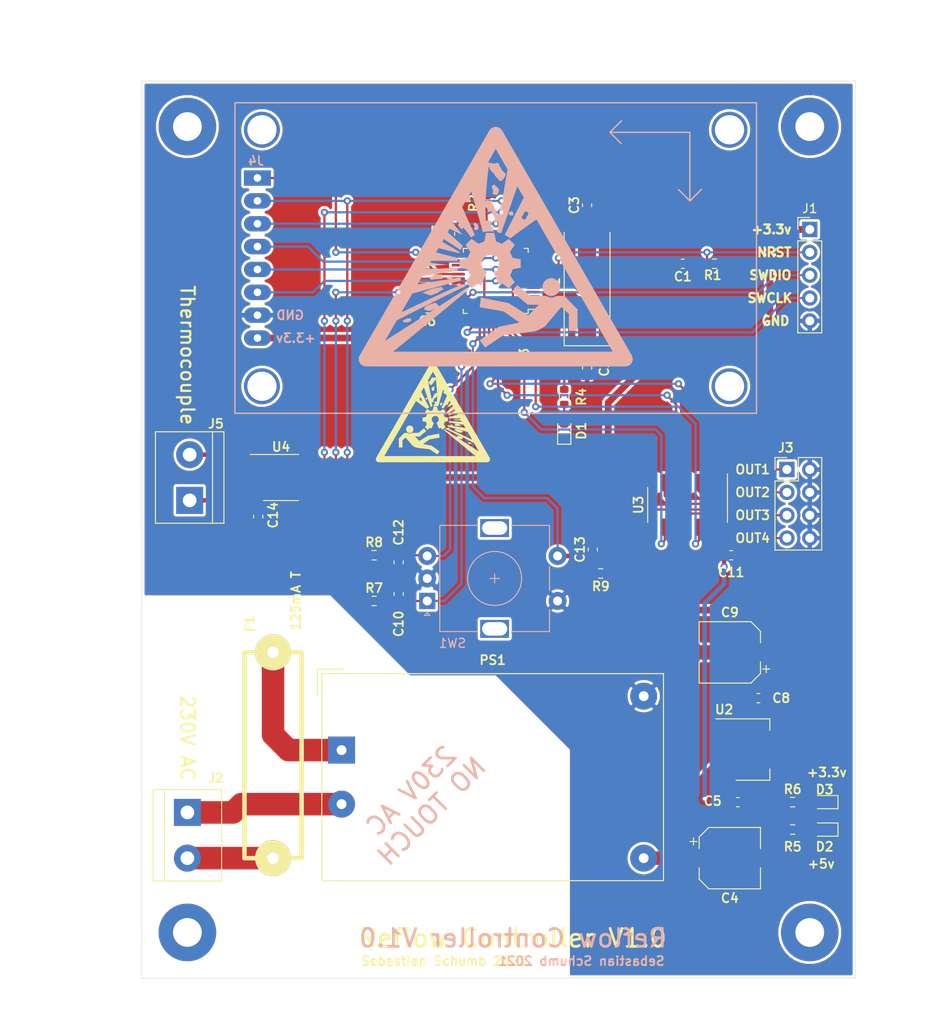
<source format=kicad_pcb>
(kicad_pcb (version 20171130) (host pcbnew 5.1.8)

  (general
    (thickness 1.6)
    (drawings 40)
    (tracks 356)
    (zones 0)
    (modules 45)
    (nets 39)
  )

  (page A4)
  (layers
    (0 F.Cu signal)
    (31 B.Cu signal hide)
    (32 B.Adhes user)
    (33 F.Adhes user)
    (34 B.Paste user)
    (35 F.Paste user)
    (36 B.SilkS user)
    (37 F.SilkS user)
    (38 B.Mask user)
    (39 F.Mask user)
    (40 Dwgs.User user)
    (41 Cmts.User user hide)
    (42 Eco1.User user)
    (43 Eco2.User user)
    (44 Edge.Cuts user)
    (45 Margin user)
    (46 B.CrtYd user)
    (47 F.CrtYd user)
    (48 B.Fab user)
    (49 F.Fab user)
  )

  (setup
    (last_trace_width 0.25)
    (user_trace_width 0.25)
    (user_trace_width 0.5)
    (user_trace_width 0.75)
    (user_trace_width 1)
    (user_trace_width 1.5)
    (user_trace_width 2)
    (user_trace_width 2.5)
    (trace_clearance 0.2)
    (zone_clearance 0.3)
    (zone_45_only yes)
    (trace_min 0.25)
    (via_size 0.8)
    (via_drill 0.4)
    (via_min_size 0.4)
    (via_min_drill 0.3)
    (uvia_size 0.3)
    (uvia_drill 0.1)
    (uvias_allowed no)
    (uvia_min_size 0.2)
    (uvia_min_drill 0.1)
    (edge_width 0.05)
    (segment_width 0.2)
    (pcb_text_width 0.3)
    (pcb_text_size 1.5 1.5)
    (mod_edge_width 0.12)
    (mod_text_size 1 1)
    (mod_text_width 0.2)
    (pad_size 1.8 1.8)
    (pad_drill 1)
    (pad_to_mask_clearance 0)
    (aux_axis_origin 0 0)
    (visible_elements FFFFFF7F)
    (pcbplotparams
      (layerselection 0x010f0_ffffffff)
      (usegerberextensions true)
      (usegerberattributes true)
      (usegerberadvancedattributes true)
      (creategerberjobfile true)
      (excludeedgelayer true)
      (linewidth 0.100000)
      (plotframeref false)
      (viasonmask false)
      (mode 1)
      (useauxorigin false)
      (hpglpennumber 1)
      (hpglpenspeed 20)
      (hpglpendiameter 15.000000)
      (psnegative false)
      (psa4output false)
      (plotreference true)
      (plotvalue true)
      (plotinvisibletext false)
      (padsonsilk false)
      (subtractmaskfromsilk false)
      (outputformat 1)
      (mirror false)
      (drillshape 0)
      (scaleselection 1)
      (outputdirectory "gerbers/"))
  )

  (net 0 "")
  (net 1 GND)
  (net 2 NRST)
  (net 3 "Net-(C2-Pad1)")
  (net 4 "Net-(C3-Pad1)")
  (net 5 +5V)
  (net 6 +3V3)
  (net 7 ENC_A)
  (net 8 ENC_B)
  (net 9 ENC_BUTTON)
  (net 10 "Net-(D1-Pad2)")
  (net 11 "Net-(D2-Pad2)")
  (net 12 "Net-(D3-Pad2)")
  (net 13 "Net-(F1-Pad1)")
  (net 14 "Net-(F1-Pad2)")
  (net 15 SWCLK)
  (net 16 SWDIO)
  (net 17 "Net-(J3-Pad7)")
  (net 18 "Net-(J3-Pad5)")
  (net 19 "Net-(J3-Pad3)")
  (net 20 "Net-(J3-Pad1)")
  (net 21 DISP_CS)
  (net 22 DISP_RST)
  (net 23 DISP_DC)
  (net 24 MOSI)
  (net 25 SCK)
  (net 26 DISP_LED)
  (net 27 "Net-(J5-Pad2)")
  (net 28 "Net-(J5-Pad1)")
  (net 29 /BOOT1)
  (net 30 STATUS_LED)
  (net 31 OUT3)
  (net 32 OUT2)
  (net 33 OUT1)
  (net 34 MAX6675_CS)
  (net 35 OUT4)
  (net 36 MISO)
  (net 37 "Net-(J2-Pad1)")
  (net 38 /BOOT0)

  (net_class Default "This is the default net class."
    (clearance 0.2)
    (trace_width 0.25)
    (via_dia 0.8)
    (via_drill 0.4)
    (uvia_dia 0.3)
    (uvia_drill 0.1)
    (diff_pair_width 0.25)
    (diff_pair_gap 0.25)
    (add_net +3V3)
    (add_net +5V)
    (add_net /BOOT0)
    (add_net /BOOT1)
    (add_net DISP_CS)
    (add_net DISP_DC)
    (add_net DISP_LED)
    (add_net DISP_RST)
    (add_net ENC_A)
    (add_net ENC_B)
    (add_net ENC_BUTTON)
    (add_net GND)
    (add_net MAX6675_CS)
    (add_net MISO)
    (add_net MOSI)
    (add_net NRST)
    (add_net "Net-(C2-Pad1)")
    (add_net "Net-(C3-Pad1)")
    (add_net "Net-(D1-Pad2)")
    (add_net "Net-(D2-Pad2)")
    (add_net "Net-(D3-Pad2)")
    (add_net "Net-(F1-Pad1)")
    (add_net "Net-(F1-Pad2)")
    (add_net "Net-(J2-Pad1)")
    (add_net "Net-(J3-Pad1)")
    (add_net "Net-(J3-Pad3)")
    (add_net "Net-(J3-Pad5)")
    (add_net "Net-(J3-Pad7)")
    (add_net "Net-(J5-Pad1)")
    (add_net "Net-(J5-Pad2)")
    (add_net OUT1)
    (add_net OUT2)
    (add_net OUT3)
    (add_net OUT4)
    (add_net SCK)
    (add_net STATUS_LED)
    (add_net SWCLK)
    (add_net SWDIO)
  )

  (module misc:logo_small (layer F.Cu) (tedit 0) (tstamp 5FF3C6FC)
    (at 114.935 121.285)
    (fp_text reference G*** (at 0 0) (layer F.SilkS) hide
      (effects (font (size 1.524 1.524) (thickness 0.3)))
    )
    (fp_text value LOGO (at 0.75 0) (layer F.SilkS) hide
      (effects (font (size 1.524 1.524) (thickness 0.3)))
    )
    (fp_poly (pts (xy 0.740697 -4.598197) (xy 0.747374 -4.586624) (xy 0.747387 -4.586601) (xy 0.747888 -4.585733)
      (xy 0.749591 -4.582781) (xy 0.753365 -4.57624) (xy 0.755886 -4.57187) (xy 0.756641 -4.570561)
      (xy 0.75855 -4.567251) (xy 0.762114 -4.561074) (xy 0.762866 -4.559771) (xy 0.763117 -4.559336)
      (xy 0.763137 -4.559301) (xy 0.766089 -4.554184) (xy 0.766233 -4.553935) (xy 0.768573 -4.549879)
      (xy 0.768644 -4.549757) (xy 0.769857 -4.547654) (xy 0.770596 -4.546373) (xy 0.779124 -4.531591)
      (xy 0.787636 -4.516836) (xy 0.794867 -4.504302) (xy 0.802346 -4.491339) (xy 0.810874 -4.476557)
      (xy 0.819386 -4.461803) (xy 0.826617 -4.449269) (xy 0.834096 -4.436306) (xy 0.842624 -4.421524)
      (xy 0.851136 -4.40677) (xy 0.858367 -4.394236) (xy 0.865768 -4.381407) (xy 0.874247 -4.366708)
      (xy 0.882769 -4.351936) (xy 0.890296 -4.338886) (xy 0.890429 -4.338656) (xy 0.897735 -4.326014)
      (xy 0.905882 -4.31196) (xy 0.913909 -4.298149) (xy 0.920853 -4.286239) (xy 0.921262 -4.285539)
      (xy 0.927351 -4.275055) (xy 0.933309 -4.264679) (xy 0.938477 -4.255561) (xy 0.942199 -4.248855)
      (xy 0.942393 -4.248497) (xy 0.946004 -4.241935) (xy 0.948952 -4.236784) (xy 0.950444 -4.234392)
      (xy 0.951898 -4.232032) (xy 0.955181 -4.22648) (xy 0.960017 -4.218216) (xy 0.966127 -4.20772)
      (xy 0.973235 -4.195471) (xy 0.981064 -4.18195) (xy 0.989336 -4.167637) (xy 0.997775 -4.153012)
      (xy 1.006104 -4.138555) (xy 1.014046 -4.124746) (xy 1.021322 -4.112065) (xy 1.027658 -4.100991)
      (xy 1.032774 -4.092006) (xy 1.036395 -4.085589) (xy 1.037799 -4.08305) (xy 1.041378 -4.076581)
      (xy 1.04429 -4.071527) (xy 1.045694 -4.069292) (xy 1.047009 -4.067127) (xy 1.050159 -4.061775)
      (xy 1.054868 -4.053715) (xy 1.060855 -4.04343) (xy 1.067844 -4.031398) (xy 1.075556 -4.0181)
      (xy 1.083713 -4.004017) (xy 1.092037 -3.98963) (xy 1.100251 -3.975419) (xy 1.108075 -3.961863)
      (xy 1.115232 -3.949445) (xy 1.121444 -3.938643) (xy 1.126432 -3.92994) (xy 1.129919 -3.923814)
      (xy 1.130837 -3.922184) (xy 1.133398 -3.917677) (xy 1.137576 -3.910406) (xy 1.142855 -3.901263)
      (xy 1.148722 -3.891143) (xy 1.150661 -3.887806) (xy 1.158043 -3.875092) (xy 1.166486 -3.860525)
      (xy 1.174938 -3.84592) (xy 1.182217 -3.833319) (xy 1.189696 -3.820356) (xy 1.198224 -3.805574)
      (xy 1.206736 -3.79082) (xy 1.213967 -3.778286) (xy 1.221446 -3.765323) (xy 1.229974 -3.750541)
      (xy 1.238486 -3.735786) (xy 1.245717 -3.723252) (xy 1.253118 -3.710424) (xy 1.261597 -3.695725)
      (xy 1.270119 -3.680952) (xy 1.277646 -3.667903) (xy 1.277779 -3.667672) (xy 1.285013 -3.655137)
      (xy 1.293014 -3.641286) (xy 1.300848 -3.627735) (xy 1.30758 -3.616102) (xy 1.308063 -3.615267)
      (xy 1.314373 -3.604358) (xy 1.32196 -3.59122) (xy 1.329993 -3.577293) (xy 1.337639 -3.564018)
      (xy 1.339817 -3.560234) (xy 1.34805 -3.545927) (xy 1.356065 -3.532007) (xy 1.364142 -3.517991)
      (xy 1.37256 -3.503393) (xy 1.381601 -3.487727) (xy 1.391543 -3.470509) (xy 1.402668 -3.451253)
      (xy 1.415254 -3.429475) (xy 1.429582 -3.404689) (xy 1.435106 -3.395134) (xy 1.441407 -3.384227)
      (xy 1.448988 -3.371091) (xy 1.457017 -3.357166) (xy 1.464665 -3.343893) (xy 1.46685 -3.3401)
      (xy 1.474208 -3.327327) (xy 1.482209 -3.313452) (xy 1.490021 -3.299914) (xy 1.496814 -3.288154)
      (xy 1.4986 -3.285067) (xy 1.504903 -3.27416) (xy 1.512486 -3.261024) (xy 1.520517 -3.247099)
      (xy 1.528166 -3.233826) (xy 1.53035 -3.230034) (xy 1.537718 -3.217258) (xy 1.545744 -3.203379)
      (xy 1.553592 -3.189838) (xy 1.560428 -3.178078) (xy 1.562222 -3.175) (xy 1.568004 -3.165064)
      (xy 1.573455 -3.155648) (xy 1.577987 -3.147773) (xy 1.581012 -3.142457) (xy 1.581161 -3.142192)
      (xy 1.583744 -3.137633) (xy 1.588005 -3.130177) (xy 1.593505 -3.120592) (xy 1.599802 -3.109645)
      (xy 1.605749 -3.09933) (xy 1.613892 -3.085217) (xy 1.623237 -3.06902) (xy 1.632868 -3.052322)
      (xy 1.641874 -3.036707) (xy 1.646041 -3.02948) (xy 1.652767 -3.01785) (xy 1.659106 -3.006957)
      (xy 1.664625 -2.997538) (xy 1.668893 -2.990331) (xy 1.671441 -2.98613) (xy 1.674449 -2.981154)
      (xy 1.67621 -2.977881) (xy 1.676399 -2.977331) (xy 1.677415 -2.975261) (xy 1.680173 -2.970319)
      (xy 1.684242 -2.963264) (xy 1.688753 -2.955593) (xy 1.694351 -2.946103) (xy 1.699733 -2.936892)
      (xy 1.704183 -2.929191) (xy 1.706429 -2.925234) (xy 1.70893 -2.920821) (xy 1.713203 -2.913352)
      (xy 1.718899 -2.903436) (xy 1.725666 -2.89168) (xy 1.733157 -2.878693) (xy 1.739897 -2.867025)
      (xy 1.747649 -2.853611) (xy 1.754905 -2.841038) (xy 1.761334 -2.829886) (xy 1.766602 -2.820732)
      (xy 1.770378 -2.814152) (xy 1.77221 -2.810934) (xy 1.774864 -2.806284) (xy 1.779095 -2.798952)
      (xy 1.784342 -2.789908) (xy 1.790043 -2.780123) (xy 1.790591 -2.779184) (xy 1.79534 -2.771023)
      (xy 1.801785 -2.759908) (xy 1.80951 -2.746555) (xy 1.818103 -2.731681) (xy 1.827149 -2.716)
      (xy 1.836235 -2.70023) (xy 1.838305 -2.696634) (xy 1.847336 -2.680947) (xy 1.856418 -2.665183)
      (xy 1.865137 -2.650059) (xy 1.873081 -2.63629) (xy 1.879837 -2.624592) (xy 1.884991 -2.615681)
      (xy 1.885916 -2.614084) (xy 1.892232 -2.603177) (xy 1.899827 -2.590041) (xy 1.907868 -2.576116)
      (xy 1.915523 -2.562843) (xy 1.917709 -2.55905) (xy 1.925072 -2.546278) (xy 1.93308 -2.532403)
      (xy 1.940901 -2.518865) (xy 1.947704 -2.507106) (xy 1.949493 -2.504017) (xy 1.955805 -2.493106)
      (xy 1.963392 -2.479965) (xy 1.971422 -2.466035) (xy 1.979063 -2.452759) (xy 1.981233 -2.448984)
      (xy 1.988581 -2.436207) (xy 1.996573 -2.422327) (xy 2.004378 -2.408786) (xy 2.011166 -2.397026)
      (xy 2.012943 -2.39395) (xy 2.027952 -2.367988) (xy 2.041121 -2.345203) (xy 2.052729 -2.325113)
      (xy 2.063057 -2.307231) (xy 2.072384 -2.291073) (xy 2.08099 -2.276153) (xy 2.089155 -2.261987)
      (xy 2.09716 -2.248089) (xy 2.105284 -2.233974) (xy 2.108232 -2.228851) (xy 2.115588 -2.216075)
      (xy 2.123589 -2.202197) (xy 2.131405 -2.188658) (xy 2.138203 -2.176898) (xy 2.139986 -2.173817)
      (xy 2.146584 -2.162417) (xy 2.154361 -2.148965) (xy 2.162383 -2.135077) (xy 2.169718 -2.12237)
      (xy 2.17027 -2.121412) (xy 2.177767 -2.108415) (xy 2.186279 -2.093659) (xy 2.194769 -2.078941)
      (xy 2.202201 -2.066058) (xy 2.202332 -2.065832) (xy 2.20981 -2.052869) (xy 2.218338 -2.038087)
      (xy 2.22685 -2.023333) (xy 2.234082 -2.010799) (xy 2.241487 -1.997961) (xy 2.249969 -1.983256)
      (xy 2.258488 -1.968484) (xy 2.266007 -1.955444) (xy 2.266117 -1.955254) (xy 2.284626 -1.923182)
      (xy 2.30106 -1.894774) (xy 2.31543 -1.87001) (xy 2.327746 -1.848871) (xy 2.328343 -1.847851)
      (xy 2.334201 -1.837785) (xy 2.339789 -1.82811) (xy 2.344494 -1.819893) (xy 2.347702 -1.814201)
      (xy 2.347822 -1.813984) (xy 2.350434 -1.809345) (xy 2.354779 -1.801733) (xy 2.360462 -1.791835)
      (xy 2.367089 -1.780339) (xy 2.374264 -1.767931) (xy 2.377015 -1.763184) (xy 2.386491 -1.746838)
      (xy 2.395401 -1.731456) (xy 2.404119 -1.716389) (xy 2.413019 -1.700989) (xy 2.422475 -1.68461)
      (xy 2.432861 -1.666603) (xy 2.444551 -1.646321) (xy 2.457919 -1.623115) (xy 2.460145 -1.619251)
      (xy 2.468627 -1.604528) (xy 2.47739 -1.589324) (xy 2.485908 -1.574551) (xy 2.493653 -1.561125)
      (xy 2.500098 -1.549958) (xy 2.502866 -1.545167) (xy 2.509932 -1.532939) (xy 2.51814 -1.518736)
      (xy 2.526511 -1.50425) (xy 2.534069 -1.49117) (xy 2.534668 -1.490134) (xy 2.542102 -1.477262)
      (xy 2.550429 -1.462834) (xy 2.558674 -1.448539) (xy 2.565861 -1.436067) (xy 2.566418 -1.435101)
      (xy 2.573532 -1.422756) (xy 2.581767 -1.40848) (xy 2.59012 -1.394009) (xy 2.597593 -1.381075)
      (xy 2.597869 -1.380596) (xy 2.605331 -1.367685) (xy 2.613763 -1.353088) (xy 2.622145 -1.338573)
      (xy 2.629458 -1.325902) (xy 2.629654 -1.325563) (xy 2.650078 -1.290162) (xy 2.671391 -1.25322)
      (xy 2.692366 -1.216862) (xy 2.693154 -1.215496) (xy 2.700691 -1.202423) (xy 2.70928 -1.187513)
      (xy 2.717867 -1.172595) (xy 2.725399 -1.159499) (xy 2.725453 -1.159405) (xy 2.732259 -1.147582)
      (xy 2.739443 -1.135132) (xy 2.746224 -1.123406) (xy 2.751823 -1.113754) (xy 2.752663 -1.112309)
      (xy 2.758377 -1.102477) (xy 2.765184 -1.090734) (xy 2.773275 -1.07675) (xy 2.782841 -1.060194)
      (xy 2.794074 -1.040733) (xy 2.807165 -1.018038) (xy 2.811696 -1.01018) (xy 2.819235 -0.997104)
      (xy 2.827834 -0.98219) (xy 2.836436 -0.96727) (xy 2.843987 -0.954174) (xy 2.844037 -0.954088)
      (xy 2.865343 -0.91715) (xy 2.884566 -0.883856) (xy 2.901722 -0.854177) (xy 2.906986 -0.84508)
      (xy 2.914272 -0.832482) (xy 2.922649 -0.817986) (xy 2.931095 -0.80336) (xy 2.938587 -0.790373)
      (xy 2.938766 -0.790064) (xy 2.946259 -0.777068) (xy 2.95477 -0.76231) (xy 2.963261 -0.747589)
      (xy 2.970693 -0.734706) (xy 2.970801 -0.734519) (xy 2.978279 -0.721556) (xy 2.986807 -0.706774)
      (xy 2.995319 -0.69202) (xy 3.002551 -0.679486) (xy 3.010029 -0.666523) (xy 3.018557 -0.651741)
      (xy 3.027069 -0.636986) (xy 3.034301 -0.624452) (xy 3.041779 -0.611489) (xy 3.050307 -0.596707)
      (xy 3.058819 -0.581953) (xy 3.066051 -0.569419) (xy 3.073529 -0.556456) (xy 3.082057 -0.541674)
      (xy 3.090569 -0.52692) (xy 3.097801 -0.514386) (xy 3.105201 -0.501557) (xy 3.113681 -0.486858)
      (xy 3.122202 -0.472086) (xy 3.129729 -0.459036) (xy 3.129862 -0.458806) (xy 3.137097 -0.44627)
      (xy 3.145098 -0.432419) (xy 3.152931 -0.418869) (xy 3.159663 -0.407235) (xy 3.160146 -0.4064)
      (xy 3.166456 -0.39549) (xy 3.174042 -0.382351) (xy 3.182072 -0.368422) (xy 3.189716 -0.355147)
      (xy 3.19189 -0.351367) (xy 3.199253 -0.338587) (xy 3.207279 -0.324705) (xy 3.215132 -0.311161)
      (xy 3.221975 -0.2994) (xy 3.223766 -0.296334) (xy 3.2297 -0.286134) (xy 3.235433 -0.276194)
      (xy 3.240323 -0.267629) (xy 3.24373 -0.261558) (xy 3.243812 -0.261409) (xy 3.247659 -0.254561)
      (xy 3.252752 -0.245701) (xy 3.258158 -0.236446) (xy 3.259668 -0.233892) (xy 3.263469 -0.227418)
      (xy 3.268966 -0.217969) (xy 3.275754 -0.206245) (xy 3.283428 -0.192946) (xy 3.291583 -0.178774)
      (xy 3.298823 -0.166159) (xy 3.306496 -0.152791) (xy 3.313525 -0.140588) (xy 3.319623 -0.130043)
      (xy 3.324502 -0.12165) (xy 3.327877 -0.115905) (xy 3.329461 -0.1133) (xy 3.329502 -0.113242)
      (xy 3.331337 -0.110311) (xy 3.334401 -0.105008) (xy 3.336844 -0.100633) (xy 3.339494 -0.095915)
      (xy 3.343908 -0.088168) (xy 3.349723 -0.078022) (xy 3.356576 -0.066109) (xy 3.364106 -0.05306)
      (xy 3.370259 -0.042425) (xy 3.383399 -0.019727) (xy 3.395407 0.001037) (xy 3.406125 0.019594)
      (xy 3.415395 0.03567) (xy 3.423059 0.048992) (xy 3.42896 0.059286) (xy 3.43294 0.066278)
      (xy 3.433759 0.067733) (xy 3.436324 0.07224) (xy 3.440505 0.079511) (xy 3.445788 0.088654)
      (xy 3.451655 0.098774) (xy 3.453594 0.102111) (xy 3.4609 0.114694) (xy 3.469295 0.12918)
      (xy 3.477757 0.143803) (xy 3.485262 0.156798) (xy 3.485462 0.157144) (xy 3.492697 0.16968)
      (xy 3.500698 0.183531) (xy 3.508531 0.197081) (xy 3.515263 0.208715) (xy 3.515746 0.20955)
      (xy 3.522056 0.220458) (xy 3.529643 0.233597) (xy 3.537676 0.247524) (xy 3.545323 0.260798)
      (xy 3.5475 0.264583) (xy 3.564989 0.294963) (xy 3.581603 0.323785) (xy 3.59694 0.35035)
      (xy 3.610596 0.373959) (xy 3.610996 0.37465) (xy 3.617306 0.385556) (xy 3.624896 0.398692)
      (xy 3.632934 0.412616) (xy 3.640587 0.425888) (xy 3.642774 0.429683) (xy 3.650135 0.442455)
      (xy 3.658138 0.456329) (xy 3.665952 0.469867) (xy 3.672746 0.481626) (xy 3.674533 0.484716)
      (xy 3.680836 0.495623) (xy 3.688419 0.508759) (xy 3.69645 0.522684) (xy 3.704099 0.535957)
      (xy 3.706283 0.53975) (xy 3.713641 0.552523) (xy 3.721642 0.566398) (xy 3.729455 0.579936)
      (xy 3.736248 0.591696) (xy 3.738033 0.594783) (xy 3.744336 0.60569) (xy 3.751919 0.618826)
      (xy 3.75995 0.632751) (xy 3.767599 0.646024) (xy 3.769783 0.649816) (xy 3.777141 0.662589)
      (xy 3.785142 0.676465) (xy 3.792955 0.690003) (xy 3.799748 0.701762) (xy 3.801533 0.70485)
      (xy 3.807836 0.715757) (xy 3.815419 0.728893) (xy 3.82345 0.742818) (xy 3.831099 0.756091)
      (xy 3.833283 0.759883) (xy 3.840651 0.772659) (xy 3.848677 0.786538) (xy 3.856525 0.800079)
      (xy 3.863361 0.811839) (xy 3.865155 0.814916) (xy 3.870866 0.824723) (xy 3.876179 0.833881)
      (xy 3.880532 0.841419) (xy 3.883364 0.846366) (xy 3.883534 0.846666) (xy 3.886072 0.851126)
      (xy 3.89023 0.858384) (xy 3.895508 0.867571) (xy 3.901408 0.877818) (xy 3.903888 0.88212)
      (xy 3.911426 0.895194) (xy 3.920017 0.910105) (xy 3.928608 0.925023) (xy 3.936145 0.938119)
      (xy 3.936198 0.938212) (xy 3.943014 0.950035) (xy 3.950215 0.962485) (xy 3.95702 0.974212)
      (xy 3.962645 0.983864) (xy 3.96349 0.985308) (xy 3.968681 0.994199) (xy 3.973527 1.002554)
      (xy 3.977332 1.00917) (xy 3.978805 1.011766) (xy 3.982164 1.017689) (xy 3.987489 1.026993)
      (xy 3.99462 1.039399) (xy 4.003397 1.054629) (xy 4.013657 1.072403) (xy 4.025242 1.092442)
      (xy 4.037989 1.114468) (xy 4.042307 1.121924) (xy 4.050114 1.135422) (xy 4.057529 1.148281)
      (xy 4.06419 1.159868) (xy 4.069735 1.169552) (xy 4.073801 1.176703) (xy 4.075722 1.180132)
      (xy 4.079178 1.186288) (xy 4.081953 1.191013) (xy 4.083064 1.192741) (xy 4.084491 1.195071)
      (xy 4.087732 1.200582) (xy 4.092501 1.208779) (xy 4.098511 1.219169) (xy 4.105475 1.231257)
      (xy 4.113107 1.244549) (xy 4.113743 1.245658) (xy 4.121987 1.260021) (xy 4.130106 1.274125)
      (xy 4.137694 1.287269) (xy 4.144346 1.298754) (xy 4.149658 1.307878) (xy 4.152898 1.313391)
      (xy 4.158218 1.322454) (xy 4.163496 1.331598) (xy 4.167802 1.339203) (xy 4.168745 1.340908)
      (xy 4.172085 1.346877) (xy 4.17693 1.355377) (xy 4.182636 1.365293) (xy 4.188565 1.375504)
      (xy 4.188757 1.375833) (xy 4.195108 1.386742) (xy 4.202732 1.39988) (xy 4.210795 1.413808)
      (xy 4.218461 1.427082) (xy 4.220642 1.430866) (xy 4.228005 1.443639) (xy 4.236011 1.457514)
      (xy 4.243831 1.471051) (xy 4.250631 1.482811) (xy 4.252419 1.485899) (xy 4.259083 1.497414)
      (xy 4.2669 1.510938) (xy 4.274913 1.524812) (xy 4.282162 1.537376) (xy 4.282382 1.537758)
      (xy 4.289708 1.550462) (xy 4.298141 1.565081) (xy 4.306672 1.579864) (xy 4.31429 1.593062)
      (xy 4.314744 1.593849) (xy 4.322176 1.606724) (xy 4.330503 1.621154) (xy 4.33875 1.635451)
      (xy 4.345941 1.647923) (xy 4.346494 1.648883) (xy 4.353546 1.661112) (xy 4.361739 1.675315)
      (xy 4.370098 1.689802) (xy 4.377648 1.702883) (xy 4.378244 1.703916) (xy 4.385676 1.71679)
      (xy 4.394003 1.731221) (xy 4.40225 1.745518) (xy 4.409441 1.75799) (xy 4.409994 1.758949)
      (xy 4.417186 1.771423) (xy 4.425465 1.785781) (xy 4.433804 1.80024) (xy 4.441121 1.812924)
      (xy 4.448451 1.825631) (xy 4.456886 1.840253) (xy 4.465416 1.855039) (xy 4.473029 1.868237)
      (xy 4.473478 1.869016) (xy 4.480913 1.881895) (xy 4.489255 1.896331) (xy 4.497528 1.910632)
      (xy 4.504752 1.923105) (xy 4.505299 1.924049) (xy 4.51213 1.935856) (xy 4.520172 1.949796)
      (xy 4.528537 1.964327) (xy 4.536336 1.977906) (xy 4.538224 1.981199) (xy 4.545048 1.993087)
      (xy 4.552034 2.005217) (xy 4.558527 2.016455) (xy 4.563869 2.025662) (xy 4.565714 2.028824)
      (xy 4.570032 2.03624) (xy 4.575899 2.046364) (xy 4.582759 2.058233) (xy 4.590054 2.070882)
      (xy 4.596304 2.081741) (xy 4.604095 2.095277) (xy 4.612476 2.109806) (xy 4.620719 2.124069)
      (xy 4.628095 2.136806) (xy 4.632379 2.144183) (xy 4.637873 2.153647) (xy 4.644963 2.165888)
      (xy 4.653133 2.180012) (xy 4.661866 2.195128) (xy 4.670646 2.210343) (xy 4.675824 2.219324)
      (xy 4.684423 2.234242) (xy 4.693327 2.249686) (xy 4.70201 2.264745) (xy 4.709947 2.278505)
      (xy 4.716612 2.290055) (xy 4.71977 2.295524) (xy 4.727157 2.308323) (xy 4.735501 2.322787)
      (xy 4.743773 2.337134) (xy 4.750897 2.349499) (xy 4.757943 2.361723) (xy 4.766136 2.37592)
      (xy 4.774501 2.390402) (xy 4.782063 2.40348) (xy 4.782672 2.404533) (xy 4.789534 2.4164)
      (xy 4.79673 2.428862) (xy 4.803501 2.440603) (xy 4.809088 2.450308) (xy 4.810151 2.452158)
      (xy 4.815348 2.461193) (xy 4.821905 2.472576) (xy 4.829063 2.484989) (xy 4.836064 2.497117)
      (xy 4.837604 2.499783) (xy 4.845037 2.512655) (xy 4.853364 2.527084) (xy 4.861608 2.541379)
      (xy 4.868795 2.55385) (xy 4.869352 2.554816) (xy 4.876537 2.567285) (xy 4.884815 2.581638)
      (xy 4.893158 2.596094) (xy 4.900491 2.608791) (xy 4.90702 2.620094) (xy 4.914914 2.633771)
      (xy 4.923427 2.648529) (xy 4.931814 2.663074) (xy 4.937126 2.672291) (xy 4.943894 2.684)
      (xy 4.950274 2.694967) (xy 4.955838 2.704464) (xy 4.96016 2.711761) (xy 4.96281 2.716127)
      (xy 4.962837 2.71617) (xy 4.965859 2.721169) (xy 4.967626 2.724493) (xy 4.967816 2.725068)
      (xy 4.96883 2.727136) (xy 4.97164 2.732238) (xy 4.975898 2.739761) (xy 4.981257 2.749088)
      (xy 4.986077 2.757389) (xy 4.993766 2.770599) (xy 5.002275 2.785251) (xy 5.010712 2.799809)
      (xy 5.018186 2.812735) (xy 5.020199 2.816224) (xy 5.047709 2.863874) (xy 5.075371 2.91164)
      (xy 5.082645 2.924175) (xy 5.088322 2.933969) (xy 5.095584 2.946519) (xy 5.103903 2.960913)
      (xy 5.112753 2.976238) (xy 5.121605 2.991581) (xy 5.126674 3.000375) (xy 5.135246 3.015249)
      (xy 5.144099 3.03061) (xy 5.152712 3.045557) (xy 5.160566 3.059186) (xy 5.167141 3.070596)
      (xy 5.170281 3.076045) (xy 5.177687 3.088894) (xy 5.186133 3.103544) (xy 5.194545 3.118129)
      (xy 5.201404 3.13002) (xy 5.208597 3.142488) (xy 5.216913 3.156902) (xy 5.225357 3.17154)
      (xy 5.232937 3.18468) (xy 5.233458 3.185583) (xy 5.24093 3.198536) (xy 5.249343 3.213119)
      (xy 5.257704 3.227611) (xy 5.265019 3.240291) (xy 5.265512 3.241145) (xy 5.272776 3.253736)
      (xy 5.281136 3.268227) (xy 5.289573 3.282851) (xy 5.297068 3.295842) (xy 5.297262 3.296179)
      (xy 5.304713 3.309095) (xy 5.313137 3.323697) (xy 5.321514 3.338216) (xy 5.328825 3.350888)
      (xy 5.329012 3.351212) (xy 5.336276 3.363803) (xy 5.344636 3.378293) (xy 5.353073 3.392918)
      (xy 5.360568 3.405908) (xy 5.360762 3.406245) (xy 5.380026 3.439638) (xy 5.397294 3.46957)
      (xy 5.412687 3.49625) (xy 5.426324 3.519885) (xy 5.438325 3.540682) (xy 5.448809 3.558848)
      (xy 5.457895 3.57459) (xy 5.465705 3.588116) (xy 5.472356 3.599633) (xy 5.47797 3.609349)
      (xy 5.482665 3.61747) (xy 5.483226 3.618441) (xy 5.488457 3.627496) (xy 5.495149 3.639098)
      (xy 5.502655 3.652123) (xy 5.510327 3.665447) (xy 5.515555 3.674533) (xy 5.521926 3.685581)
      (xy 5.52763 3.695417) (xy 5.532312 3.703431) (xy 5.535613 3.709012) (xy 5.537178 3.71155)
      (xy 5.537196 3.711575) (xy 5.539024 3.714506) (xy 5.542085 3.719808) (xy 5.544527 3.724184)
      (xy 5.547178 3.728901) (xy 5.551591 3.736649) (xy 5.557406 3.746795) (xy 5.564259 3.758708)
      (xy 5.571789 3.771757) (xy 5.577941 3.782392) (xy 5.585629 3.795676) (xy 5.592821 3.808122)
      (xy 5.59918 3.819144) (xy 5.604367 3.828158) (xy 5.608047 3.834579) (xy 5.609713 3.837516)
      (xy 5.612573 3.842546) (xy 5.616885 3.850022) (xy 5.621955 3.858742) (xy 5.625014 3.863975)
      (xy 5.6303 3.873029) (xy 5.635328 3.881708) (xy 5.639362 3.888734) (xy 5.640923 3.891491)
      (xy 5.643274 3.895628) (xy 5.647403 3.902825) (xy 5.652963 3.912481) (xy 5.659606 3.923995)
      (xy 5.666987 3.936766) (xy 5.673248 3.947583) (xy 5.681764 3.962293) (xy 5.690554 3.977485)
      (xy 5.699091 3.992246) (xy 5.706847 4.005667) (xy 5.713296 4.016835) (xy 5.716082 4.021666)
      (xy 5.722881 4.033454) (xy 5.730188 4.046114) (xy 5.737136 4.058143) (xy 5.742858 4.068041)
      (xy 5.742969 4.068233) (xy 5.747975 4.076894) (xy 5.754465 4.088134) (xy 5.761811 4.100865)
      (xy 5.769384 4.113997) (xy 5.774726 4.123266) (xy 5.782128 4.136111) (xy 5.789825 4.149461)
      (xy 5.797169 4.162192) (xy 5.803512 4.173182) (xy 5.807079 4.179358) (xy 5.815984 4.194774)
      (xy 5.826769 4.213452) (xy 5.839199 4.234983) (xy 5.853038 4.258962) (xy 5.868053 4.284982)
      (xy 5.884008 4.312636) (xy 5.898091 4.33705) (xy 5.905146 4.34928) (xy 5.913342 4.363485)
      (xy 5.921701 4.377974) (xy 5.929248 4.391055) (xy 5.929841 4.392083) (xy 5.93727 4.404959)
      (xy 5.945597 4.419391) (xy 5.953846 4.43369) (xy 5.961041 4.446162) (xy 5.961591 4.447116)
      (xy 5.980144 4.479277) (xy 5.996687 4.507951) (xy 6.011327 4.533321) (xy 6.024168 4.555568)
      (xy 6.035315 4.574873) (xy 6.044873 4.59142) (xy 6.05261 4.604808) (xy 6.066473 4.628801)
      (xy 6.082169 4.656) (xy 6.099428 4.685934) (xy 6.116103 4.714875) (xy 6.123512 4.727732)
      (xy 6.131131 4.740946) (xy 6.138351 4.75346) (xy 6.144564 4.76422) (xy 6.148463 4.770966)
      (xy 6.154968 4.782213) (xy 6.162394 4.795065) (xy 6.170904 4.8098) (xy 6.180657 4.826698)
      (xy 6.191815 4.846036) (xy 6.204538 4.868094) (xy 6.218988 4.893149) (xy 6.235324 4.921482)
      (xy 6.242513 4.93395) (xy 6.249661 4.946325) (xy 6.256866 4.958754) (xy 6.263555 4.970256)
      (xy 6.269159 4.979848) (xy 6.272457 4.985454) (xy 6.276772 4.992833) (xy 6.280119 4.998723)
      (xy 6.282014 5.002263) (xy 6.282266 5.002879) (xy 6.283292 5.004957) (xy 6.286007 5.009692)
      (xy 6.28987 5.016144) (xy 6.290738 5.017567) (xy 6.29965 5.033014) (xy 6.308444 5.04988)
      (xy 6.316764 5.067345) (xy 6.324256 5.084589) (xy 6.330566 5.100793) (xy 6.335338 5.115136)
      (xy 6.338217 5.126799) (xy 6.338361 5.127625) (xy 6.339854 5.135109) (xy 6.341625 5.142147)
      (xy 6.341819 5.142799) (xy 6.342998 5.148273) (xy 6.344294 5.156859) (xy 6.345589 5.167441)
      (xy 6.346768 5.178904) (xy 6.347711 5.190133) (xy 6.348303 5.200013) (xy 6.348446 5.205941)
      (xy 6.348035 5.217001) (xy 6.346951 5.230704) (xy 6.345362 5.245543) (xy 6.343438 5.260015)
      (xy 6.341348 5.272611) (xy 6.34049 5.27685) (xy 6.330609 5.312446) (xy 6.31688 5.346594)
      (xy 6.299528 5.379002) (xy 6.278777 5.409378) (xy 6.254851 5.437429) (xy 6.227974 5.462865)
      (xy 6.198371 5.485394) (xy 6.166267 5.504723) (xy 6.164642 5.505578) (xy 6.152126 5.511611)
      (xy 6.137637 5.517774) (xy 6.122353 5.523635) (xy 6.10745 5.528762) (xy 6.094106 5.532724)
      (xy 6.084765 5.534872) (xy 6.077783 5.536283) (xy 6.072459 5.537624) (xy 6.070393 5.538385)
      (xy 6.067538 5.539116) (xy 6.061435 5.54009) (xy 6.053055 5.541166) (xy 6.045645 5.541978)
      (xy 6.042921 5.542041) (xy 6.036035 5.542104) (xy 6.025052 5.542166) (xy 6.010037 5.542228)
      (xy 5.991054 5.542289) (xy 5.968168 5.54235) (xy 5.941444 5.54241) (xy 5.910947 5.54247)
      (xy 5.876741 5.54253) (xy 5.838892 5.542589) (xy 5.797464 5.542647) (xy 5.752522 5.542705)
      (xy 5.704131 5.542762) (xy 5.652355 5.542819) (xy 5.59726 5.542876) (xy 5.53891 5.542931)
      (xy 5.47737 5.542987) (xy 5.412704 5.543041) (xy 5.344979 5.543095) (xy 5.274258 5.543149)
      (xy 5.200606 5.543202) (xy 5.124088 5.543254) (xy 5.044769 5.543306) (xy 4.962713 5.543357)
      (xy 4.877986 5.543407) (xy 4.790652 5.543457) (xy 4.700777 5.543507) (xy 4.608424 5.543555)
      (xy 4.513658 5.543603) (xy 4.416545 5.54365) (xy 4.31715 5.543697) (xy 4.215536 5.543743)
      (xy 4.111769 5.543788) (xy 4.005914 5.543833) (xy 3.898036 5.543877) (xy 3.788198 5.54392)
      (xy 3.676467 5.543962) (xy 3.562907 5.544004) (xy 3.447582 5.544045) (xy 3.330558 5.544085)
      (xy 3.211898 5.544124) (xy 3.09167 5.544163) (xy 2.969935 5.544201) (xy 2.846761 5.544238)
      (xy 2.722211 5.544274) (xy 2.596351 5.54431) (xy 2.469244 5.544345) (xy 2.340956 5.544378)
      (xy 2.211552 5.544412) (xy 2.081097 5.544444) (xy 1.949655 5.544475) (xy 1.817291 5.544506)
      (xy 1.68407 5.544536) (xy 1.550056 5.544564) (xy 1.415315 5.544592) (xy 1.279912 5.544619)
      (xy 1.14391 5.544646) (xy 1.007375 5.544671) (xy 0.870373 5.544695) (xy 0.732966 5.544719)
      (xy 0.595221 5.544741) (xy 0.457202 5.544763) (xy 0.318974 5.544784) (xy 0.180602 5.544803)
      (xy 0.04215 5.544822) (xy -0.096316 5.54484) (xy -0.234732 5.544857) (xy -0.373033 5.544873)
      (xy -0.511155 5.544888) (xy -0.649032 5.544901) (xy -0.786599 5.544914) (xy -0.923793 5.544926)
      (xy -1.060547 5.544937) (xy -1.196798 5.544947) (xy -1.33248 5.544956) (xy -1.467529 5.544963)
      (xy -1.60188 5.54497) (xy -1.735467 5.544975) (xy -1.868227 5.54498) (xy -2.000094 5.544983)
      (xy -2.131004 5.544986) (xy -2.260892 5.544987) (xy -2.389693 5.544987) (xy -2.517342 5.544986)
      (xy -2.643774 5.544984) (xy -2.768925 5.54498) (xy -2.89273 5.544976) (xy -3.015123 5.54497)
      (xy -3.136041 5.544964) (xy -3.255419 5.544956) (xy -3.373191 5.544947) (xy -3.489292 5.544937)
      (xy -3.603659 5.544925) (xy -3.716226 5.544912) (xy -3.826928 5.544899) (xy -3.935701 5.544883)
      (xy -4.04248 5.544867) (xy -4.147199 5.54485) (xy -4.249795 5.544831) (xy -4.350202 5.544811)
      (xy -4.448356 5.544789) (xy -4.544191 5.544767) (xy -4.637644 5.544743) (xy -4.728648 5.544718)
      (xy -4.81714 5.544691) (xy -4.903055 5.544664) (xy -4.986327 5.544635) (xy -5.066892 5.544604)
      (xy -5.144686 5.544572) (xy -5.219642 5.544539) (xy -5.291697 5.544505) (xy -5.360786 5.544469)
      (xy -5.426844 5.544432) (xy -5.489806 5.544394) (xy -5.549607 5.544354) (xy -5.606183 5.544313)
      (xy -5.659469 5.54427) (xy -5.709399 5.544226) (xy -5.75591 5.54418) (xy -5.798936 5.544134)
      (xy -5.838412 5.544085) (xy -5.874274 5.544036) (xy -5.906457 5.543984) (xy -5.934896 5.543932)
      (xy -5.959527 5.543878) (xy -5.980284 5.543822) (xy -5.997102 5.543765) (xy -6.009918 5.543706)
      (xy -6.018665 5.543646) (xy -6.02328 5.543585) (xy -6.024034 5.54355) (xy -6.029033 5.542589)
      (xy -6.036395 5.541885) (xy -6.042217 5.541644) (xy -6.061234 5.540017) (xy -6.082589 5.535915)
      (xy -6.105428 5.529639) (xy -6.128896 5.521494) (xy -6.152138 5.511782) (xy -6.174299 5.500806)
      (xy -6.194525 5.48887) (xy -6.198564 5.486191) (xy -6.227889 5.463812) (xy -6.254532 5.438433)
      (xy -6.278275 5.410411) (xy -6.298905 5.380105) (xy -6.316204 5.347873) (xy -6.329957 5.314075)
      (xy -6.339948 5.279068) (xy -6.345961 5.243211) (xy -6.346209 5.240866) (xy -6.347537 5.226368)
      (xy -6.348215 5.214328) (xy -6.34824 5.203124) (xy -6.347614 5.191131) (xy -6.346334 5.176726)
      (xy -6.346186 5.17525) (xy -6.340424 5.138521) (xy -6.330571 5.102247) (xy -6.316584 5.066308)
      (xy -6.298422 5.030584) (xy -6.290739 5.017567) (xy -6.286711 5.010883) (xy -6.283721 5.005727)
      (xy -6.282312 5.003038) (xy -6.282267 5.002879) (xy -6.281261 5.000806) (xy -6.278565 4.995961)
      (xy -6.274665 4.989205) (xy -6.272458 4.985454) (xy -6.268122 4.978076) (xy -6.262248 4.968009)
      (xy -6.255405 4.956236) (xy -6.248166 4.943738) (xy -6.242514 4.93395) (xy -6.225367 4.904211)
      (xy -6.210173 4.877862) (xy -6.202438 4.864451) (xy -5.420784 4.864451) (xy -5.418677 4.864501)
      (xy -5.412394 4.864552) (xy -5.401994 4.864602) (xy -5.387534 4.864652) (xy -5.369071 4.864702)
      (xy -5.346664 4.864751) (xy -5.320371 4.864799) (xy -5.290249 4.864847) (xy -5.256355 4.864895)
      (xy -5.218749 4.864942) (xy -5.177487 4.864989) (xy -5.132628 4.865035) (xy -5.084228 4.86508)
      (xy -5.032347 4.865125) (xy -4.977041 4.86517) (xy -4.918369 4.865213) (xy -4.856388 4.865256)
      (xy -4.791156 4.865299) (xy -4.722732 4.86534) (xy -4.651172 4.865381) (xy -4.576534 4.865421)
      (xy -4.498877 4.865461) (xy -4.418257 4.8655) (xy -4.334734 4.865538) (xy -4.248364 4.865575)
      (xy -4.159206 4.865611) (xy -4.067317 4.865646) (xy -3.972754 4.865681) (xy -3.875577 4.865715)
      (xy -3.775842 4.865747) (xy -3.673608 4.865779) (xy -3.568932 4.86581) (xy -3.461872 4.86584)
      (xy -3.352485 4.865869) (xy -3.240831 4.865897) (xy -3.126965 4.865924) (xy -3.010947 4.86595)
      (xy -2.892833 4.865975) (xy -2.772683 4.865998) (xy -2.650552 4.866021) (xy -2.5265 4.866042)
      (xy -2.400585 4.866063) (xy -2.272863 4.866082) (xy -2.143392 4.8661) (xy -2.012232 4.866117)
      (xy -1.879438 4.866132) (xy -1.74507 4.866146) (xy -1.609184 4.866159) (xy -1.471839 4.866171)
      (xy -1.333092 4.866182) (xy -1.193002 4.866191) (xy -1.051625 4.866198) (xy -0.909021 4.866205)
      (xy -0.765246 4.86621) (xy -0.620358 4.866213) (xy -0.474415 4.866215) (xy -0.331259 4.866216)
      (xy -0.184344 4.866215) (xy -0.038428 4.866213) (xy 0.106432 4.86621) (xy 0.250178 4.866205)
      (xy 0.392752 4.866199) (xy 0.534096 4.866191) (xy 0.674152 4.866182) (xy 0.812864 4.866172)
      (xy 0.950172 4.866161) (xy 1.08602 4.866148) (xy 1.220348 4.866135) (xy 1.353101 4.866119)
      (xy 1.484219 4.866103) (xy 1.613645 4.866086) (xy 1.741321 4.866067) (xy 1.86719 4.866048)
      (xy 1.991193 4.866027) (xy 2.113273 4.866005) (xy 2.233373 4.865982) (xy 2.351433 4.865958)
      (xy 2.467397 4.865933) (xy 2.581206 4.865907) (xy 2.692804 4.86588) (xy 2.802131 4.865852)
      (xy 2.909131 4.865823) (xy 3.013745 4.865793) (xy 3.115916 4.865762) (xy 3.215586 4.86573)
      (xy 3.312697 4.865698) (xy 3.407191 4.865664) (xy 3.499011 4.86563) (xy 3.588098 4.865595)
      (xy 3.674396 4.865559) (xy 3.757845 4.865522) (xy 3.838389 4.865484) (xy 3.91597 4.865446)
      (xy 3.990529 4.865407) (xy 4.062009 4.865368) (xy 4.130353 4.865327) (xy 4.195502 4.865286)
      (xy 4.257399 4.865245) (xy 4.315985 4.865202) (xy 4.371204 4.86516) (xy 4.422996 4.865116)
      (xy 4.471306 4.865072) (xy 4.516074 4.865028) (xy 4.557242 4.864982) (xy 4.594754 4.864937)
      (xy 4.628551 4.864891) (xy 4.658576 4.864844) (xy 4.684771 4.864797) (xy 4.707077 4.86475)
      (xy 4.725437 4.864702) (xy 4.739794 4.864654) (xy 4.75009 4.864605) (xy 4.756266 4.864556)
      (xy 4.758266 4.864508) (xy 4.756676 4.862822) (xy 4.752159 4.858814) (xy 4.745099 4.852803)
      (xy 4.735877 4.845109) (xy 4.724875 4.836051) (xy 4.712476 4.825949) (xy 4.702704 4.818052)
      (xy 4.684358 4.803275) (xy 4.664092 4.786946) (xy 4.642326 4.769405) (xy 4.619483 4.750993)
      (xy 4.595983 4.732047) (xy 4.572247 4.712909) (xy 4.548697 4.693918) (xy 4.525752 4.675412)
      (xy 4.503836 4.657733) (xy 4.483368 4.641219) (xy 4.464769 4.62621) (xy 4.448461 4.613045)
      (xy 4.434865 4.602065) (xy 4.430402 4.598458) (xy 4.42163 4.591357) (xy 4.410324 4.582188)
      (xy 4.397231 4.571557) (xy 4.383096 4.56007) (xy 4.368667 4.548333) (xy 4.355284 4.537438)
      (xy 4.342203 4.526784) (xy 4.329546 4.516477) (xy 4.317867 4.506969) (xy 4.30772 4.498711)
      (xy 4.29966 4.492153) (xy 4.294239 4.487746) (xy 4.293658 4.487275) (xy 4.288705 4.483251)
      (xy 4.281022 4.477007) (xy 4.271164 4.468994) (xy 4.259686 4.459661) (xy 4.247143 4.449461)
      (xy 4.234087 4.438843) (xy 4.23203 4.43717) (xy 4.217971 4.425737) (xy 4.201498 4.412342)
      (xy 4.18348 4.397693) (xy 4.164788 4.382497) (xy 4.146293 4.367464) (xy 4.128866 4.3533)
      (xy 4.121963 4.347689) (xy 4.11176 4.339388) (xy 4.098598 4.328662) (xy 4.082791 4.31577)
      (xy 4.064655 4.300968) (xy 4.044506 4.284516) (xy 4.022658 4.266669) (xy 3.999428 4.247687)
      (xy 3.975131 4.227827) (xy 3.950082 4.207346) (xy 3.924597 4.186502) (xy 3.898991 4.165553)
      (xy 3.881011 4.150839) (xy 3.856729 4.130967) (xy 3.833177 4.111693) (xy 3.810583 4.093204)
      (xy 3.789179 4.075689) (xy 3.769194 4.059336) (xy 3.750857 4.044334) (xy 3.7344 4.03087)
      (xy 3.720051 4.019132) (xy 3.708041 4.009309) (xy 3.6986 4.001588) (xy 3.691957 3.996159)
      (xy 3.688343 3.993208) (xy 3.688199 3.993091) (xy 3.677016 3.98398) (xy 3.667501 3.976212)
      (xy 3.6587 3.969004) (xy 3.649656 3.961572) (xy 3.639415 3.953131) (xy 3.627019 3.942896)
      (xy 3.624813 3.941074) (xy 3.619391 3.936607) (xy 3.610926 3.929653) (xy 3.599657 3.920403)
      (xy 3.585817 3.909053) (xy 3.569642 3.895793) (xy 3.551368 3.880818) (xy 3.53123 3.86432)
      (xy 3.509464 3.846491) (xy 3.486305 3.827526) (xy 3.461989 3.807617) (xy 3.436751 3.786957)
      (xy 3.410826 3.765738) (xy 3.389841 3.748565) (xy 3.36351 3.727017) (xy 3.337658 3.705858)
      (xy 3.312524 3.685283) (xy 3.288344 3.665487) (xy 3.265356 3.646663) (xy 3.243796 3.629006)
      (xy 3.223903 3.612711) (xy 3.205914 3.597971) (xy 3.190065 3.584981) (xy 3.176594 3.573936)
      (xy 3.165738 3.56503) (xy 3.157735 3.558456) (xy 3.153595 3.555049) (xy 3.13535 3.540005)
      (xy 3.119983 3.527341) (xy 3.107107 3.516738) (xy 3.096336 3.50788) (xy 3.087283 3.50045)
      (xy 3.079562 3.49413) (xy 3.072786 3.488604) (xy 3.06657 3.483555) (xy 3.060622 3.478741)
      (xy 3.053572 3.473011) (xy 3.043333 3.464636) (xy 3.029973 3.453671) (xy 3.01356 3.440173)
      (xy 2.994163 3.424199) (xy 2.971851 3.405805) (xy 2.946692 3.385048) (xy 2.918755 3.361985)
      (xy 2.888108 3.336671) (xy 2.854821 3.309164) (xy 2.843604 3.299893) (xy 2.826623 3.28586)
      (xy 2.808602 3.270975) (xy 2.790273 3.255841) (xy 2.772362 3.241059) (xy 2.755597 3.227229)
      (xy 2.740708 3.214952) (xy 2.729468 3.205691) (xy 2.715796 3.194427) (xy 2.701671 3.182778)
      (xy 2.687869 3.171387) (xy 2.675168 3.160896) (xy 2.664346 3.151945) (xy 2.657638 3.146388)
      (xy 2.650383 3.140378) (xy 2.640369 3.132093) (xy 2.628102 3.12195) (xy 2.614086 3.110368)
      (xy 2.598829 3.097765) (xy 2.582836 3.084559) (xy 2.566614 3.071167) (xy 2.560298 3.065955)
      (xy 2.542735 3.051462) (xy 2.522712 3.034939) (xy 2.501032 3.017048) (xy 2.478499 2.998454)
      (xy 2.455918 2.97982) (xy 2.434093 2.96181) (xy 2.413827 2.945087) (xy 2.406839 2.93932)
      (xy 2.389379 2.924909) (xy 2.371743 2.910347) (xy 2.354436 2.896051) (xy 2.337961 2.882438)
      (xy 2.322822 2.869923) (xy 2.309522 2.858923) (xy 2.298564 2.849853) (xy 2.291585 2.84407)
      (xy 2.280876 2.835203) (xy 2.270753 2.826849) (xy 2.261863 2.81954) (xy 2.254849 2.813805)
      (xy 2.250359 2.810174) (xy 2.249981 2.809874) (xy 2.24624 2.806854) (xy 2.23951 2.801353)
      (xy 2.23006 2.793591) (xy 2.218159 2.783792) (xy 2.204075 2.772176) (xy 2.188078 2.758967)
      (xy 2.170436 2.744385) (xy 2.151418 2.728653) (xy 2.131293 2.711992) (xy 2.110329 2.694625)
      (xy 2.105025 2.690228) (xy 2.099077 2.685294) (xy 2.090155 2.677885) (xy 2.078538 2.668235)
      (xy 2.064508 2.656577) (xy 2.048344 2.643144) (xy 2.030327 2.628169) (xy 2.010738 2.611885)
      (xy 1.989855 2.594525) (xy 1.96796 2.576321) (xy 1.945333 2.557507) (xy 1.922255 2.538315)
      (xy 1.917699 2.534527) (xy 1.892846 2.513859) (xy 1.867171 2.492508) (xy 1.841093 2.470823)
      (xy 1.815034 2.449152) (xy 1.789412 2.427846) (xy 1.764648 2.407254) (xy 1.741162 2.387725)
      (xy 1.719375 2.369608) (xy 1.699705 2.353253) (xy 1.682574 2.339008) (xy 1.672229 2.330407)
      (xy 1.651844 2.313457) (xy 1.629035 2.294489) (xy 1.604634 2.274195) (xy 1.579471 2.253265)
      (xy 1.554376 2.232391) (xy 1.530181 2.212262) (xy 1.507715 2.193571) (xy 1.494149 2.182283)
      (xy 1.473919 2.165451) (xy 1.451925 2.147156) (xy 1.428905 2.128011) (xy 1.405597 2.10863)
      (xy 1.382738 2.089626) (xy 1.361067 2.071612) (xy 1.341321 2.055202) (xy 1.327406 2.043641)
      (xy 1.250964 1.980141) (xy 1.262161 1.969558) (xy 1.267496 1.964534) (xy 1.275143 1.957359)
      (xy 1.284317 1.948767) (xy 1.294233 1.939494) (xy 1.301351 1.932846) (xy 1.329345 1.906718)
      (xy 1.346768 1.918718) (xy 1.354047 1.923723) (xy 1.363938 1.930514) (xy 1.37556 1.938485)
      (xy 1.388032 1.947034) (xy 1.400473 1.955554) (xy 1.401233 1.956075) (xy 1.414521 1.965175)
      (xy 1.428725 1.974906) (xy 1.442715 1.984496) (xy 1.455364 1.993171) (xy 1.464733 1.999601)
      (xy 1.475654 2.007098) (xy 1.488809 2.016125) (xy 1.502939 2.025818) (xy 1.516786 2.035313)
      (xy 1.525058 2.040985) (xy 1.531719 2.045515) (xy 1.541615 2.052194) (xy 1.554455 2.060829)
      (xy 1.56995 2.071227) (xy 1.587808 2.083192) (xy 1.607739 2.096532) (xy 1.629452 2.111052)
      (xy 1.652657 2.12656) (xy 1.677062 2.14286) (xy 1.702379 2.15976) (xy 1.728315 2.177066)
      (xy 1.754581 2.194584) (xy 1.780886 2.212119) (xy 1.806939 2.22948) (xy 1.83245 2.24647)
      (xy 1.857127 2.262898) (xy 1.880682 2.278568) (xy 1.902823 2.293288) (xy 1.923259 2.306864)
      (xy 1.941699 2.319101) (xy 1.957855 2.329807) (xy 1.971434 2.338786) (xy 1.982146 2.345847)
      (xy 1.987549 2.34939) (xy 2.000002 2.357539) (xy 2.014969 2.367346) (xy 2.031429 2.378143)
      (xy 2.048361 2.389258) (xy 2.064745 2.400023) (xy 2.074333 2.406327) (xy 2.088601 2.415709)
      (xy 2.102925 2.425117) (xy 2.116567 2.434067) (xy 2.128788 2.442076) (xy 2.13885 2.44866)
      (xy 2.145241 2.452831) (xy 2.153298 2.458085) (xy 2.164048 2.46511) (xy 2.176647 2.473352)
      (xy 2.190248 2.482257) (xy 2.204006 2.491273) (xy 2.2098 2.495073) (xy 2.223631 2.504139)
      (xy 2.237921 2.513493) (xy 2.251756 2.52254) (xy 2.264226 2.530684) (xy 2.274419 2.537328)
      (xy 2.277533 2.539353) (xy 2.289045 2.546837) (xy 2.302447 2.555555) (xy 2.316083 2.564429)
      (xy 2.328296 2.572381) (xy 2.328411 2.572456) (xy 2.337642 2.578462) (xy 2.34959 2.586228)
      (xy 2.363424 2.595211) (xy 2.378307 2.604871) (xy 2.393406 2.614666) (xy 2.404611 2.62193)
      (xy 2.418906 2.631196) (xy 2.433256 2.640499) (xy 2.446918 2.649356) (xy 2.459145 2.657285)
      (xy 2.469195 2.663803) (xy 2.475441 2.667856) (xy 2.485987 2.674695) (xy 2.498429 2.682756)
      (xy 2.511108 2.690964) (xy 2.52095 2.69733) (xy 2.530149 2.703281) (xy 2.541959 2.710926)
      (xy 2.555437 2.719656) (xy 2.569643 2.728859) (xy 2.583634 2.737928) (xy 2.587625 2.740515)
      (xy 2.599804 2.748388) (xy 2.611034 2.7556) (xy 2.62075 2.761794) (xy 2.628387 2.76661)
      (xy 2.633382 2.76969) (xy 2.634881 2.770558) (xy 2.638266 2.772122) (xy 2.63868 2.771237)
      (xy 2.637721 2.769289) (xy 2.63474 2.765173) (xy 2.630377 2.760505) (xy 2.630152 2.760293)
      (xy 2.6258 2.754787) (xy 2.625017 2.750111) (xy 2.627836 2.74684) (xy 2.629281 2.746253)
      (xy 2.631985 2.744421) (xy 2.63724 2.740009) (xy 2.644597 2.733425) (xy 2.653608 2.725078)
      (xy 2.663826 2.715377) (xy 2.67426 2.705259) (xy 2.686371 2.693585) (xy 2.698798 2.681939)
      (xy 2.710836 2.670957) (xy 2.721782 2.661275) (xy 2.730933 2.653529) (xy 2.735791 2.649675)
      (xy 2.747213 2.640827) (xy 2.755808 2.633651) (xy 2.762268 2.62747) (xy 2.767287 2.621604)
      (xy 2.771558 2.615376) (xy 2.772619 2.613634) (xy 2.777592 2.606989) (xy 2.783983 2.60068)
      (xy 2.79061 2.595702) (xy 2.796296 2.593052) (xy 2.797204 2.59289) (xy 2.805271 2.592762)
      (xy 2.811793 2.594872) (xy 2.81858 2.599846) (xy 2.819454 2.600626) (xy 2.829834 2.607683)
      (xy 2.842214 2.61243) (xy 2.861129 2.617855) (xy 2.877077 2.622376) (xy 2.891152 2.626289)
      (xy 2.904445 2.629891) (xy 2.918051 2.633477) (xy 2.933062 2.637344) (xy 2.949575 2.641537)
      (xy 2.966679 2.645876) (xy 2.980397 2.649436) (xy 2.991448 2.652466) (xy 3.000551 2.655218)
      (xy 3.008425 2.657944) (xy 3.015789 2.660894) (xy 3.023364 2.664319) (xy 3.031868 2.668471)
      (xy 3.042021 2.6736) (xy 3.043289 2.674245) (xy 3.055611 2.680275) (xy 3.069086 2.686486)
      (xy 3.082093 2.692151) (xy 3.093015 2.696545) (xy 3.093141 2.696592) (xy 3.10107 2.699585)
      (xy 3.107943 2.702239) (xy 3.114335 2.704813) (xy 3.12082 2.707566) (xy 3.127971 2.710755)
      (xy 3.136364 2.714641) (xy 3.146571 2.719482) (xy 3.159168 2.725535) (xy 3.174728 2.733061)
      (xy 3.183211 2.737172) (xy 3.196312 2.743486) (xy 3.208178 2.749136) (xy 3.21827 2.753871)
      (xy 3.226052 2.757442) (xy 3.230985 2.759596) (xy 3.232506 2.760133) (xy 3.234558 2.761546)
      (xy 3.23911 2.765477) (xy 3.245657 2.771464) (xy 3.253692 2.779043) (xy 3.262708 2.787752)
      (xy 3.262802 2.787844) (xy 3.272876 2.797746) (xy 3.280358 2.805328) (xy 3.285721 2.811187)
      (xy 3.289443 2.815919) (xy 3.291999 2.820122) (xy 3.293863 2.824391) (xy 3.295283 2.82859)
      (xy 3.299825 2.846572) (xy 3.302727 2.865742) (xy 3.303756 2.884238) (xy 3.303418 2.893737)
      (xy 3.302268 2.90468) (xy 3.300606 2.912109) (xy 3.298117 2.916738) (xy 3.294489 2.919281)
      (xy 3.291884 2.920052) (xy 3.274418 2.924269) (xy 3.258498 2.929365) (xy 3.242104 2.936026)
      (xy 3.234266 2.939608) (xy 3.219538 2.946412) (xy 3.207806 2.951521) (xy 3.198307 2.955185)
      (xy 3.190276 2.957654) (xy 3.182949 2.959178) (xy 3.175563 2.960005) (xy 3.171068 2.96026)
      (xy 3.161205 2.960942) (xy 3.149341 2.962146) (xy 3.137645 2.963644) (xy 3.134709 2.964083)
      (xy 3.117426 2.96664) (xy 3.103327 2.96831) (xy 3.091446 2.969041) (xy 3.080817 2.968783)
      (xy 3.070475 2.967485) (xy 3.059454 2.965098) (xy 3.046788 2.961569) (xy 3.038475 2.959031)
      (xy 3.027386 2.955783) (xy 3.015255 2.952538) (xy 3.004373 2.949903) (xy 3.002491 2.949491)
      (xy 2.960141 2.93905) (xy 2.917283 2.925852) (xy 2.875545 2.910436) (xy 2.844034 2.89686)
      (xy 2.83606 2.89327) (xy 2.82897 2.890242) (xy 2.824134 2.888357) (xy 2.823695 2.888211)
      (xy 2.820227 2.887295) (xy 2.820285 2.888236) (xy 2.821846 2.889882) (xy 2.824965 2.892378)
      (xy 2.830746 2.896479) (xy 2.838263 2.901541) (xy 2.843972 2.905255) (xy 2.853768 2.911547)
      (xy 2.86407 2.918182) (xy 2.873221 2.924092) (xy 2.87655 2.926248) (xy 2.885289 2.931894)
      (xy 2.895538 2.93848) (xy 2.905229 2.944678) (xy 2.906183 2.945286) (xy 2.915027 2.950935)
      (xy 2.924034 2.956716) (xy 2.931503 2.961535) (xy 2.932641 2.962274) (xy 2.939803 2.96691)
      (xy 2.94869 2.97264) (xy 2.957464 2.978278) (xy 2.958041 2.978648) (xy 2.962177 2.981301)
      (xy 2.96957 2.986044) (xy 2.97994 2.992698) (xy 2.993003 3.001082) (xy 3.008479 3.011015)
      (xy 3.026086 3.022315) (xy 3.045543 3.034803) (xy 3.066567 3.048297) (xy 3.088877 3.062616)
      (xy 3.112191 3.077581) (xy 3.136228 3.093009) (xy 3.160706 3.108721) (xy 3.185343 3.124535)
      (xy 3.209858 3.140271) (xy 3.233968 3.155747) (xy 3.257394 3.170784) (xy 3.279852 3.1852)
      (xy 3.301061 3.198815) (xy 3.320739 3.211447) (xy 3.338605 3.222916) (xy 3.354377 3.233041)
      (xy 3.367774 3.241641) (xy 3.378513 3.248536) (xy 3.386313 3.253545) (xy 3.390893 3.256487)
      (xy 3.391429 3.256831) (xy 3.398 3.261055) (xy 3.404906 3.265493) (xy 3.412811 3.270571)
      (xy 3.422377 3.276714) (xy 3.434266 3.284349) (xy 3.446991 3.292519) (xy 3.451967 3.295707)
      (xy 3.459802 3.300715) (xy 3.469784 3.307091) (xy 3.481202 3.314379) (xy 3.493346 3.322127)
      (xy 3.496733 3.324287) (xy 3.509495 3.33243) (xy 3.522236 3.340569) (xy 3.534107 3.34816)
      (xy 3.544256 3.354659) (xy 3.551833 3.359521) (xy 3.552825 3.360159) (xy 3.561476 3.365703)
      (xy 3.572291 3.372596) (xy 3.58385 3.379936) (xy 3.5941 3.386419) (xy 3.602597 3.3918)
      (xy 3.613874 3.398971) (xy 3.62715 3.407432) (xy 3.641642 3.416686) (xy 3.656568 3.426233)
      (xy 3.669241 3.434352) (xy 3.683164 3.443274) (xy 3.696648 3.451904) (xy 3.709071 3.459845)
      (xy 3.719809 3.466699) (xy 3.72824 3.472068) (xy 3.733741 3.475554) (xy 3.7338 3.47559)
      (xy 3.739518 3.479198) (xy 3.745692 3.483108) (xy 3.752773 3.487608) (xy 3.761214 3.492987)
      (xy 3.771468 3.499534) (xy 3.783986 3.507537) (xy 3.799222 3.517285) (xy 3.815063 3.527425)
      (xy 3.828554 3.536054) (xy 3.844115 3.545996) (xy 3.860245 3.556292) (xy 3.875441 3.565983)
      (xy 3.883026 3.570816) (xy 3.900036 3.581653) (xy 3.917866 3.59302) (xy 3.936034 3.604609)
      (xy 3.954058 3.616112) (xy 3.971457 3.627221) (xy 3.987747 3.63763) (xy 4.002447 3.647029)
      (xy 4.015076 3.65511) (xy 4.025151 3.661567) (xy 4.03219 3.666091) (xy 4.032755 3.666456)
      (xy 4.041661 3.672157) (xy 4.052366 3.678946) (xy 4.063071 3.685683) (xy 4.067175 3.688249)
      (xy 4.073871 3.692448) (xy 4.083494 3.698517) (xy 4.095403 3.706049) (xy 4.108954 3.714636)
      (xy 4.123505 3.723872) (xy 4.138414 3.73335) (xy 4.142316 3.735833) (xy 4.157532 3.745513)
      (xy 4.175464 3.756909) (xy 4.195249 3.769475) (xy 4.216026 3.782663) (xy 4.236932 3.795926)
      (xy 4.257106 3.808717) (xy 4.272491 3.818466) (xy 4.291421 3.830459) (xy 4.311789 3.843368)
      (xy 4.332734 3.856646) (xy 4.353394 3.869747) (xy 4.372908 3.882125) (xy 4.390413 3.893233)
      (xy 4.402666 3.901011) (xy 4.419393 3.911629) (xy 4.43757 3.92316) (xy 4.456173 3.934955)
      (xy 4.474181 3.946366) (xy 4.490569 3.956745) (xy 4.503208 3.964744) (xy 4.530207 3.981822)
      (xy 4.553846 3.996777) (xy 4.574345 4.009748) (xy 4.591923 4.020874) (xy 4.606799 4.030295)
      (xy 4.619192 4.038148) (xy 4.629321 4.044573) (xy 4.637406 4.049709) (xy 4.643665 4.053695)
      (xy 4.648318 4.056668) (xy 4.651375 4.058634) (xy 4.656273 4.061773) (xy 4.664068 4.066738)
      (xy 4.674073 4.073092) (xy 4.685603 4.080401) (xy 4.697975 4.088232) (xy 4.703233 4.091555)
      (xy 4.724638 4.105084) (xy 4.742773 4.11655) (xy 4.757951 4.126152) (xy 4.770483 4.134086)
      (xy 4.780679 4.14055) (xy 4.788851 4.145741) (xy 4.79531 4.149856) (xy 4.800367 4.153093)
      (xy 4.801658 4.153922) (xy 4.806439 4.156976) (xy 4.814155 4.161881) (xy 4.824158 4.168226)
      (xy 4.835803 4.175602) (xy 4.848444 4.183599) (xy 4.856691 4.188811) (xy 4.86963 4.196992)
      (xy 4.881983 4.204814) (xy 4.893104 4.211868) (xy 4.902346 4.217742) (xy 4.909065 4.222028)
      (xy 4.911725 4.223736) (xy 4.916507 4.2268) (xy 4.924225 4.231712) (xy 4.934232 4.238061)
      (xy 4.94588 4.245437) (xy 4.958525 4.253431) (xy 4.966758 4.258629) (xy 4.980101 4.267055)
      (xy 4.99323 4.275356) (xy 5.005406 4.283063) (xy 5.015888 4.289709) (xy 5.023939 4.294826)
      (xy 5.027083 4.296832) (xy 5.050761 4.31194) (xy 5.071028 4.324795) (xy 5.088008 4.335471)
      (xy 5.101824 4.344045) (xy 5.1126 4.350592) (xy 5.120459 4.355188) (xy 5.125526 4.35791)
      (xy 5.127923 4.358831) (xy 5.128157 4.358736) (xy 5.12742 4.356231) (xy 5.124938 4.350948)
      (xy 5.121136 4.343742) (xy 5.117886 4.337965) (xy 5.100793 4.308292) (xy 5.085624 4.281966)
      (xy 5.072194 4.258661) (xy 5.060317 4.238055) (xy 5.049805 4.219826) (xy 5.040473 4.203648)
      (xy 5.032134 4.189199) (xy 5.024601 4.176157) (xy 5.017688 4.164196) (xy 5.01544 4.160308)
      (xy 5.010209 4.151253) (xy 5.003517 4.139651) (xy 4.996011 4.126626) (xy 4.988339 4.113302)
      (xy 4.983111 4.104216) (xy 4.97674 4.093168) (xy 4.971035 4.083332) (xy 4.966354 4.075318)
      (xy 4.963053 4.069737) (xy 4.961488 4.067199) (xy 4.96147 4.067175) (xy 4.959641 4.064243)
      (xy 4.956581 4.058941) (xy 4.954138 4.054565) (xy 4.951488 4.049848) (xy 4.947074 4.0421)
      (xy 4.94126 4.031955) (xy 4.934406 4.020042) (xy 4.926876 4.006993) (xy 4.920723 3.996357)
      (xy 4.908382 3.975039) (xy 4.896858 3.955113) (xy 4.886353 3.936928) (xy 4.87707 3.920836)
      (xy 4.869212 3.907189) (xy 4.86298 3.896336) (xy 4.858576 3.888628) (xy 4.8572 3.8862)
      (xy 4.854543 3.881549) (xy 4.850311 3.874214) (xy 4.845068 3.865167) (xy 4.839374 3.855378)
      (xy 4.838832 3.85445) (xy 4.833451 3.845208) (xy 4.82778 3.835447) (xy 4.821555 3.824704)
      (xy 4.814506 3.812519) (xy 4.806368 3.798428) (xy 4.796874 3.781971) (xy 4.785757 3.762685)
      (xy 4.775211 3.744383) (xy 4.767849 3.731611) (xy 4.759846 3.717737) (xy 4.752031 3.7042)
      (xy 4.745237 3.692441) (xy 4.74345 3.68935) (xy 4.737146 3.678442) (xy 4.729563 3.665306)
      (xy 4.721532 3.651381) (xy 4.713883 3.638108) (xy 4.7117 3.634316) (xy 4.704341 3.621543)
      (xy 4.69634 3.607667) (xy 4.688528 3.594129) (xy 4.681735 3.58237) (xy 4.67995 3.579283)
      (xy 4.673646 3.568376) (xy 4.666063 3.55524) (xy 4.658032 3.541315) (xy 4.650383 3.528042)
      (xy 4.6482 3.52425) (xy 4.640831 3.511473) (xy 4.632805 3.497594) (xy 4.624957 3.484054)
      (xy 4.618121 3.472294) (xy 4.616327 3.469216) (xy 4.610547 3.45928) (xy 4.605099 3.449865)
      (xy 4.600572 3.441989) (xy 4.597553 3.436673) (xy 4.597405 3.436408) (xy 4.593642 3.429575)
      (xy 4.590525 3.424041) (xy 4.587608 3.419473) (xy 4.584446 3.41554) (xy 4.580592 3.411911)
      (xy 4.575601 3.408254) (xy 4.569029 3.404238) (xy 4.560429 3.39953) (xy 4.549356 3.393799)
      (xy 4.535365 3.386714) (xy 4.52067 3.379291) (xy 4.501628 3.369648) (xy 4.480137 3.358759)
      (xy 4.457474 3.347273) (xy 4.434917 3.335836) (xy 4.413743 3.325096) (xy 4.397375 3.31679)
      (xy 4.382346 3.309166) (xy 4.364279 3.300006) (xy 4.34391 3.289684) (xy 4.321979 3.278574)
      (xy 4.299224 3.267051) (xy 4.276383 3.255487) (xy 4.254195 3.244259) (xy 4.240741 3.237452)
      (xy 4.219242 3.226574) (xy 4.196527 3.215075) (xy 4.173351 3.203338) (xy 4.150469 3.191746)
      (xy 4.128636 3.18068) (xy 4.108606 3.170524) (xy 4.091136 3.16166) (xy 4.081991 3.157016)
      (xy 4.067555 3.149689) (xy 4.049983 3.140778) (xy 4.029916 3.130609) (xy 4.007996 3.119507)
      (xy 3.984865 3.107796) (xy 3.961166 3.095802) (xy 3.937541 3.083851) (xy 3.91463 3.072266)
      (xy 3.908425 3.069129) (xy 3.886983 3.058287) (xy 3.865572 3.047452) (xy 3.84469 3.036877)
      (xy 3.824835 3.026814) (xy 3.806503 3.017515) (xy 3.790194 3.009233) (xy 3.776404 3.002221)
      (xy 3.765631 2.996731) (xy 3.761316 2.994524) (xy 3.754301 2.990955) (xy 3.743681 2.985585)
      (xy 3.72964 2.978505) (xy 3.712361 2.969809) (xy 3.692025 2.959586) (xy 3.668817 2.947928)
      (xy 3.642918 2.934928) (xy 3.614512 2.920675) (xy 3.583781 2.905263) (xy 3.550909 2.888782)
      (xy 3.516077 2.871323) (xy 3.479469 2.852979) (xy 3.441268 2.83384) (xy 3.401656 2.813998)
      (xy 3.360816 2.793545) (xy 3.318931 2.772572) (xy 3.276184 2.751171) (xy 3.232757 2.729432)
      (xy 3.188834 2.707448) (xy 3.144597 2.68531) (xy 3.100228 2.66311) (xy 3.055912 2.640938)
      (xy 3.01183 2.618887) (xy 2.968165 2.597047) (xy 2.9251 2.575511) (xy 2.882818 2.554369)
      (xy 2.841502 2.533714) (xy 2.801335 2.513637) (xy 2.762499 2.494228) (xy 2.725177 2.47558)
      (xy 2.689551 2.457785) (xy 2.655806 2.440933) (xy 2.624123 2.425116) (xy 2.594685 2.410425)
      (xy 2.567675 2.396953) (xy 2.543276 2.38479) (xy 2.521671 2.374028) (xy 2.503042 2.364758)
      (xy 2.487573 2.357072) (xy 2.475446 2.351061) (xy 2.471208 2.348967) (xy 2.422605 2.324997)
      (xy 2.375991 2.302041) (xy 2.331663 2.280243) (xy 2.289917 2.259749) (xy 2.251049 2.240705)
      (xy 2.215355 2.223255) (xy 2.183132 2.207547) (xy 2.181225 2.206618) (xy 2.169217 2.200769)
      (xy 2.154397 2.193541) (xy 2.137756 2.185417) (xy 2.120282 2.17688) (xy 2.102967 2.168414)
      (xy 2.090208 2.162171) (xy 2.05677 2.145813) (xy 2.027034 2.131288) (xy 2.000907 2.118549)
      (xy 1.978298 2.107554) (xy 1.959114 2.098256) (xy 1.943262 2.09061) (xy 1.933574 2.085967)
      (xy 1.924389 2.081577) (xy 1.914528 2.07686) (xy 1.903503 2.071578) (xy 1.890821 2.065498)
      (xy 1.875991 2.058383) (xy 1.858523 2.049998) (xy 1.837925 2.040107) (xy 1.828799 2.035725)
      (xy 1.816289 2.029722) (xy 1.802446 2.023087) (xy 1.789057 2.016677) (xy 1.779058 2.011896)
      (xy 1.747134 1.996626) (xy 1.714708 1.981075) (xy 1.680311 1.964537) (xy 1.67144 1.960266)
      (xy 1.660207 1.954872) (xy 1.650362 1.950172) (xy 1.64251 1.946453) (xy 1.637254 1.944)
      (xy 1.635196 1.9431) (xy 1.635192 1.943099) (xy 1.633164 1.942249) (xy 1.628058 1.939926)
      (xy 1.620618 1.936474) (xy 1.611591 1.932237) (xy 1.610518 1.931731) (xy 1.599969 1.926765)
      (xy 1.58957 1.921894) (xy 1.580591 1.917713) (xy 1.574799 1.915042) (xy 1.558261 1.907462)
      (xy 1.542236 1.900067) (xy 1.525676 1.892369) (xy 1.507533 1.883882) (xy 1.486758 1.874118)
      (xy 1.483783 1.872717) (xy 1.473993 1.868123) (xy 1.464338 1.863621) (xy 1.456272 1.859889)
      (xy 1.453091 1.858433) (xy 1.446339 1.855339) (xy 1.437297 1.851162) (xy 1.427507 1.846618)
      (xy 1.423458 1.844731) (xy 1.41502 1.840833) (xy 1.40783 1.837584) (xy 1.402881 1.835429)
      (xy 1.401399 1.834845) (xy 1.401227 1.833081) (xy 1.403797 1.82871) (xy 1.409195 1.821611)
      (xy 1.417507 1.811662) (xy 1.418345 1.810687) (xy 1.427499 1.799918) (xy 1.438014 1.787321)
      (xy 1.448644 1.774402) (xy 1.45814 1.762665) (xy 1.458867 1.761756) (xy 1.466059 1.752817)
      (xy 1.472401 1.745072) (xy 1.477392 1.73912) (xy 1.480534 1.73556) (xy 1.481295 1.734837)
      (xy 1.484142 1.734908) (xy 1.489568 1.736287) (xy 1.494583 1.73801) (xy 1.501923 1.740752)
      (xy 1.50843 1.743124) (xy 1.511299 1.744133) (xy 1.516222 1.745899) (xy 1.523235 1.74852)
      (xy 1.528233 1.750433) (xy 1.536628 1.753617) (xy 1.545128 1.756746) (xy 1.549013 1.758132)
      (xy 1.554626 1.760157) (xy 1.563028 1.763259) (xy 1.573052 1.767007) (xy 1.58288 1.770719)
      (xy 1.592622 1.77432) (xy 1.601125 1.777283) (xy 1.607503 1.779312) (xy 1.610872 1.780109)
      (xy 1.61095 1.780111) (xy 1.613141 1.778287) (xy 1.616602 1.773296) (xy 1.620946 1.765869)
      (xy 1.625787 1.756734) (xy 1.630737 1.746621) (xy 1.63541 1.73626) (xy 1.639408 1.726411)
      (xy 1.644398 1.716534) (xy 1.650969 1.708205) (xy 1.658227 1.702416) (xy 1.662755 1.70052)
      (xy 1.668467 1.699997) (xy 1.677425 1.700271) (xy 1.688734 1.701243) (xy 1.701504 1.702813)
      (xy 1.71484 1.704881) (xy 1.727851 1.70735) (xy 1.731736 1.708193) (xy 1.750743 1.712607)
      (xy 1.766115 1.716606) (xy 1.77839 1.720489) (xy 1.788106 1.724553) (xy 1.795802 1.729097)
      (xy 1.802014 1.734418) (xy 1.807281 1.740815) (xy 1.812142 1.748585) (xy 1.815333 1.754504)
      (xy 1.81839 1.760853) (xy 1.819542 1.765239) (xy 1.819039 1.769347) (xy 1.818009 1.772483)
      (xy 1.816744 1.776584) (xy 1.816539 1.78018) (xy 1.817661 1.784365) (xy 1.820376 1.790236)
      (xy 1.824009 1.797132) (xy 1.822686 1.79843) (xy 1.818303 1.799957) (xy 1.812005 1.801455)
      (xy 1.804937 1.802669) (xy 1.798244 1.80334) (xy 1.796086 1.803399) (xy 1.790113 1.80296)
      (xy 1.786107 1.801853) (xy 1.785408 1.801283) (xy 1.78232 1.799726) (xy 1.776655 1.799203)
      (xy 1.769921 1.799637) (xy 1.763629 1.800953) (xy 1.759978 1.802555) (xy 1.756371 1.805747)
      (xy 1.751742 1.810899) (xy 1.746951 1.816904) (xy 1.742857 1.822651) (xy 1.74032 1.827032)
      (xy 1.739899 1.828465) (xy 1.741766 1.829795) (xy 1.746936 1.832364) (xy 1.754767 1.835884)
      (xy 1.764616 1.84006) (xy 1.773237 1.843568) (xy 1.786347 1.848871) (xy 1.80172 1.855188)
      (xy 1.81866 1.862225) (xy 1.836471 1.869687) (xy 1.854459 1.87728) (xy 1.871927 1.884709)
      (xy 1.888181 1.89168) (xy 1.902524 1.897898) (xy 1.914262 1.903069) (xy 1.921933 1.906542)
      (xy 1.929895 1.910194) (xy 1.936799 1.913297) (xy 1.941408 1.915296) (xy 1.942041 1.915552)
      (xy 1.945412 1.91697) (xy 1.952012 1.919829) (xy 1.961204 1.923848) (xy 1.972352 1.928744)
      (xy 1.984817 1.934236) (xy 1.997962 1.940042) (xy 2.01115 1.945881) (xy 2.023743 1.951471)
      (xy 2.035105 1.95653) (xy 2.044597 1.960777) (xy 2.051583 1.963931) (xy 2.053166 1.964654)
      (xy 2.061436 1.96838) (xy 2.071853 1.972972) (xy 2.082662 1.97766) (xy 2.087033 1.97953)
      (xy 2.097279 1.983933) (xy 2.107717 1.988489) (xy 2.116682 1.992469) (xy 2.119841 1.993901)
      (xy 2.127726 1.997503) (xy 2.138433 2.002386) (xy 2.15093 2.008079) (xy 2.164184 2.014111)
      (xy 2.177163 2.020014) (xy 2.188834 2.025316) (xy 2.192866 2.027146) (xy 2.199615 2.030211)
      (xy 2.20889 2.034425) (xy 2.219361 2.039187) (xy 2.227791 2.043021) (xy 2.23826 2.047783)
      (xy 2.248605 2.052486) (xy 2.257498 2.056527) (xy 2.262716 2.058896) (xy 2.269465 2.061961)
      (xy 2.27874 2.066175) (xy 2.289211 2.070937) (xy 2.297641 2.074771) (xy 2.30811 2.079533)
      (xy 2.318455 2.084236) (xy 2.327348 2.088277) (xy 2.332566 2.090646) (xy 2.339438 2.093767)
      (xy 2.34877 2.098008) (xy 2.359169 2.102737) (xy 2.366433 2.106043) (xy 2.376585 2.110658)
      (xy 2.386505 2.11516) (xy 2.39487 2.118947) (xy 2.399241 2.12092) (xy 2.403535 2.122874)
      (xy 2.41124 2.126401) (xy 2.421921 2.131302) (xy 2.435146 2.137378) (xy 2.450481 2.144428)
      (xy 2.467492 2.152253) (xy 2.485746 2.160654) (xy 2.50481 2.16943) (xy 2.524249 2.178382)
      (xy 2.54363 2.187311) (xy 2.562521 2.196016) (xy 2.580486 2.204298) (xy 2.597093 2.211958)
      (xy 2.611908 2.218795) (xy 2.624498 2.22461) (xy 2.634429 2.229204) (xy 2.641267 2.232376)
      (xy 2.643716 2.233518) (xy 2.651159 2.236985) (xy 2.661129 2.241592) (xy 2.672296 2.246727)
      (xy 2.682875 2.251569) (xy 2.694815 2.257044) (xy 2.707663 2.262975) (xy 2.719741 2.268585)
      (xy 2.728026 2.272464) (xy 2.73629 2.276326) (xy 2.743003 2.279405) (xy 2.747327 2.28132)
      (xy 2.748493 2.281766) (xy 2.750562 2.282622) (xy 2.755718 2.284964) (xy 2.763228 2.288453)
      (xy 2.772357 2.292751) (xy 2.77425 2.293649) (xy 2.784709 2.298605) (xy 2.793792 2.302889)
      (xy 2.802515 2.306976) (xy 2.811891 2.311337) (xy 2.822937 2.316447) (xy 2.836665 2.322779)
      (xy 2.838979 2.323845) (xy 2.846715 2.327434) (xy 2.856711 2.332106) (xy 2.867401 2.337129)
      (xy 2.873375 2.339948) (xy 2.884909 2.34539) (xy 2.895639 2.350422) (xy 2.906737 2.355591)
      (xy 2.919374 2.361443) (xy 2.934229 2.368295) (xy 2.941965 2.371884) (xy 2.951961 2.376556)
      (xy 2.962651 2.381579) (xy 2.968625 2.384398) (xy 2.978909 2.389247) (xy 2.989334 2.394141)
      (xy 2.998375 2.398364) (xy 3.002491 2.400274) (xy 3.007178 2.402442) (xy 3.012045 2.4047)
      (xy 3.017654 2.40731) (xy 3.024569 2.410535) (xy 3.033353 2.414638) (xy 3.044568 2.419881)
      (xy 3.058777 2.426527) (xy 3.06705 2.430396) (xy 3.076923 2.435009) (xy 3.087151 2.439778)
      (xy 3.095886 2.443842) (xy 3.097741 2.444703) (xy 3.10273 2.447018) (xy 3.108036 2.449487)
      (xy 3.114229 2.452374) (xy 3.12188 2.455945) (xy 3.131557 2.460468) (xy 3.14383 2.466207)
      (xy 3.159269 2.473429) (xy 3.1623 2.474846) (xy 3.172173 2.479459) (xy 3.182401 2.484228)
      (xy 3.191136 2.488292) (xy 3.192991 2.489153) (xy 3.19798 2.491468) (xy 3.203286 2.493937)
      (xy 3.209479 2.496824) (xy 3.21713 2.500395) (xy 3.226807 2.504918) (xy 3.23908 2.510657)
      (xy 3.254519 2.517879) (xy 3.25755 2.519296) (xy 3.267423 2.523909) (xy 3.277651 2.528678)
      (xy 3.286386 2.532742) (xy 3.288241 2.533603) (xy 3.29323 2.535918) (xy 3.298536 2.538387)
      (xy 3.304729 2.541274) (xy 3.31238 2.544845) (xy 3.322057 2.549368) (xy 3.33433 2.555107)
      (xy 3.349769 2.562329) (xy 3.3528 2.563746) (xy 3.362673 2.568359) (xy 3.372901 2.573128)
      (xy 3.381636 2.577192) (xy 3.383491 2.578053) (xy 3.402221 2.58677) (xy 3.423709 2.596825)
      (xy 3.446898 2.607723) (xy 3.44805 2.608266) (xy 3.45784 2.61286) (xy 3.467494 2.617361)
      (xy 3.47556 2.621093) (xy 3.478741 2.622549) (xy 3.485346 2.625585) (xy 3.494323 2.629756)
      (xy 3.504221 2.634384) (xy 3.509433 2.636833) (xy 3.520138 2.641869) (xy 3.531586 2.647244)
      (xy 3.541889 2.652072) (xy 3.545416 2.653722) (xy 3.560905 2.660959) (xy 3.573424 2.666813)
      (xy 3.583838 2.671688) (xy 3.593016 2.67599) (xy 3.601822 2.680126) (xy 3.611123 2.6845)
      (xy 3.612091 2.684956) (xy 3.623101 2.690147) (xy 3.634939 2.695743) (xy 3.645744 2.700865)
      (xy 3.650191 2.702978) (xy 3.660135 2.707686) (xy 3.670733 2.712661) (xy 3.679888 2.71692)
      (xy 3.680883 2.717379) (xy 3.688049 2.720715) (xy 3.697828 2.725311) (xy 3.709015 2.7306)
      (xy 3.720406 2.736014) (xy 3.722158 2.736849) (xy 3.733339 2.742171) (xy 3.744381 2.747403)
      (xy 3.754126 2.751998) (xy 3.761418 2.755409) (xy 3.762375 2.755853) (xy 3.77001 2.759412)
      (xy 3.779852 2.764037) (xy 3.790287 2.76897) (xy 3.795183 2.771296) (xy 3.805874 2.776365)
      (xy 3.817309 2.781757) (xy 3.827605 2.786586) (xy 3.831166 2.788246) (xy 3.839824 2.792294)
      (xy 3.850727 2.797421) (xy 3.862297 2.802887) (xy 3.870325 2.806693) (xy 3.881546 2.812019)
      (xy 3.893421 2.817641) (xy 3.9043 2.822781) (xy 3.910541 2.825721) (xy 3.920609 2.830458)
      (xy 3.932371 2.835996) (xy 3.943692 2.841329) (xy 3.946525 2.842664) (xy 3.956526 2.847368)
      (xy 3.966803 2.852184) (xy 3.975634 2.856306) (xy 3.978275 2.857533) (xy 3.985005 2.86068)
      (xy 3.994397 2.865108) (xy 4.005292 2.87027) (xy 4.016534 2.875618) (xy 4.018491 2.876552)
      (xy 4.029542 2.881811) (xy 4.040329 2.886919) (xy 4.049741 2.89135) (xy 4.056666 2.894582)
      (xy 4.05765 2.895035) (xy 4.064486 2.89821) (xy 4.073768 2.902562) (xy 4.084119 2.907446)
      (xy 4.091516 2.910954) (xy 4.101943 2.915896) (xy 4.112453 2.920852) (xy 4.121602 2.925144)
      (xy 4.126441 2.927395) (xy 4.133172 2.930538) (xy 4.142563 2.934962) (xy 4.153458 2.940121)
      (xy 4.164699 2.945467) (xy 4.166658 2.946402) (xy 4.177709 2.951661) (xy 4.188496 2.956769)
      (xy 4.197907 2.9612) (xy 4.204833 2.964432) (xy 4.205816 2.964885) (xy 4.212653 2.96806)
      (xy 4.221935 2.972412) (xy 4.232286 2.977296) (xy 4.239683 2.980804) (xy 4.250109 2.985746)
      (xy 4.26062 2.990702) (xy 4.269769 2.994994) (xy 4.274608 2.997245) (xy 4.281339 3.000388)
      (xy 4.29073 3.004812) (xy 4.301625 3.009971) (xy 4.312866 3.015317) (xy 4.314825 3.016252)
      (xy 4.3301 3.023526) (xy 4.341991 3.029145) (xy 4.350924 3.033296) (xy 4.357325 3.036167)
      (xy 4.361622 3.037945) (xy 4.36424 3.038818) (xy 4.365607 3.038973) (xy 4.366021 3.038783)
      (xy 4.365381 3.036689) (xy 4.362928 3.031584) (xy 4.358995 3.02411) (xy 4.353916 3.014906)
      (xy 4.350255 3.008467) (xy 4.334873 2.981729) (xy 4.320788 2.957276) (xy 4.307195 2.933716)
      (xy 4.293292 2.909657) (xy 4.278276 2.883707) (xy 4.274131 2.87655) (xy 4.26641 2.863204)
      (xy 4.259148 2.850629) (xy 4.252692 2.839426) (xy 4.247389 2.830197) (xy 4.243585 2.823542)
      (xy 4.241842 2.820458) (xy 4.238074 2.813828) (xy 4.233361 2.805727) (xy 4.230176 2.800349)
      (xy 4.227212 2.795322) (xy 4.222512 2.787265) (xy 4.216447 2.776821) (xy 4.20939 2.764631)
      (xy 4.201714 2.751337) (xy 4.195196 2.740024) (xy 4.18663 2.725147) (xy 4.177778 2.709782)
      (xy 4.169161 2.694832) (xy 4.161299 2.681201) (xy 4.154713 2.669791) (xy 4.151571 2.664354)
      (xy 4.144293 2.651762) (xy 4.135921 2.63727) (xy 4.127477 2.622645) (xy 4.119979 2.609654)
      (xy 4.119787 2.60932) (xy 4.112336 2.596404) (xy 4.103912 2.581802) (xy 4.095535 2.567283)
      (xy 4.088224 2.554611) (xy 4.088037 2.554287) (xy 4.0807 2.541569) (xy 4.072294 2.527)
      (xy 4.063866 2.512392) (xy 4.056591 2.499783) (xy 4.049188 2.486942) (xy 4.040714 2.472232)
      (xy 4.032206 2.457453) (xy 4.024703 2.444407) (xy 4.024596 2.44422) (xy 4.017787 2.432397)
      (xy 4.010596 2.419946) (xy 4.003804 2.40822) (xy 3.998193 2.398567) (xy 3.997351 2.397124)
      (xy 3.992256 2.388359) (xy 3.985765 2.377137) (xy 3.978582 2.364677) (xy 3.971411 2.352199)
      (xy 3.96865 2.347383) (xy 3.961829 2.335495) (xy 3.954844 2.323363) (xy 3.948354 2.312125)
      (xy 3.943012 2.302918) (xy 3.941169 2.299758) (xy 3.936851 2.292342) (xy 3.930984 2.282217)
      (xy 3.924126 2.270348) (xy 3.916832 2.257697) (xy 3.910587 2.246841) (xy 3.899956 2.228349)
      (xy 3.891211 2.213184) (xy 3.884127 2.201004) (xy 3.878482 2.191465) (xy 3.87405 2.184225)
      (xy 3.870608 2.178941) (xy 3.867932 2.175271) (xy 3.865798 2.17287) (xy 3.863982 2.171397)
      (xy 3.86226 2.170509) (xy 3.860408 2.169863) (xy 3.860271 2.169819) (xy 3.853431 2.167798)
      (xy 3.845798 2.165775) (xy 3.844925 2.165561) (xy 3.839751 2.164279) (xy 3.832898 2.162523)
      (xy 3.82386 2.160161) (xy 3.81213 2.157059) (xy 3.797202 2.153085) (xy 3.783541 2.149435)
      (xy 3.77253 2.1465) (xy 3.761069 2.143463) (xy 3.751021 2.140816) (xy 3.747558 2.13991)
      (xy 3.738709 2.137587) (xy 3.727634 2.134659) (xy 3.716198 2.131619) (xy 3.711575 2.130385)
      (xy 3.700563 2.12745) (xy 3.689102 2.124413) (xy 3.679054 2.121766) (xy 3.675591 2.12086)
      (xy 3.666739 2.118541) (xy 3.655661 2.115623) (xy 3.644222 2.112597) (xy 3.639608 2.111373)
      (xy 3.628196 2.108349) (xy 3.61474 2.104794) (xy 3.601291 2.10125) (xy 3.5941 2.09936)
      (xy 3.583291 2.09652) (xy 3.572848 2.093773) (xy 3.564098 2.091466) (xy 3.559175 2.090164)
      (xy 3.554468 2.088918) (xy 3.548298 2.087289) (xy 3.540215 2.085158) (xy 3.529771 2.082407)
      (xy 3.516515 2.078918) (xy 3.499998 2.074572) (xy 3.482975 2.070094) (xy 3.474125 2.067756)
      (xy 3.46305 2.064816) (xy 3.451613 2.06177) (xy 3.446991 2.060535) (xy 3.43598 2.0576)
      (xy 3.424519 2.054563) (xy 3.414471 2.051916) (xy 3.411008 2.05101) (xy 3.402155 2.048692)
      (xy 3.391075 2.045778) (xy 3.379635 2.04276) (xy 3.375025 2.04154) (xy 3.364008 2.038624)
      (xy 3.352542 2.035592) (xy 3.342492 2.032937) (xy 3.339041 2.032026) (xy 3.330189 2.029686)
      (xy 3.319112 2.02675) (xy 3.307673 2.023712) (xy 3.303058 2.022484) (xy 3.291643 2.019458)
      (xy 3.278183 2.015907) (xy 3.264732 2.012374) (xy 3.25755 2.010496) (xy 3.239425 2.005759)
      (xy 3.224302 2.001795) (xy 3.211082 1.998312) (xy 3.198666 1.995021) (xy 3.185959 1.991634)
      (xy 3.182408 1.990685) (xy 3.171397 1.98775) (xy 3.159935 1.984713) (xy 3.149888 1.982066)
      (xy 3.146425 1.98116) (xy 3.127682 1.976247) (xy 3.106101 1.97055) (xy 3.082926 1.964398)
      (xy 3.059404 1.958123) (xy 3.03678 1.952057) (xy 3.018366 1.94709) (xy 3.001632 1.942566)
      (xy 2.987829 1.938847) (xy 2.975806 1.935623) (xy 2.964411 1.932585) (xy 2.960697 1.931599)
      (xy 2.928671 1.923061) (xy 2.896658 1.914461) (xy 2.880701 1.910161) (xy 2.867948 1.906733)
      (xy 2.857514 1.90394) (xy 2.848516 1.901545) (xy 2.842163 1.899864) (xy 2.833662 1.897605)
      (xy 2.82181 1.894435) (xy 2.807343 1.89055) (xy 2.790996 1.886148) (xy 2.773504 1.881428)
      (xy 2.758016 1.87724) (xy 2.741491 1.872772) (xy 2.728099 1.869163) (xy 2.716891 1.866158)
      (xy 2.706914 1.863502) (xy 2.700347 1.861764) (xy 2.691845 1.859505) (xy 2.679994 1.856335)
      (xy 2.665527 1.85245) (xy 2.649179 1.848048) (xy 2.631687 1.843328) (xy 2.6162 1.83914)
      (xy 2.599674 1.834672) (xy 2.586283 1.831063) (xy 2.575074 1.828058) (xy 2.565098 1.825402)
      (xy 2.55853 1.823664) (xy 2.550029 1.821405) (xy 2.538177 1.818235) (xy 2.52371 1.81435)
      (xy 2.507363 1.809948) (xy 2.48987 1.805228) (xy 2.474383 1.80104) (xy 2.463512 1.798104)
      (xy 2.452931 1.795258) (xy 2.443993 1.792864) (xy 2.438929 1.791517) (xy 2.423147 1.787342)
      (xy 2.409876 1.783813) (xy 2.397531 1.780506) (xy 2.389716 1.778402) (xy 2.380101 1.775814)
      (xy 2.368482 1.772696) (xy 2.356947 1.769607) (xy 2.353733 1.768749) (xy 2.348893 1.767442)
      (xy 2.340276 1.7651) (xy 2.328188 1.761806) (xy 2.312932 1.757643) (xy 2.294815 1.752695)
      (xy 2.274142 1.747045) (xy 2.251218 1.740777) (xy 2.226349 1.733974) (xy 2.19984 1.72672)
      (xy 2.171997 1.719098) (xy 2.143124 1.711191) (xy 2.124075 1.705974) (xy 2.094926 1.697989)
      (xy 2.066766 1.690275) (xy 2.039882 1.682912) (xy 2.014566 1.675978) (xy 1.991105 1.669553)
      (xy 1.969789 1.663716) (xy 1.950907 1.658546) (xy 1.934748 1.654123) (xy 1.921602 1.650524)
      (xy 1.911757 1.647831) (xy 1.905502 1.646121) (xy 1.903412 1.645551) (xy 1.894268 1.643066)
      (xy 1.884458 1.640398) (xy 1.881187 1.639508) (xy 1.875358 1.637902) (xy 1.866423 1.635418)
      (xy 1.855353 1.632326) (xy 1.843116 1.628896) (xy 1.835149 1.626658) (xy 1.822675 1.623155)
      (xy 1.810749 1.619816) (xy 1.80034 1.616913) (xy 1.792419 1.614716) (xy 1.789112 1.613808)
      (xy 1.779968 1.611319) (xy 1.770157 1.608648) (xy 1.766887 1.607758) (xy 1.761058 1.606152)
      (xy 1.752123 1.603668) (xy 1.741053 1.600576) (xy 1.728816 1.597146) (xy 1.720849 1.594908)
      (xy 1.708375 1.591405) (xy 1.696449 1.588066) (xy 1.68604 1.585163) (xy 1.678119 1.582966)
      (xy 1.674812 1.582058) (xy 1.65476 1.576588) (xy 1.638423 1.572099) (xy 1.625426 1.568478)
      (xy 1.615394 1.565613) (xy 1.607954 1.56339) (xy 1.602729 1.561698) (xy 1.599347 1.560423)
      (xy 1.597431 1.559452) (xy 1.596608 1.558674) (xy 1.596529 1.558496) (xy 1.597233 1.556033)
      (xy 1.599618 1.550391) (xy 1.603417 1.542147) (xy 1.60836 1.531881) (xy 1.614177 1.52017)
      (xy 1.616662 1.515263) (xy 1.623563 1.501597) (xy 1.630478 1.487711) (xy 1.63693 1.474574)
      (xy 1.642444 1.463152) (xy 1.646546 1.454416) (xy 1.646899 1.453641) (xy 1.651688 1.443612)
      (xy 1.655323 1.437248) (xy 1.65802 1.43421) (xy 1.659451 1.433875) (xy 1.663976 1.434816)
      (xy 1.672323 1.436272) (xy 1.684116 1.438182) (xy 1.698985 1.440484) (xy 1.712383 1.4425)
      (xy 1.724428 1.444313) (xy 1.737563 1.446322) (xy 1.749595 1.44819) (xy 1.753658 1.448831)
      (xy 1.764615 1.450548) (xy 1.777567 1.452546) (xy 1.790318 1.454487) (xy 1.794933 1.455181)
      (xy 1.806977 1.457002) (xy 1.820111 1.459017) (xy 1.832143 1.460889) (xy 1.836208 1.461531)
      (xy 1.847165 1.463248) (xy 1.860117 1.465246) (xy 1.872868 1.467187) (xy 1.877483 1.467881)
      (xy 1.889527 1.4697) (xy 1.902661 1.471711) (xy 1.914692 1.473576) (xy 1.918758 1.474214)
      (xy 1.929711 1.475931) (xy 1.942658 1.477945) (xy 1.955406 1.479914) (xy 1.960033 1.480624)
      (xy 1.971878 1.482461) (xy 1.984626 1.484473) (xy 1.996181 1.48633) (xy 2.000249 1.486996)
      (xy 2.01222 1.488836) (xy 2.023369 1.490305) (xy 2.033029 1.491342) (xy 2.040533 1.491886)
      (xy 2.045214 1.491875) (xy 2.046404 1.491248) (xy 2.046378 1.491218) (xy 2.043775 1.489798)
      (xy 2.038252 1.487505) (xy 2.03091 1.484792) (xy 2.029444 1.484281) (xy 2.015252 1.4785)
      (xy 2.003079 1.471795) (xy 1.993677 1.46464) (xy 1.988123 1.45808) (xy 1.98628 1.454305)
      (xy 1.984895 1.449461) (xy 1.983838 1.442746) (xy 1.982982 1.433355) (xy 1.982243 1.421341)
      (xy 1.98138 1.402635) (xy 1.981033 1.387976) (xy 1.981203 1.377209) (xy 1.981893 1.370181)
      (xy 1.983106 1.366736) (xy 1.983193 1.366643) (xy 1.986151 1.366) (xy 1.992133 1.366198)
      (xy 1.999524 1.367123) (xy 2.016507 1.369817) (xy 2.029967 1.371837) (xy 2.040553 1.373236)
      (xy 2.048915 1.374063) (xy 2.0557 1.374369) (xy 2.061557 1.374206) (xy 2.067136 1.373625)
      (xy 2.072216 1.372826) (xy 2.078497 1.371824) (xy 2.083855 1.371338) (xy 2.08899 1.371542)
      (xy 2.094598 1.37261) (xy 2.10138 1.374714) (xy 2.110033 1.378028) (xy 2.121257 1.382725)
      (xy 2.1336 1.388047) (xy 2.142874 1.392135) (xy 2.154113 1.3972) (xy 2.166659 1.402933)
      (xy 2.179855 1.409027) (xy 2.193043 1.415174) (xy 2.205566 1.421068) (xy 2.216768 1.4264)
      (xy 2.225992 1.430864) (xy 2.232579 1.43415) (xy 2.235629 1.435798) (xy 2.239389 1.439424)
      (xy 2.243979 1.445685) (xy 2.248627 1.453298) (xy 2.252561 1.460982) (xy 2.255008 1.467451)
      (xy 2.255215 1.468313) (xy 2.255639 1.474832) (xy 2.25359 1.480285) (xy 2.248656 1.485045)
      (xy 2.240424 1.489482) (xy 2.228481 1.493969) (xy 2.225675 1.494884) (xy 2.220286 1.496363)
      (xy 2.214045 1.497516) (xy 2.206262 1.498407) (xy 2.196247 1.499097) (xy 2.183312 1.49965)
      (xy 2.168525 1.500084) (xy 2.155119 1.500487) (xy 2.143078 1.500969) (xy 2.133071 1.501491)
      (xy 2.125766 1.502017) (xy 2.121832 1.502512) (xy 2.121418 1.502644) (xy 2.121599 1.503729)
      (xy 2.125603 1.505172) (xy 2.133526 1.506994) (xy 2.14546 1.509217) (xy 2.161501 1.511862)
      (xy 2.163233 1.512134) (xy 2.175321 1.514041) (xy 2.188958 1.516209) (xy 2.201517 1.518221)
      (xy 2.20345 1.518532) (xy 2.22788 1.52246) (xy 2.255405 1.526862) (xy 2.284932 1.531564)
      (xy 2.310341 1.535595) (xy 2.32272 1.537557) (xy 2.333682 1.539298) (xy 2.344133 1.540965)
      (xy 2.354979 1.5427) (xy 2.367126 1.54465) (xy 2.381481 1.54696) (xy 2.398948 1.549775)
      (xy 2.402416 1.550334) (xy 2.411918 1.551861) (xy 2.424785 1.553921) (xy 2.440203 1.556386)
      (xy 2.457358 1.559124) (xy 2.475433 1.562005) (xy 2.493614 1.5649) (xy 2.511086 1.567679)
      (xy 2.522008 1.569414) (xy 2.546348 1.573287) (xy 2.572564 1.577474) (xy 2.598354 1.581608)
      (xy 2.601912 1.582179) (xy 2.611306 1.583685) (xy 2.624011 1.585717) (xy 2.639155 1.588135)
      (xy 2.655869 1.590801) (xy 2.673281 1.593577) (xy 2.690521 1.596322) (xy 2.706719 1.598899)
      (xy 2.720975 1.601164) (xy 2.745314 1.605037) (xy 2.77153 1.609224) (xy 2.797321 1.613358)
      (xy 2.800879 1.613929) (xy 2.809494 1.615311) (xy 2.821163 1.617177) (xy 2.83476 1.61935)
      (xy 2.849159 1.621647) (xy 2.860675 1.623483) (xy 2.874895 1.62575) (xy 2.889229 1.628038)
      (xy 2.902551 1.630166) (xy 2.913734 1.631956) (xy 2.92047 1.633036) (xy 2.946009 1.637132)
      (xy 2.972305 1.641334) (xy 2.997059 1.645275) (xy 3.000375 1.645802) (xy 3.019937 1.64891)
      (xy 3.03968 1.652052) (xy 3.058908 1.655117) (xy 3.076925 1.657993) (xy 3.093038 1.660571)
      (xy 3.106551 1.662738) (xy 3.116769 1.664384) (xy 3.118908 1.664731) (xy 3.127378 1.666103)
      (xy 3.138902 1.667968) (xy 3.152354 1.670142) (xy 3.166611 1.672446) (xy 3.177645 1.674227)
      (xy 3.220064 1.681082) (xy 3.262341 1.687931) (xy 3.303065 1.694544) (xy 3.335866 1.699885)
      (xy 3.352204 1.702543) (xy 3.370837 1.705565) (xy 3.389881 1.708645) (xy 3.407452 1.71148)
      (xy 3.414183 1.712562) (xy 3.428109 1.714809) (xy 3.44203 1.717071) (xy 3.454838 1.719166)
      (xy 3.465423 1.720913) (xy 3.471333 1.721903) (xy 3.481971 1.723677) (xy 3.494564 1.725735)
      (xy 3.50688 1.727714) (xy 3.510491 1.728285) (xy 3.530805 1.731534) (xy 3.55245 1.735095)
      (xy 3.576615 1.739165) (xy 3.586691 1.740883) (xy 3.598406 1.742686) (xy 3.608098 1.743781)
      (xy 3.615161 1.744128) (xy 3.618988 1.743685) (xy 3.6195 1.74315) (xy 3.618491 1.741005)
      (xy 3.615803 1.736139) (xy 3.61194 1.729456) (xy 3.610339 1.726745) (xy 3.606016 1.719403)
      (xy 3.600217 1.709467) (xy 3.593572 1.698016) (xy 3.586707 1.68613) (xy 3.583544 1.680633)
      (xy 3.576062 1.667617) (xy 3.568535 1.654537) (xy 3.560628 1.640812) (xy 3.552006 1.625862)
      (xy 3.542334 1.609104) (xy 3.531277 1.589958) (xy 3.518499 1.567842) (xy 3.515792 1.563158)
      (xy 3.508444 1.550439) (xy 3.500781 1.537166) (xy 3.493472 1.5245) (xy 3.487188 1.513601)
      (xy 3.484033 1.508124) (xy 3.476357 1.494807) (xy 3.467099 1.478763) (xy 3.456798 1.460929)
      (xy 3.445996 1.442242) (xy 3.435233 1.423636) (xy 3.425052 1.406049) (xy 3.419501 1.396467)
      (xy 3.414029 1.387184) (xy 3.409152 1.379199) (xy 3.40533 1.373248) (xy 3.403027 1.370068)
      (xy 3.402754 1.369801) (xy 3.399718 1.36875) (xy 3.393568 1.367456) (xy 3.3854 1.366135)
      (xy 3.381375 1.365592) (xy 3.370294 1.364137) (xy 3.357292 1.362357) (xy 3.34463 1.360563)
      (xy 3.340629 1.359979) (xy 3.316744 1.356463) (xy 3.296127 1.353434) (xy 3.27786 1.350757)
      (xy 3.261024 1.348298) (xy 3.254375 1.34733) (xy 3.241942 1.345509) (xy 3.228249 1.343488)
      (xy 3.215502 1.341593) (xy 3.210454 1.340836) (xy 3.198366 1.339019) (xy 3.184601 1.336952)
      (xy 3.171672 1.335011) (xy 3.168649 1.334558) (xy 3.156266 1.3327) (xy 3.142266 1.3306)
      (xy 3.129219 1.328643) (xy 3.126316 1.328208) (xy 3.113933 1.32635) (xy 3.099933 1.32425)
      (xy 3.086885 1.322293) (xy 3.083983 1.321858) (xy 3.07171 1.320019) (xy 3.057924 1.317956)
      (xy 3.045136 1.316045) (xy 3.042179 1.315603) (xy 3.030046 1.313782) (xy 3.016435 1.311721)
      (xy 3.003888 1.309807) (xy 3.001433 1.30943) (xy 2.990173 1.307709) (xy 2.976881 1.305693)
      (xy 2.963716 1.303708) (xy 2.958041 1.302858) (xy 2.945708 1.301004) (xy 2.932208 1.298956)
      (xy 2.919698 1.297041) (xy 2.91465 1.296262) (xy 2.902704 1.294421) (xy 2.889114 1.292344)
      (xy 2.876419 1.290418) (xy 2.873904 1.290039) (xy 2.861661 1.288196) (xy 2.847835 1.286115)
      (xy 2.835026 1.284188) (xy 2.832629 1.283827) (xy 2.820395 1.281969) (xy 2.806577 1.279846)
      (xy 2.793773 1.277857) (xy 2.791354 1.277477) (xy 2.779118 1.275556) (xy 2.765299 1.273391)
      (xy 2.752494 1.271387) (xy 2.750079 1.27101) (xy 2.737953 1.269113) (xy 2.72435 1.266977)
      (xy 2.711807 1.265003) (xy 2.709333 1.264612) (xy 2.69724 1.262703) (xy 2.683597 1.260549)
      (xy 2.671036 1.258566) (xy 2.669116 1.258262) (xy 2.65725 1.256387) (xy 2.644049 1.254296)
      (xy 2.632018 1.252388) (xy 2.629958 1.25206) (xy 2.60755 1.248514) (xy 2.582512 1.244575)
      (xy 2.556402 1.240488) (xy 2.530775 1.236497) (xy 2.50825 1.233008) (xy 2.496211 1.231141)
      (xy 2.483082 1.22909) (xy 2.471053 1.227199) (xy 2.466975 1.226553) (xy 2.455626 1.224757)
      (xy 2.442514 1.222692) (xy 2.430057 1.220738) (xy 2.427287 1.220306) (xy 2.383319 1.213418)
      (xy 2.347383 1.207758) (xy 2.33529 1.205849) (xy 2.321647 1.203696) (xy 2.309087 1.201714)
      (xy 2.307166 1.201412) (xy 2.295086 1.199483) (xy 2.281456 1.197273) (xy 2.268901 1.195207)
      (xy 2.26695 1.194882) (xy 2.255204 1.19292) (xy 2.242229 1.190752) (xy 2.230464 1.188787)
      (xy 2.22832 1.188428) (xy 2.216988 1.186539) (xy 2.20401 1.184384) (xy 2.191919 1.182382)
      (xy 2.19022 1.182102) (xy 2.178395 1.180148) (xy 2.165166 1.177958) (xy 2.153128 1.175962)
      (xy 2.151591 1.175707) (xy 2.139799 1.173766) (xy 2.12653 1.171609) (xy 2.114481 1.169673)
      (xy 2.113491 1.169516) (xy 2.101861 1.167648) (xy 2.08865 1.165493) (xy 2.076452 1.163477)
      (xy 2.074862 1.163211) (xy 2.063155 1.161256) (xy 2.050153 1.15909) (xy 2.038384 1.157136)
      (xy 2.036762 1.156868) (xy 2.02312 1.15458) (xy 2.007643 1.151926) (xy 1.989619 1.14878)
      (xy 1.968332 1.145019) (xy 1.962149 1.143921) (xy 1.950671 1.141909) (xy 1.937793 1.139696)
      (xy 1.926282 1.137756) (xy 1.926166 1.137737) (xy 1.915003 1.135859) (xy 1.902228 1.133668)
      (xy 1.890392 1.131604) (xy 1.889124 1.13138) (xy 1.872101 1.128388) (xy 1.85325 1.125117)
      (xy 1.831984 1.121467) (xy 1.807717 1.117336) (xy 1.779862 1.112624) (xy 1.779665 1.112591)
      (xy 1.769369 1.11075) (xy 1.762651 1.109193) (xy 1.758893 1.107651) (xy 1.757475 1.105852)
      (xy 1.757779 1.103528) (xy 1.757943 1.103098) (xy 1.758977 1.099156) (xy 1.760467 1.091584)
      (xy 1.762324 1.080949) (xy 1.764458 1.067819) (xy 1.76678 1.052762) (xy 1.769201 1.036345)
      (xy 1.771632 1.019137) (xy 1.773983 1.001705) (xy 1.774466 0.998008) (xy 1.775693 0.989016)
      (xy 1.776745 0.983439) (xy 1.777948 0.980488) (xy 1.77963 0.979375) (xy 1.78212 0.979312)
      (xy 1.782233 0.97932) (xy 1.785594 0.979511) (xy 1.79263 0.979883) (xy 1.802787 0.980408)
      (xy 1.815512 0.981057) (xy 1.830251 0.981802) (xy 1.846451 0.982614) (xy 1.855258 0.983053)
      (xy 1.875862 0.984083) (xy 1.898752 0.985234) (xy 1.922592 0.986439) (xy 1.946046 0.98763)
      (xy 1.96778 0.988739) (xy 1.984374 0.989591) (xy 2.004382 0.990621) (xy 2.027123 0.991788)
      (xy 2.051103 0.993015) (xy 2.074826 0.994227) (xy 2.096799 0.995347) (xy 2.1082 0.995926)
      (xy 2.168605 0.998995) (xy 2.224821 1.001857) (xy 2.276838 1.004512) (xy 2.324645 1.006959)
      (xy 2.354791 1.008506) (xy 2.422031 1.011958) (xy 2.485091 1.015189) (xy 2.544021 1.0182)
      (xy 2.59887 1.020995) (xy 2.649685 1.023575) (xy 2.696515 1.025943) (xy 2.739409 1.028102)
      (xy 2.778415 1.030054) (xy 2.813581 1.031801) (xy 2.844957 1.033347) (xy 2.858558 1.034011)
      (xy 2.878887 1.035001) (xy 2.901974 1.036126) (xy 2.926348 1.037313) (xy 2.950537 1.038491)
      (xy 2.973071 1.039588) (xy 2.986616 1.040248) (xy 3.006743 1.041224) (xy 3.029702 1.042332)
      (xy 3.054098 1.043505) (xy 3.078535 1.044675) (xy 3.101617 1.045776) (xy 3.118908 1.046597)
      (xy 3.136247 1.047439) (xy 3.152942 1.048289) (xy 3.168331 1.049111) (xy 3.18175 1.049867)
      (xy 3.192537 1.050522) (xy 3.200029 1.051038) (xy 3.201987 1.0512) (xy 3.210068 1.051797)
      (xy 3.214773 1.0517) (xy 3.216916 1.050818) (xy 3.217333 1.049495) (xy 3.216322 1.0466)
      (xy 3.213551 1.040828) (xy 3.209412 1.032945) (xy 3.204298 1.023718) (xy 3.202827 1.021142)
      (xy 3.188986 0.997073) (xy 3.176606 0.975601) (xy 3.165831 0.95697) (xy 3.1568 0.941425)
      (xy 3.149656 0.929209) (xy 3.147165 0.924983) (xy 3.137778 0.909108) (xy 3.125168 0.907625)
      (xy 3.118147 0.906889) (xy 3.108196 0.905963) (xy 3.096609 0.904962) (xy 3.084677 0.904002)
      (xy 3.083983 0.903948) (xy 3.07074 0.902898) (xy 3.056477 0.901713) (xy 3.043009 0.900545)
      (xy 3.033183 0.899648) (xy 3.021741 0.898594) (xy 3.007982 0.897372) (xy 2.993809 0.896148)
      (xy 2.983441 0.895281) (xy 2.971383 0.89429) (xy 2.956645 0.893079) (xy 2.940767 0.891775)
      (xy 2.92529 0.890503) (xy 2.918883 0.889977) (xy 2.90287 0.888652) (xy 2.884604 0.887125)
      (xy 2.866049 0.88556) (xy 2.849168 0.884124) (xy 2.8448 0.883749) (xy 2.830006 0.882493)
      (xy 2.814122 0.881173) (xy 2.798685 0.879915) (xy 2.785234 0.878844) (xy 2.780241 0.878458)
      (xy 2.767103 0.877417) (xy 2.752857 0.876232) (xy 2.739405 0.875062) (xy 2.7305 0.874247)
      (xy 2.719058 0.873194) (xy 2.705299 0.871975) (xy 2.691125 0.870756) (xy 2.680758 0.869892)
      (xy 2.668531 0.868885) (xy 2.653682 0.867648) (xy 2.637805 0.866317) (xy 2.622495 0.865023)
      (xy 2.617258 0.864578) (xy 2.602568 0.863343) (xy 2.586717 0.862039) (xy 2.571299 0.860794)
      (xy 2.557909 0.859738) (xy 2.553758 0.859419) (xy 2.540783 0.858392) (xy 2.526857 0.857226)
      (xy 2.513816 0.856077) (xy 2.505075 0.855259) (xy 2.493295 0.854169) (xy 2.480507 0.85308)
      (xy 2.468963 0.852182) (xy 2.465916 0.851967) (xy 2.455237 0.851176) (xy 2.442599 0.850145)
      (xy 2.430253 0.84906) (xy 2.426758 0.848735) (xy 2.415811 0.847728) (xy 2.402478 0.846549)
      (xy 2.388592 0.845359) (xy 2.378075 0.844485) (xy 2.365849 0.843477) (xy 2.351001 0.842236)
      (xy 2.335125 0.840895) (xy 2.319816 0.839588) (xy 2.314575 0.839137) (xy 2.300937 0.837976)
      (xy 2.287145 0.836829) (xy 2.274441 0.835798) (xy 2.264069 0.834985) (xy 2.260033 0.834683)
      (xy 2.251926 0.833977) (xy 2.245866 0.833222) (xy 2.242737 0.83254) (xy 2.242528 0.832282)
      (xy 2.244982 0.831601) (xy 2.250594 0.830711) (xy 2.258303 0.829771) (xy 2.261086 0.829481)
      (xy 2.28144 0.827447) (xy 2.304025 0.825188) (xy 2.327331 0.822855) (xy 2.349849 0.8206)
      (xy 2.370069 0.818573) (xy 2.3749 0.818088) (xy 2.389332 0.816641) (xy 2.405924 0.814978)
      (xy 2.422623 0.813306) (xy 2.437341 0.811833) (xy 2.452262 0.810341) (xy 2.469278 0.808639)
      (xy 2.486271 0.80694) (xy 2.500841 0.805483) (xy 2.515632 0.804005) (xy 2.532566 0.802313)
      (xy 2.549576 0.800614) (xy 2.564593 0.799115) (xy 2.56487 0.799087) (xy 2.579745 0.797602)
      (xy 2.59658 0.795919) (xy 2.613338 0.794243) (xy 2.627982 0.792776) (xy 2.62837 0.792737)
      (xy 2.642919 0.79128) (xy 2.659643 0.789607) (xy 2.676506 0.787921) (xy 2.691469 0.786427)
      (xy 2.69187 0.786387) (xy 2.706745 0.784902) (xy 2.72358 0.783219) (xy 2.740338 0.781543)
      (xy 2.754982 0.780076) (xy 2.75537 0.780037) (xy 2.770049 0.778572) (xy 2.786855 0.776905)
      (xy 2.803703 0.775242) (xy 2.818341 0.773806) (xy 2.829744 0.77269) (xy 2.841538 0.771529)
      (xy 2.854282 0.77027) (xy 2.868535 0.768856) (xy 2.884854 0.767232) (xy 2.903798 0.765342)
      (xy 2.925925 0.76313) (xy 2.947458 0.760977) (xy 2.9611 0.759627) (xy 2.975977 0.75818)
      (xy 2.990238 0.756816) (xy 3.001433 0.755766) (xy 3.015886 0.754402) (xy 3.026651 0.753283)
      (xy 3.03426 0.752315) (xy 3.039244 0.751402) (xy 3.042135 0.750448) (xy 3.043465 0.749356)
      (xy 3.043766 0.748138) (xy 3.042739 0.745236) (xy 3.039936 0.739524) (xy 3.03578 0.73181)
      (xy 3.030689 0.722903) (xy 3.030358 0.722338) (xy 3.023766 0.711072) (xy 3.016611 0.698736)
      (xy 3.009901 0.687074) (xy 3.005996 0.680221) (xy 3.001185 0.671958) (xy 2.996891 0.664995)
      (xy 2.993675 0.660224) (xy 2.992365 0.658662) (xy 2.990351 0.658377) (xy 2.984996 0.658125)
      (xy 2.976237 0.657907) (xy 2.964012 0.657721) (xy 2.94826 0.657568) (xy 2.928918 0.657448)
      (xy 2.905924 0.65736) (xy 2.879216 0.657305) (xy 2.848733 0.657282) (xy 2.814413 0.657291)
      (xy 2.776193 0.657332) (xy 2.734011 0.657406) (xy 2.687805 0.657511) (xy 2.637515 0.657649)
      (xy 2.583076 0.657818) (xy 2.561114 0.657891) (xy 2.515823 0.658037) (xy 2.469956 0.658172)
      (xy 2.423839 0.658296) (xy 2.377798 0.658408) (xy 2.332159 0.658507) (xy 2.287249 0.658593)
      (xy 2.243393 0.658666) (xy 2.200917 0.658725) (xy 2.160147 0.65877) (xy 2.12141 0.658801)
      (xy 2.085031 0.658816) (xy 2.051336 0.658816) (xy 2.020652 0.658801) (xy 1.993304 0.658769)
      (xy 1.969618 0.65872) (xy 1.954431 0.658672) (xy 1.776322 0.658003) (xy 1.775022 0.648089)
      (xy 1.771619 0.622645) (xy 1.768357 0.599281) (xy 1.7653 0.578414) (xy 1.762511 0.560461)
      (xy 1.760053 0.545837) (xy 1.757988 0.534959) (xy 1.757792 0.53403) (xy 1.757177 0.52929)
      (xy 1.758699 0.527042) (xy 1.762409 0.525916) (xy 1.767979 0.524541) (xy 1.771649 0.523437)
      (xy 1.775398 0.522325) (xy 1.781646 0.520683) (xy 1.786466 0.519491) (xy 1.795311 0.517343)
      (xy 1.805441 0.514859) (xy 1.811337 0.513402) (xy 1.820948 0.511026) (xy 1.831231 0.508502)
      (xy 1.836737 0.507159) (xy 1.841202 0.506051) (xy 1.849314 0.504014) (xy 1.860619 0.501164)
      (xy 1.874661 0.497615) (xy 1.890986 0.493482) (xy 1.909138 0.488881) (xy 1.928663 0.483926)
      (xy 1.949105 0.478734) (xy 1.950508 0.478377) (xy 1.970996 0.473172) (xy 1.990597 0.468197)
      (xy 2.008856 0.463568) (xy 2.025319 0.459398) (xy 2.03953 0.455805) (xy 2.051034 0.452902)
      (xy 2.059376 0.450804) (xy 2.064101 0.449628) (xy 2.064279 0.449585) (xy 2.073841 0.447252)
      (xy 2.084216 0.444722) (xy 2.08862 0.443647) (xy 2.094669 0.442137) (xy 2.103877 0.439796)
      (xy 2.115307 0.436863) (xy 2.128023 0.433579) (xy 2.138891 0.430756) (xy 2.151912 0.427379)
      (xy 2.164377 0.424171) (xy 2.175365 0.421368) (xy 2.183953 0.419205) (xy 2.188633 0.418056)
      (xy 2.192162 0.417202) (xy 2.196599 0.416103) (xy 2.202288 0.414672) (xy 2.209573 0.412819)
      (xy 2.218799 0.410457) (xy 2.23031 0.407496) (xy 2.244452 0.403848) (xy 2.261567 0.399425)
      (xy 2.282002 0.394138) (xy 2.306101 0.387898) (xy 2.31299 0.386114) (xy 2.325937 0.382773)
      (xy 2.338336 0.379598) (xy 2.349254 0.376826) (xy 2.357757 0.374693) (xy 2.3622 0.373606)
      (xy 2.368093 0.372158) (xy 2.37715 0.369882) (xy 2.388436 0.367014) (xy 2.40102 0.363791)
      (xy 2.411415 0.361111) (xy 2.427281 0.357011) (xy 2.445377 0.352339) (xy 2.463834 0.347579)
      (xy 2.480785 0.34321) (xy 2.486557 0.341724) (xy 2.500707 0.338077) (xy 2.515451 0.334269)
      (xy 2.529491 0.330635) (xy 2.54153 0.327511) (xy 2.547408 0.325981) (xy 2.557496 0.323357)
      (xy 2.570407 0.32001) (xy 2.584864 0.31627) (xy 2.599592 0.312468) (xy 2.608791 0.310098)
      (xy 2.623001 0.306439) (xy 2.637779 0.302633) (xy 2.651848 0.299009) (xy 2.663933 0.295897)
      (xy 2.670175 0.294289) (xy 2.680672 0.291589) (xy 2.69386 0.288204) (xy 2.708329 0.284496)
      (xy 2.722669 0.280825) (xy 2.728383 0.279364) (xy 2.740005 0.276328) (xy 2.750201 0.273539)
      (xy 2.758258 0.271202) (xy 2.763463 0.269524) (xy 2.765075 0.268812) (xy 2.765644 0.26757)
      (xy 2.765283 0.265298) (xy 2.763765 0.261532) (xy 2.760862 0.255811) (xy 2.756348 0.247672)
      (xy 2.749994 0.236653) (xy 2.745281 0.2286) (xy 2.739471 0.218671) (xy 2.733996 0.209262)
      (xy 2.729446 0.201389) (xy 2.72641 0.196068) (xy 2.726254 0.195791) (xy 2.723903 0.191656)
      (xy 2.719771 0.184462) (xy 2.714206 0.17481) (xy 2.707554 0.1633) (xy 2.700163 0.150534)
      (xy 2.69388 0.1397) (xy 2.686102 0.126283) (xy 2.678746 0.113568) (xy 2.672169 0.102173)
      (xy 2.666725 0.092713) (xy 2.66277 0.085807) (xy 2.660926 0.08255) (xy 2.656901 0.075782)
      (xy 2.653854 0.072128) (xy 2.650982 0.070862) (xy 2.648244 0.071085) (xy 2.645134 0.071804)
      (xy 2.638286 0.073441) (xy 2.628072 0.075904) (xy 2.614867 0.079103) (xy 2.599043 0.082947)
      (xy 2.580973 0.087345) (xy 2.561031 0.092207) (xy 2.53959 0.097441) (xy 2.517023 0.102957)
      (xy 2.493704 0.108665) (xy 2.488665 0.109899) (xy 2.462023 0.116424) (xy 2.438449 0.122198)
      (xy 2.417558 0.127315) (xy 2.398964 0.131871) (xy 2.382281 0.135963) (xy 2.367122 0.139686)
      (xy 2.353103 0.143136) (xy 2.339836 0.14641) (xy 2.326937 0.149602) (xy 2.314019 0.15281)
      (xy 2.300695 0.156129) (xy 2.286581 0.159654) (xy 2.27129 0.163482) (xy 2.254436 0.16771)
      (xy 2.235633 0.172431) (xy 2.214495 0.177744) (xy 2.190637 0.183743) (xy 2.163672 0.190524)
      (xy 2.133214 0.198184) (xy 2.113491 0.203143) (xy 2.088405 0.209455) (xy 2.064064 0.215587)
      (xy 2.040851 0.221441) (xy 2.019148 0.226922) (xy 1.999337 0.231933) (xy 1.981801 0.236376)
      (xy 1.966922 0.240155) (xy 1.955082 0.243173) (xy 1.946664 0.245334) (xy 1.942688 0.24637)
      (xy 1.935076 0.248384) (xy 1.927112 0.250485) (xy 1.918232 0.252818) (xy 1.907871 0.255534)
      (xy 1.895463 0.25878) (xy 1.880445 0.262703) (xy 1.862251 0.267452) (xy 1.848908 0.270933)
      (xy 1.835877 0.274332) (xy 1.821068 0.278195) (xy 1.806802 0.281917) (xy 1.800224 0.283633)
      (xy 1.78734 0.286996) (xy 1.772608 0.290846) (xy 1.758278 0.294593) (xy 1.751012 0.296495)
      (xy 1.735499 0.300549) (xy 1.72357 0.303636) (xy 1.714715 0.305872) (xy 1.708424 0.307371)
      (xy 1.704188 0.308249) (xy 1.701498 0.30862) (xy 1.699844 0.3086) (xy 1.698717 0.308303)
      (xy 1.696402 0.305801) (xy 1.693775 0.30072) (xy 1.692756 0.298085) (xy 1.690479 0.291717)
      (xy 1.68731 0.283026) (xy 1.683846 0.273653) (xy 1.683027 0.271456) (xy 1.676502 0.253988)
      (xy 1.685446 0.24831) (xy 1.696547 0.241344) (xy 1.710874 0.232481) (xy 1.728003 0.221977)
      (xy 1.747514 0.210083) (xy 1.768984 0.197053) (xy 1.791993 0.18314) (xy 1.816116 0.168599)
      (xy 1.840934 0.153681) (xy 1.866023 0.138642) (xy 1.890963 0.123733) (xy 1.91533 0.109208)
      (xy 1.938704 0.095321) (xy 1.960662 0.082325) (xy 1.980782 0.070473) (xy 1.998643 0.060019)
      (xy 2.009774 0.053553) (xy 2.018264 0.048624) (xy 2.029666 0.041979) (xy 2.043243 0.034049)
      (xy 2.058259 0.025264) (xy 2.073976 0.016056) (xy 2.089658 0.006854) (xy 2.092325 0.005288)
      (xy 2.11905 -0.010391) (xy 2.143443 -0.024658) (xy 2.165302 -0.037398) (xy 2.184426 -0.048493)
      (xy 2.200613 -0.057827) (xy 2.213661 -0.065282) (xy 2.223369 -0.070743) (xy 2.226733 -0.072594)
      (xy 2.233201 -0.076175) (xy 2.238255 -0.079086) (xy 2.240491 -0.080488) (xy 2.242746 -0.081856)
      (xy 2.248288 -0.085099) (xy 2.256728 -0.089994) (xy 2.267676 -0.096318) (xy 2.280743 -0.103847)
      (xy 2.29554 -0.112358) (xy 2.311677 -0.121628) (xy 2.328766 -0.131433) (xy 2.346416 -0.14155)
      (xy 2.364239 -0.151755) (xy 2.381845 -0.161826) (xy 2.398845 -0.171538) (xy 2.41485 -0.180668)
      (xy 2.429469 -0.188994) (xy 2.442315 -0.196291) (xy 2.442633 -0.196471) (xy 2.454335 -0.203131)
      (xy 2.464809 -0.209139) (xy 2.473486 -0.214164) (xy 2.479799 -0.217877) (xy 2.483179 -0.219948)
      (xy 2.483552 -0.220214) (xy 2.483153 -0.222474) (xy 2.480897 -0.227702) (xy 2.477108 -0.235238)
      (xy 2.47211 -0.244421) (xy 2.468899 -0.250047) (xy 2.462177 -0.261658) (xy 2.454116 -0.275619)
      (xy 2.44548 -0.290606) (xy 2.437031 -0.305295) (xy 2.431847 -0.314325) (xy 2.425326 -0.325459)
      (xy 2.419328 -0.335259) (xy 2.414226 -0.34315) (xy 2.410394 -0.348557) (xy 2.408203 -0.350906)
      (xy 2.408074 -0.350954) (xy 2.405405 -0.350038) (xy 2.399819 -0.347105) (xy 2.391913 -0.342503)
      (xy 2.382282 -0.336579) (xy 2.371521 -0.329682) (xy 2.37034 -0.328909) (xy 2.356706 -0.319969)
      (xy 2.341547 -0.31003) (xy 2.326269 -0.300013) (xy 2.312276 -0.29084) (xy 2.30505 -0.286103)
      (xy 2.294582 -0.27924) (xy 2.281476 -0.270644) (xy 2.266635 -0.260907) (xy 2.250959 -0.25062)
      (xy 2.235349 -0.240375) (xy 2.224616 -0.233328) (xy 2.210108 -0.223807) (xy 2.195329 -0.214117)
      (xy 2.181072 -0.204776) (xy 2.168125 -0.196302) (xy 2.15728 -0.189212) (xy 2.150533 -0.184809)
      (xy 2.140646 -0.178362) (xy 2.128339 -0.170329) (xy 2.114733 -0.161443) (xy 2.100948 -0.152435)
      (xy 2.090079 -0.145328) (xy 2.07713 -0.136864) (xy 2.063537 -0.127985) (xy 2.050383 -0.119401)
      (xy 2.038755 -0.111819) (xy 2.030812 -0.106647) (xy 2.004817 -0.089735) (xy 1.979093 -0.072995)
      (xy 1.953974 -0.056646) (xy 1.929793 -0.040904) (xy 1.906885 -0.025987) (xy 1.885583 -0.012113)
      (xy 1.866221 0.000502) (xy 1.849134 0.011639) (xy 1.834654 0.021081) (xy 1.823116 0.028611)
      (xy 1.816099 0.033197) (xy 1.803285 0.041574) (xy 1.789115 0.050827) (xy 1.775051 0.060002)
      (xy 1.762558 0.068145) (xy 1.758852 0.070558) (xy 1.719024 0.096486) (xy 1.681422 0.120976)
      (xy 1.659563 0.135219) (xy 1.650244 0.141243) (xy 1.642209 0.146344) (xy 1.636107 0.150117)
      (xy 1.63259 0.152156) (xy 1.632017 0.1524) (xy 1.630552 0.150648) (xy 1.627977 0.146113)
      (xy 1.625576 0.141287) (xy 1.622059 0.134133) (xy 1.617033 0.124277) (xy 1.611027 0.112727)
      (xy 1.60457 0.100492) (xy 1.598192 0.088579) (xy 1.592422 0.077997) (xy 1.590838 0.075141)
      (xy 1.587467 0.069286) (xy 1.582313 0.06057) (xy 1.575824 0.049733) (xy 1.568448 0.037512)
      (xy 1.560633 0.024645) (xy 1.552826 0.01187) (xy 1.545475 -0.000074) (xy 1.539028 -0.01045)
      (xy 1.535616 -0.015875) (xy 1.531291 -0.022844) (xy 1.528005 -0.028406) (xy 1.526298 -0.031633)
      (xy 1.526175 -0.032021) (xy 1.526497 -0.032608) (xy 1.527598 -0.033871) (xy 1.529643 -0.035959)
      (xy 1.532796 -0.039025) (xy 1.537219 -0.043217) (xy 1.543077 -0.048687) (xy 1.550534 -0.055584)
      (xy 1.559753 -0.06406) (xy 1.570898 -0.074265) (xy 1.584134 -0.086349) (xy 1.599623 -0.100463)
      (xy 1.617529 -0.116757) (xy 1.638017 -0.135381) (xy 1.66125 -0.156487) (xy 1.687392 -0.180224)
      (xy 1.698624 -0.19042) (xy 1.718142 -0.208138) (xy 1.737809 -0.225991) (xy 1.757226 -0.243619)
      (xy 1.775994 -0.260657) (xy 1.793713 -0.276744) (xy 1.809984 -0.291517) (xy 1.824408 -0.304613)
      (xy 1.836586 -0.31567) (xy 1.846117 -0.324326) (xy 1.847849 -0.325899) (xy 1.87271 -0.348478)
      (xy 1.894761 -0.368503) (xy 1.914327 -0.386268) (xy 1.931732 -0.402067) (xy 1.947299 -0.416193)
      (xy 1.961352 -0.428939) (xy 1.974215 -0.4406) (xy 1.986212 -0.451469) (xy 1.997666 -0.461839)
      (xy 2.008903 -0.472003) (xy 2.020244 -0.482257) (xy 2.032015 -0.492892) (xy 2.044539 -0.504203)
      (xy 2.048794 -0.508045) (xy 2.065763 -0.523367) (xy 2.084356 -0.540159) (xy 2.103735 -0.557664)
      (xy 2.123065 -0.575126) (xy 2.141508 -0.591789) (xy 2.158227 -0.606897) (xy 2.168381 -0.616075)
      (xy 2.181256 -0.627787) (xy 2.193101 -0.638703) (xy 2.203552 -0.648479) (xy 2.212247 -0.656769)
      (xy 2.218822 -0.663227) (xy 2.222915 -0.667508) (xy 2.224172 -0.669184) (xy 2.224099 -0.670429)
      (xy 2.223413 -0.672544) (xy 2.22194 -0.675846) (xy 2.219508 -0.68065) (xy 2.215944 -0.687273)
      (xy 2.211075 -0.69603) (xy 2.204729 -0.707237) (xy 2.196733 -0.721211) (xy 2.186915 -0.738268)
      (xy 2.177488 -0.754592) (xy 2.170346 -0.766992) (xy 2.162289 -0.781049) (xy 2.154391 -0.794884)
      (xy 2.148733 -0.804844) (xy 2.142887 -0.814758) (xy 2.137824 -0.822559) (xy 2.133921 -0.827705)
      (xy 2.131553 -0.829654) (xy 2.131483 -0.829658) (xy 2.129258 -0.828724) (xy 2.123456 -0.826)
      (xy 2.114284 -0.821588) (xy 2.101952 -0.815593) (xy 2.086668 -0.808115) (xy 2.06864 -0.799259)
      (xy 2.048077 -0.789128) (xy 2.025189 -0.777824) (xy 2.000182 -0.76545) (xy 1.973266 -0.752109)
      (xy 1.94465 -0.737904) (xy 1.914541 -0.722939) (xy 1.883149 -0.707315) (xy 1.850683 -0.691137)
      (xy 1.840441 -0.686029) (xy 1.807727 -0.669717) (xy 1.776052 -0.653937) (xy 1.745621 -0.638789)
      (xy 1.716641 -0.624376) (xy 1.689319 -0.6108) (xy 1.66386 -0.598164) (xy 1.640471 -0.58657)
      (xy 1.619359 -0.576119) (xy 1.600729 -0.566914) (xy 1.584789 -0.559058) (xy 1.571743 -0.552652)
      (xy 1.5618 -0.547798) (xy 1.555164 -0.544599) (xy 1.552042 -0.543158) (xy 1.551819 -0.543084)
      (xy 1.552846 -0.544854) (xy 1.556145 -0.549427) (xy 1.561341 -0.556306) (xy 1.568056 -0.564994)
      (xy 1.575913 -0.574993) (xy 1.578278 -0.577975) (xy 1.587608 -0.589723) (xy 1.59708 -0.601663)
      (xy 1.605997 -0.612914) (xy 1.613657 -0.622592) (xy 1.619249 -0.629673) (xy 1.633934 -0.648295)
      (xy 1.646611 -0.664359) (xy 1.657889 -0.678634) (xy 1.668378 -0.69189) (xy 1.678685 -0.704897)
      (xy 1.689421 -0.718424) (xy 1.694807 -0.725204) (xy 1.714995 -0.750618) (xy 1.732698 -0.772909)
      (xy 1.748067 -0.792268) (xy 1.761252 -0.808885) (xy 1.772405 -0.822949) (xy 1.781676 -0.834652)
      (xy 1.789216 -0.844184) (xy 1.795175 -0.851734) (xy 1.797049 -0.854113) (xy 1.802531 -0.86106)
      (xy 1.810027 -0.870537) (xy 1.818921 -0.881763) (xy 1.82859 -0.893956) (xy 1.838416 -0.906333)
      (xy 1.841499 -0.910213) (xy 1.85137 -0.92264) (xy 1.861401 -0.935279) (xy 1.87094 -0.947309)
      (xy 1.879335 -0.957907) (xy 1.885936 -0.966251) (xy 1.887419 -0.968129) (xy 1.895621 -0.978517)
      (xy 1.904977 -0.990356) (xy 1.914012 -1.001781) (xy 1.918111 -1.00696) (xy 1.932905 -1.025649)
      (xy 1.945281 -1.041303) (xy 1.955445 -1.05421) (xy 1.963603 -1.064657) (xy 1.96996 -1.072932)
      (xy 1.974723 -1.07932) (xy 1.978097 -1.084111) (xy 1.980288 -1.087592) (xy 1.981501 -1.090049)
      (xy 1.981944 -1.09177) (xy 1.981821 -1.093043) (xy 1.981338 -1.094154) (xy 1.981009 -1.094771)
      (xy 1.979014 -1.09838) (xy 1.975373 -1.104784) (xy 1.970579 -1.113122) (xy 1.965125 -1.122536)
      (xy 1.964302 -1.12395) (xy 1.95761 -1.135465) (xy 1.949766 -1.148989) (xy 1.941733 -1.162863)
      (xy 1.934472 -1.175428) (xy 1.934252 -1.175809) (xy 1.923175 -1.194992) (xy 1.914018 -1.210818)
      (xy 1.906593 -1.223604) (xy 1.900714 -1.233665) (xy 1.896192 -1.241317) (xy 1.892842 -1.246875)
      (xy 1.890475 -1.250654) (xy 1.888904 -1.252971) (xy 1.887943 -1.25414) (xy 1.887637 -1.254391)
      (xy 1.885475 -1.253386) (xy 1.880556 -1.249691) (xy 1.873162 -1.243564) (xy 1.863575 -1.235262)
      (xy 1.852075 -1.225043) (xy 1.838945 -1.213164) (xy 1.824467 -1.199883) (xy 1.808921 -1.185457)
      (xy 1.792589 -1.170145) (xy 1.775754 -1.154204) (xy 1.758697 -1.13789) (xy 1.741698 -1.121463)
      (xy 1.732491 -1.112487) (xy 1.688041 -1.069009) (xy 1.694391 -1.064269) (xy 1.712325 -1.048773)
      (xy 1.726706 -1.031558) (xy 1.736267 -1.015633) (xy 1.741064 -1.005941) (xy 1.74417 -0.998476)
      (xy 1.746025 -0.991806) (xy 1.747066 -0.9845) (xy 1.7475 -0.978959) (xy 1.748037 -0.967639)
      (xy 1.747554 -0.959532) (xy 1.745516 -0.953644) (xy 1.741383 -0.948981) (xy 1.73462 -0.944549)
      (xy 1.726609 -0.940328) (xy 1.717893 -0.935714) (xy 1.711424 -0.931593) (xy 1.705996 -0.92695)
      (xy 1.700403 -0.920772) (xy 1.694295 -0.913141) (xy 1.686394 -0.903547) (xy 1.679729 -0.896782)
      (xy 1.673411 -0.892015) (xy 1.669376 -0.889745) (xy 1.657339 -0.882829) (xy 1.647257 -0.874889)
      (xy 1.637821 -0.864787) (xy 1.631956 -0.85726) (xy 1.62374 -0.847517) (xy 1.613611 -0.837481)
      (xy 1.602872 -0.828332) (xy 1.592832 -0.821247) (xy 1.590593 -0.819941) (xy 1.580351 -0.816344)
      (xy 1.56965 -0.816093) (xy 1.560723 -0.818856) (xy 1.554538 -0.82321) (xy 1.546441 -0.830691)
      (xy 1.536833 -0.840884) (xy 1.526117 -0.853372) (xy 1.519491 -0.86158) (xy 1.515259 -0.866957)
      (xy 1.511796 -0.870896) (xy 1.508656 -0.873194) (xy 1.505392 -0.873646) (xy 1.501558 -0.872048)
      (xy 1.496708 -0.868196) (xy 1.490396 -0.861887) (xy 1.482175 -0.852916) (xy 1.471599 -0.84108)
      (xy 1.469507 -0.838737) (xy 1.415502 -0.777247) (xy 1.361058 -0.713151) (xy 1.305712 -0.645904)
      (xy 1.281439 -0.615779) (xy 1.266038 -0.596505) (xy 1.252146 -0.579012) (xy 1.239221 -0.562601)
      (xy 1.226724 -0.546574) (xy 1.214115 -0.530235) (xy 1.200854 -0.512886) (xy 1.186401 -0.493828)
      (xy 1.170216 -0.472364) (xy 1.16243 -0.462009) (xy 1.136619 -0.427659) (xy 1.115997 -0.441646)
      (xy 1.093232 -0.456738) (xy 1.06889 -0.472255) (xy 1.044415 -0.4873) (xy 1.021252 -0.500975)
      (xy 1.012824 -0.505778) (xy 1.002258 -0.511731) (xy 0.992214 -0.517392) (xy 0.983646 -0.522225)
      (xy 0.977509 -0.525692) (xy 0.976216 -0.526424) (xy 0.972001 -0.52889) (xy 0.969426 -0.531116)
      (xy 0.968509 -0.533893) (xy 0.969267 -0.53801) (xy 0.971718 -0.544258) (xy 0.975882 -0.553426)
      (xy 0.976879 -0.555589) (xy 0.97982 -0.562009) (xy 0.984127 -0.571466) (xy 0.989425 -0.583135)
      (xy 0.99534 -0.596193) (xy 1.0015 -0.609816) (xy 1.003314 -0.613834) (xy 1.009586 -0.627707)
      (xy 1.015831 -0.64148) (xy 1.021647 -0.654271) (xy 1.026632 -0.665195) (xy 1.030384 -0.673367)
      (xy 1.031092 -0.674898) (xy 1.034675 -0.682699) (xy 1.037462 -0.688901) (xy 1.039057 -0.692615)
      (xy 1.039283 -0.693264) (xy 1.040106 -0.695372) (xy 1.042294 -0.700358) (xy 1.045424 -0.707264)
      (xy 1.046433 -0.709458) (xy 1.050276 -0.717825) (xy 1.055181 -0.728552) (xy 1.060466 -0.740146)
      (xy 1.064626 -0.7493) (xy 1.069715 -0.76049) (xy 1.074998 -0.772051) (xy 1.079786 -0.782486)
      (xy 1.082876 -0.789177) (xy 1.086219 -0.796465) (xy 1.088738 -0.802113) (xy 1.090009 -0.805164)
      (xy 1.090083 -0.805426) (xy 1.090909 -0.807538) (xy 1.093116 -0.81256) (xy 1.096293 -0.819569)
      (xy 1.097733 -0.8227) (xy 1.102068 -0.832141) (xy 1.107284 -0.843591) (xy 1.112539 -0.855195)
      (xy 1.114895 -0.860425) (xy 1.119957 -0.871621) (xy 1.1255 -0.883772) (xy 1.130631 -0.894927)
      (xy 1.132645 -0.899265) (xy 1.136248 -0.907072) (xy 1.139051 -0.913294) (xy 1.140655 -0.917037)
      (xy 1.140883 -0.917705) (xy 1.141723 -0.919817) (xy 1.143996 -0.924933) (xy 1.14733 -0.932228)
      (xy 1.150408 -0.938857) (xy 1.154307 -0.947265) (xy 1.157435 -0.954127) (xy 1.159418 -0.95862)
      (xy 1.159933 -0.95995) (xy 1.160728 -0.962011) (xy 1.163143 -0.967472) (xy 1.167224 -0.976432)
      (xy 1.173014 -0.988989) (xy 1.180558 -1.005239) (xy 1.183449 -1.011448) (xy 1.18705 -1.019256)
      (xy 1.189852 -1.025478) (xy 1.191455 -1.029221) (xy 1.191683 -1.029888) (xy 1.192523 -1.032)
      (xy 1.194796 -1.037117) (xy 1.19813 -1.044412) (xy 1.201208 -1.05104) (xy 1.205107 -1.059448)
      (xy 1.208235 -1.06631) (xy 1.210218 -1.070803) (xy 1.210733 -1.072133) (xy 1.211559 -1.074244)
      (xy 1.213758 -1.079249) (xy 1.216915 -1.086208) (xy 1.218141 -1.088871) (xy 1.222959 -1.099296)
      (xy 1.228353 -1.110967) (xy 1.232958 -1.12093) (xy 1.236347 -1.128346) (xy 1.238922 -1.134137)
      (xy 1.240264 -1.137357) (xy 1.240366 -1.1377) (xy 1.241212 -1.139791) (xy 1.243513 -1.14493)
      (xy 1.246914 -1.152338) (xy 1.250949 -1.160992) (xy 1.255084 -1.16986) (xy 1.258461 -1.177219)
      (xy 1.260729 -1.182289) (xy 1.261533 -1.184284) (xy 1.262357 -1.186414) (xy 1.264547 -1.191418)
      (xy 1.26768 -1.198335) (xy 1.268687 -1.200525) (xy 1.271961 -1.207642) (xy 1.276534 -1.217618)
      (xy 1.281954 -1.229462) (xy 1.287764 -1.242179) (xy 1.292249 -1.252009) (xy 1.3003 -1.269657)
      (xy 1.306978 -1.284282) (xy 1.312667 -1.296714) (xy 1.317744 -1.307785) (xy 1.322592 -1.318325)
      (xy 1.327149 -1.328209) (xy 1.333995 -1.343049) (xy 1.339462 -1.354923) (xy 1.343951 -1.36471)
      (xy 1.347865 -1.373284) (xy 1.351603 -1.381523) (xy 1.355568 -1.390303) (xy 1.355724 -1.390651)
      (xy 1.359705 -1.399467) (xy 1.363445 -1.40771) (xy 1.367345 -1.416257) (xy 1.371806 -1.425983)
      (xy 1.377229 -1.437764) (xy 1.384016 -1.452479) (xy 1.384299 -1.453092) (xy 1.392045 -1.469894)
      (xy 1.398799 -1.484592) (xy 1.405355 -1.498922) (xy 1.412509 -1.514617) (xy 1.41389 -1.517651)
      (xy 1.420459 -1.532088) (xy 1.425589 -1.543356) (xy 1.429593 -1.55214) (xy 1.432782 -1.559122)
      (xy 1.435469 -1.564989) (xy 1.437967 -1.570423) (xy 1.440589 -1.57611) (xy 1.441205 -1.577446)
      (xy 1.445646 -1.587071) (xy 1.450471 -1.597533) (xy 1.453896 -1.604963) (xy 1.457874 -1.613587)
      (xy 1.462656 -1.62394) (xy 1.467265 -1.63391) (xy 1.467654 -1.634751) (xy 1.471107 -1.64229)
      (xy 1.473752 -1.64821) (xy 1.475179 -1.651587) (xy 1.475316 -1.652018) (xy 1.476154 -1.654108)
      (xy 1.478418 -1.659192) (xy 1.48173 -1.666433) (xy 1.484547 -1.672501) (xy 1.48917 -1.682427)
      (xy 1.493801 -1.692403) (xy 1.497713 -1.700861) (xy 1.499119 -1.703917) (xy 1.506594 -1.72018)
      (xy 1.51542 -1.739332) (xy 1.524479 -1.758951) (xy 1.530617 -1.772319) (xy 1.536618 -1.785539)
      (xy 1.542224 -1.798032) (xy 1.547182 -1.809222) (xy 1.551236 -1.81853) (xy 1.55413 -1.825379)
      (xy 1.555611 -1.829191) (xy 1.555749 -1.829737) (xy 1.554711 -1.832083) (xy 1.551738 -1.837701)
      (xy 1.547043 -1.846216) (xy 1.540837 -1.857252) (xy 1.533332 -1.870432) (xy 1.524742 -1.885381)
      (xy 1.515277 -1.901723) (xy 1.510287 -1.910292) (xy 1.504982 -1.919412) (xy 1.498347 -1.930853)
      (xy 1.491164 -1.943266) (xy 1.484214 -1.955303) (xy 1.483012 -1.957388) (xy 1.468251 -1.982991)
      (xy 1.455452 -2.005161) (xy 1.444471 -2.024139) (xy 1.435165 -2.040166) (xy 1.427391 -2.053482)
      (xy 1.421004 -2.064328) (xy 1.415863 -2.072943) (xy 1.411822 -2.079568) (xy 1.40874 -2.084445)
      (xy 1.406472 -2.087812) (xy 1.404875 -2.089911) (xy 1.403805 -2.090983) (xy 1.403149 -2.091267)
      (xy 1.401376 -2.089467) (xy 1.398402 -2.084629) (xy 1.394718 -2.077597) (xy 1.39245 -2.072848)
      (xy 1.387941 -2.063398) (xy 1.384254 -2.056875) (xy 1.380568 -2.052307) (xy 1.376062 -2.048719)
      (xy 1.369916 -2.045137) (xy 1.368443 -2.044349) (xy 1.359162 -2.041356) (xy 1.347271 -2.040399)
      (xy 1.333793 -2.041347) (xy 1.319753 -2.044063) (xy 1.306174 -2.048415) (xy 1.294499 -2.054021)
      (xy 1.279019 -2.064917) (xy 1.262739 -2.079911) (xy 1.245701 -2.098953) (xy 1.227947 -2.121992)
      (xy 1.209519 -2.148979) (xy 1.190457 -2.179862) (xy 1.190263 -2.180192) (xy 1.181879 -2.194973)
      (xy 1.175666 -2.207516) (xy 1.171238 -2.218957) (xy 1.168212 -2.23043) (xy 1.166201 -2.243072)
      (xy 1.165095 -2.254409) (xy 1.163644 -2.272559) (xy 1.170752 -2.280867) (xy 1.18586 -2.298128)
      (xy 1.201037 -2.314724) (xy 1.215665 -2.330012) (xy 1.229128 -2.343354) (xy 1.24081 -2.354108)
      (xy 1.243275 -2.356229) (xy 1.249359 -2.361377) (xy 1.24138 -2.376076) (xy 1.237406 -2.383305)
      (xy 1.234093 -2.389164) (xy 1.232047 -2.392585) (xy 1.231836 -2.392892) (xy 1.230421 -2.395196)
      (xy 1.227171 -2.40069) (xy 1.222364 -2.408897) (xy 1.216277 -2.419337) (xy 1.209186 -2.431533)
      (xy 1.201368 -2.445006) (xy 1.1931 -2.459277) (xy 1.184659 -2.473868) (xy 1.176322 -2.488301)
      (xy 1.168366 -2.502096) (xy 1.161067 -2.514776) (xy 1.154703 -2.525862) (xy 1.14955 -2.534875)
      (xy 1.145886 -2.541338) (xy 1.144507 -2.543809) (xy 1.140901 -2.549606) (xy 1.137749 -2.553365)
      (xy 1.136007 -2.55425) (xy 1.134105 -2.551901) (xy 1.131995 -2.546862) (xy 1.131158 -2.544091)
      (xy 1.129571 -2.538414) (xy 1.127098 -2.529834) (xy 1.124074 -2.519502) (xy 1.120832 -2.508567)
      (xy 1.120738 -2.50825) (xy 1.1176 -2.497692) (xy 1.114766 -2.488068) (xy 1.112532 -2.480391)
      (xy 1.111195 -2.475672) (xy 1.111132 -2.475442) (xy 1.1095 -2.469566) (xy 1.10733 -2.461991)
      (xy 1.106313 -2.458509) (xy 1.104031 -2.450721) (xy 1.101264 -2.441237) (xy 1.098332 -2.431159)
      (xy 1.095555 -2.42159) (xy 1.093255 -2.413634) (xy 1.091752 -2.408393) (xy 1.091558 -2.407709)
      (xy 1.090276 -2.40324) (xy 1.088353 -2.396626) (xy 1.087259 -2.392892) (xy 1.084906 -2.384857)
      (xy 1.082103 -2.375244) (xy 1.079164 -2.365136) (xy 1.076403 -2.355619) (xy 1.074136 -2.347775)
      (xy 1.072678 -2.342691) (xy 1.072508 -2.342092) (xy 1.071222 -2.337625) (xy 1.069288 -2.331014)
      (xy 1.068185 -2.327275) (xy 1.066414 -2.321266) (xy 1.063725 -2.312113) (xy 1.06039 -2.30074)
      (xy 1.056677 -2.288068) (xy 1.052857 -2.275018) (xy 1.049199 -2.262511) (xy 1.045973 -2.251469)
      (xy 1.043448 -2.242814) (xy 1.042465 -2.239434) (xy 1.040552 -2.232842) (xy 1.037947 -2.223873)
      (xy 1.035142 -2.214215) (xy 1.034475 -2.211917) (xy 1.031968 -2.203272) (xy 1.029808 -2.195796)
      (xy 1.028348 -2.190712) (xy 1.028058 -2.189692) (xy 1.026772 -2.185225) (xy 1.024838 -2.178614)
      (xy 1.023735 -2.174876) (xy 1.02195 -2.168811) (xy 1.019161 -2.159296) (xy 1.015549 -2.146947)
      (xy 1.011292 -2.132377) (xy 1.006571 -2.116204) (xy 1.001564 -2.09904) (xy 0.996451 -2.081502)
      (xy 0.991411 -2.064204) (xy 0.986624 -2.047761) (xy 0.982269 -2.032789) (xy 0.978965 -2.021417)
      (xy 0.977052 -2.014826) (xy 0.974447 -2.005857) (xy 0.971642 -1.996198) (xy 0.970975 -1.993901)
      (xy 0.968468 -1.985256) (xy 0.966308 -1.977779) (xy 0.964848 -1.972695) (xy 0.964558 -1.971676)
      (xy 0.963276 -1.967206) (xy 0.961353 -1.960593) (xy 0.960259 -1.956859) (xy 0.957906 -1.948824)
      (xy 0.955103 -1.93921) (xy 0.952164 -1.929103) (xy 0.949403 -1.919585) (xy 0.947136 -1.911742)
      (xy 0.945678 -1.906658) (xy 0.945508 -1.906059) (xy 0.944226 -1.90159) (xy 0.942303 -1.894976)
      (xy 0.941209 -1.891242) (xy 0.938856 -1.883207) (xy 0.936053 -1.873594) (xy 0.933114 -1.863486)
      (xy 0.930353 -1.853969) (xy 0.928086 -1.846125) (xy 0.926628 -1.841041) (xy 0.926458 -1.840442)
      (xy 0.925167 -1.835978) (xy 0.923219 -1.829371) (xy 0.922103 -1.825626) (xy 0.92016 -1.819016)
      (xy 0.917484 -1.809774) (xy 0.914492 -1.799341) (xy 0.912635 -1.792817) (xy 0.909312 -1.781142)
      (xy 0.905712 -1.768562) (xy 0.902412 -1.757087) (xy 0.901115 -1.752601) (xy 0.898613 -1.743955)
      (xy 0.896456 -1.736478) (xy 0.894997 -1.731395) (xy 0.894708 -1.730376) (xy 0.893417 -1.725911)
      (xy 0.891469 -1.719304) (xy 0.890353 -1.715559) (xy 0.88841 -1.70895) (xy 0.885734 -1.699708)
      (xy 0.882742 -1.689275) (xy 0.880885 -1.682751) (xy 0.877562 -1.671076) (xy 0.873962 -1.658495)
      (xy 0.870662 -1.64702) (xy 0.869365 -1.642534) (xy 0.866863 -1.633888) (xy 0.864706 -1.626411)
      (xy 0.863247 -1.621328) (xy 0.862958 -1.620309) (xy 0.861667 -1.615844) (xy 0.859719 -1.609237)
      (xy 0.858603 -1.605492) (xy 0.856689 -1.598998) (xy 0.854016 -1.589808) (xy 0.850982 -1.579296)
      (xy 0.848783 -1.571626) (xy 0.845734 -1.561016) (xy 0.842752 -1.55073) (xy 0.840235 -1.542143)
      (xy 0.838929 -1.537759) (xy 0.836314 -1.528865) (xy 0.833628 -1.519377) (xy 0.832864 -1.516592)
      (xy 0.83039 -1.507691) (xy 0.827661 -1.498197) (xy 0.826843 -1.495426) (xy 0.824933 -1.488932)
      (xy 0.822263 -1.479741) (xy 0.819232 -1.46923) (xy 0.817033 -1.461559) (xy 0.814031 -1.451104)
      (xy 0.811142 -1.441123) (xy 0.808747 -1.432925) (xy 0.807508 -1.428751) (xy 0.805714 -1.422689)
      (xy 0.803152 -1.413895) (xy 0.80021 -1.403707) (xy 0.798136 -1.396471) (xy 0.794536 -1.383874)
      (xy 0.790451 -1.369583) (xy 0.786562 -1.355973) (xy 0.78513 -1.350963) (xy 0.782106 -1.340438)
      (xy 0.779141 -1.330217) (xy 0.776646 -1.321707) (xy 0.775429 -1.317625) (xy 0.772814 -1.308732)
      (xy 0.770128 -1.299244) (xy 0.769364 -1.296459) (xy 0.766988 -1.287924) (xy 0.764236 -1.278368)
      (xy 0.763014 -1.274234) (xy 0.760393 -1.26528) (xy 0.757725 -1.255867) (xy 0.756664 -1.252009)
      (xy 0.754288 -1.243474) (xy 0.751536 -1.233918) (xy 0.750314 -1.229784) (xy 0.747693 -1.22083)
      (xy 0.745025 -1.211417) (xy 0.743964 -1.207559) (xy 0.741588 -1.199024) (xy 0.738836 -1.189468)
      (xy 0.737614 -1.185334) (xy 0.734993 -1.17638) (xy 0.732325 -1.166967) (xy 0.731264 -1.163109)
      (xy 0.728888 -1.154574) (xy 0.726136 -1.145018) (xy 0.724914 -1.140884) (xy 0.722293 -1.13193)
      (xy 0.719625 -1.122517) (xy 0.718564 -1.118659) (xy 0.716188 -1.110124) (xy 0.713436 -1.100568)
      (xy 0.712214 -1.096434) (xy 0.709593 -1.08748) (xy 0.706925 -1.078067) (xy 0.705864 -1.074209)
      (xy 0.703488 -1.065674) (xy 0.700736 -1.056118) (xy 0.699514 -1.051984) (xy 0.696893 -1.04303)
      (xy 0.694225 -1.033617) (xy 0.693164 -1.029759) (xy 0.690788 -1.021224) (xy 0.688036 -1.011668)
      (xy 0.686814 -1.007534) (xy 0.684193 -0.99858) (xy 0.681525 -0.989167) (xy 0.680464 -0.985309)
      (xy 0.678088 -0.976774) (xy 0.675336 -0.967218) (xy 0.674114 -0.963084) (xy 0.671493 -0.95413)
      (xy 0.668825 -0.944717) (xy 0.667764 -0.940859) (xy 0.665388 -0.932324) (xy 0.662636 -0.922768)
      (xy 0.661414 -0.918634) (xy 0.658793 -0.90968) (xy 0.656125 -0.900267) (xy 0.655064 -0.896409)
      (xy 0.652688 -0.887874) (xy 0.649936 -0.878318) (xy 0.648714 -0.874184) (xy 0.646093 -0.86523)
      (xy 0.643425 -0.855817) (xy 0.642364 -0.851959) (xy 0.639988 -0.843424) (xy 0.637236 -0.833868)
      (xy 0.636014 -0.829734) (xy 0.633393 -0.82078) (xy 0.630725 -0.811367) (xy 0.629664 -0.807509)
      (xy 0.627295 -0.798968) (xy 0.624563 -0.789406) (xy 0.623358 -0.785284) (xy 0.620761 -0.776323)
      (xy 0.618108 -0.766906) (xy 0.617052 -0.763059) (xy 0.614676 -0.754524) (xy 0.611924 -0.744968)
      (xy 0.610702 -0.740834) (xy 0.608081 -0.73188) (xy 0.605413 -0.722467) (xy 0.604352 -0.718609)
      (xy 0.601973 -0.710077) (xy 0.599215 -0.700522) (xy 0.597987 -0.696384) (xy 0.595665 -0.688456)
      (xy 0.593575 -0.680988) (xy 0.592704 -0.677695) (xy 0.591212 -0.67264) (xy 0.589952 -0.6697)
      (xy 0.589854 -0.669583) (xy 0.58751 -0.669564) (xy 0.581901 -0.670241) (xy 0.573912 -0.671462)
      (xy 0.564426 -0.673073) (xy 0.554327 -0.674921) (xy 0.544497 -0.676854) (xy 0.53582 -0.678718)
      (xy 0.532341 -0.67954) (xy 0.525552 -0.680946) (xy 0.515355 -0.682715) (xy 0.502549 -0.684734)
      (xy 0.487934 -0.686888) (xy 0.472309 -0.68906) (xy 0.456471 -0.691138) (xy 0.44122 -0.693004)
      (xy 0.429683 -0.694301) (xy 0.417554 -0.695617) (xy 0.403874 -0.697135) (xy 0.391296 -0.69856)
      (xy 0.389466 -0.698771) (xy 0.376227 -0.699984) (xy 0.359689 -0.700991) (xy 0.340463 -0.701793)
      (xy 0.319157 -0.702392) (xy 0.296381 -0.702788) (xy 0.272744 -0.702982) (xy 0.248857 -0.702976)
      (xy 0.225328 -0.702771) (xy 0.202767 -0.702366) (xy 0.181784 -0.701765) (xy 0.162988 -0.700967)
      (xy 0.146989 -0.699974) (xy 0.134396 -0.698786) (xy 0.130907 -0.698325) (xy 0.122682 -0.697316)
      (xy 0.115877 -0.696834) (xy 0.111743 -0.696959) (xy 0.11134 -0.697067) (xy 0.109211 -0.700076)
      (xy 0.107605 -0.707243) (xy 0.106975 -0.712651) (xy 0.106096 -0.720227) (xy 0.104646 -0.73068)
      (xy 0.102814 -0.742722) (xy 0.10079 -0.755065) (xy 0.100442 -0.757092) (xy 0.096985 -0.781784)
      (xy 0.095517 -0.804126) (xy 0.096025 -0.823777) (xy 0.098498 -0.840401) (xy 0.102925 -0.853658)
      (xy 0.103873 -0.855556) (xy 0.107147 -0.859803) (xy 0.112659 -0.865166) (xy 0.118355 -0.869818)
      (xy 0.126412 -0.876172) (xy 0.135149 -0.883576) (xy 0.140577 -0.888479) (xy 0.148357 -0.895573)
      (xy 0.157064 -0.903201) (xy 0.162566 -0.907845) (xy 0.172102 -0.916866) (xy 0.182436 -0.928582)
      (xy 0.192654 -0.941815) (xy 0.201842 -0.955389) (xy 0.208497 -0.966967) (xy 0.21245 -0.974893)
      (xy 0.214729 -0.980662) (xy 0.215676 -0.985843) (xy 0.215633 -0.992001) (xy 0.215204 -0.997659)
      (xy 0.214062 -1.008011) (xy 0.212384 -1.019705) (xy 0.210815 -1.0287) (xy 0.209007 -1.03798)
      (xy 0.206765 -1.049526) (xy 0.204457 -1.061448) (xy 0.203423 -1.066804) (xy 0.200116 -1.082415)
      (xy 0.196032 -1.099379) (xy 0.191603 -1.116012) (xy 0.187263 -1.130628) (xy 0.186095 -1.134211)
      (xy 0.183743 -1.145275) (xy 0.184769 -1.155213) (xy 0.1894 -1.164738) (xy 0.197861 -1.17456)
      (xy 0.199326 -1.175963) (xy 0.209136 -1.184473) (xy 0.218089 -1.190279) (xy 0.227206 -1.193659)
      (xy 0.237514 -1.19489) (xy 0.250034 -1.194247) (xy 0.261386 -1.192718) (xy 0.276502 -1.190828)
      (xy 0.287981 -1.190509) (xy 0.296139 -1.191812) (xy 0.301292 -1.194791) (xy 0.303756 -1.199496)
      (xy 0.303798 -1.199697) (xy 0.305848 -1.208287) (xy 0.30821 -1.213812) (xy 0.311553 -1.217425)
      (xy 0.315406 -1.219726) (xy 0.324917 -1.22258) (xy 0.336737 -1.223201) (xy 0.349583 -1.221603)
      (xy 0.358102 -1.219304) (xy 0.364436 -1.216882) (xy 0.373474 -1.213029) (xy 0.384141 -1.208221)
      (xy 0.395361 -1.202933) (xy 0.398594 -1.201364) (xy 0.409104 -1.196426) (xy 0.41875 -1.19226)
      (xy 0.42668 -1.189206) (xy 0.432043 -1.187607) (xy 0.433293 -1.187451) (xy 0.440255 -1.189486)
      (xy 0.446507 -1.195326) (xy 0.451834 -1.204569) (xy 0.456019 -1.216815) (xy 0.458846 -1.231663)
      (xy 0.459304 -1.235629) (xy 0.462185 -1.264759) (xy 0.464759 -1.292759) (xy 0.46704 -1.320029)
      (xy 0.469045 -1.34697) (xy 0.470788 -1.373982) (xy 0.472285 -1.401467) (xy 0.473551 -1.429825)
      (xy 0.474601 -1.459456) (xy 0.475451 -1.490762) (xy 0.476115 -1.524143) (xy 0.47661 -1.56)
      (xy 0.476951 -1.598734) (xy 0.477152 -1.640745) (xy 0.47723 -1.686434) (xy 0.47723 -1.704976)
      (xy 0.477193 -1.744251) (xy 0.477114 -1.779468) (xy 0.476989 -1.810802) (xy 0.476813 -1.838429)
      (xy 0.476583 -1.862523) (xy 0.476295 -1.883259) (xy 0.475945 -1.900814) (xy 0.475529 -1.915361)
      (xy 0.475044 -1.927076) (xy 0.474484 -1.936134) (xy 0.473848 -1.94271) (xy 0.47313 -1.94698)
      (xy 0.472326 -1.949118) (xy 0.471807 -1.949451) (xy 0.471202 -1.947437) (xy 0.47068 -1.941809)
      (xy 0.470269 -1.933184) (xy 0.469999 -1.92218) (xy 0.4699 -1.909416) (xy 0.469899 -1.909085)
      (xy 0.469474 -1.884694) (xy 0.468168 -1.864114) (xy 0.465939 -1.847006) (xy 0.462747 -1.833031)
      (xy 0.459251 -1.823379) (xy 0.454791 -1.816086) (xy 0.447323 -1.807062) (xy 0.4374 -1.796857)
      (xy 0.425577 -1.786025) (xy 0.41241 -1.775116) (xy 0.405183 -1.769573) (xy 0.394361 -1.761399)
      (xy 0.386669 -1.755173) (xy 0.381798 -1.750375) (xy 0.379437 -1.74649) (xy 0.379273 -1.743)
      (xy 0.380997 -1.739387) (xy 0.384297 -1.735136) (xy 0.384399 -1.735014) (xy 0.387467 -1.730929)
      (xy 0.388912 -1.727109) (xy 0.389068 -1.721973) (xy 0.388479 -1.71576) (xy 0.387169 -1.708722)
      (xy 0.384676 -1.699256) (xy 0.381265 -1.688073) (xy 0.377197 -1.675883) (xy 0.372736 -1.663395)
      (xy 0.368144 -1.65132) (xy 0.363684 -1.640368) (xy 0.359619 -1.631248) (xy 0.356211 -1.624672)
      (xy 0.353724 -1.621348) (xy 0.353483 -1.621192) (xy 0.350139 -1.619885) (xy 0.343812 -1.617772)
      (xy 0.335588 -1.61521) (xy 0.330941 -1.613823) (xy 0.320891 -1.611048) (xy 0.313186 -1.609514)
      (xy 0.306187 -1.609027) (xy 0.298255 -1.609394) (xy 0.295481 -1.609638) (xy 0.287117 -1.61063)
      (xy 0.280668 -1.612149) (xy 0.274576 -1.614772) (xy 0.267278 -1.61908) (xy 0.263521 -1.621504)
      (xy 0.251976 -1.628895) (xy 0.242985 -1.634176) (xy 0.235661 -1.6377) (xy 0.229113 -1.639821)
      (xy 0.222454 -1.640892) (xy 0.214794 -1.641267) (xy 0.213783 -1.641282) (xy 0.203093 -1.640863)
      (xy 0.19528 -1.638903) (xy 0.189095 -1.63481) (xy 0.183288 -1.62799) (xy 0.182028 -1.626196)
      (xy 0.17934 -1.621786) (xy 0.178393 -1.617927) (xy 0.178975 -1.612833) (xy 0.179936 -1.608585)
      (xy 0.181328 -1.601264) (xy 0.181621 -1.594416) (xy 0.180633 -1.587169) (xy 0.178187 -1.57865)
      (xy 0.174103 -1.567983) (xy 0.169312 -1.556809) (xy 0.167372 -1.552392) (xy 0.16457 -1.545999)
      (xy 0.16311 -1.542664) (xy 0.160079 -1.536453) (xy 0.155552 -1.52803) (xy 0.150282 -1.518773)
      (xy 0.147499 -1.514089) (xy 0.141552 -1.503891) (xy 0.134792 -1.491756) (xy 0.128252 -1.479557)
      (xy 0.124972 -1.473201) (xy 0.119207 -1.462571) (xy 0.112672 -1.451704) (xy 0.106318 -1.44213)
      (xy 0.102648 -1.437217) (xy 0.096916 -1.429666) (xy 0.089594 -1.419382) (xy 0.081281 -1.407252)
      (xy 0.072576 -1.394168) (xy 0.064077 -1.381018) (xy 0.056385 -1.368691) (xy 0.055269 -1.366856)
      (xy 0.050268 -1.358011) (xy 0.044981 -1.347687) (xy 0.039787 -1.336745) (xy 0.035065 -1.326044)
      (xy 0.031194 -1.316446) (xy 0.028552 -1.308811) (xy 0.02752 -1.303999) (xy 0.027517 -1.303847)
      (xy 0.029152 -1.300304) (xy 0.031731 -1.29802) (xy 0.03475 -1.294805) (xy 0.038531 -1.288969)
      (xy 0.042064 -1.282165) (xy 0.046732 -1.273587) (xy 0.052951 -1.264101) (xy 0.058984 -1.256242)
      (xy 0.068617 -1.244949) (xy 0.07588 -1.236253) (xy 0.081056 -1.229448) (xy 0.084425 -1.223829)
      (xy 0.086268 -1.218691) (xy 0.086866 -1.213329) (xy 0.086501 -1.207038) (xy 0.085453 -1.199114)
      (xy 0.084476 -1.192299) (xy 0.082123 -1.178652) (xy 0.079102 -1.168124) (xy 0.074934 -1.159603)
      (xy 0.069139 -1.151979) (xy 0.065353 -1.14803) (xy 0.054878 -1.137709) (xy 0.032201 -1.137917)
      (xy 0.024398 -1.138021) (xy 0.013091 -1.138216) (xy -0.00099 -1.138488) (xy -0.017116 -1.138821)
      (xy -0.03456 -1.139201) (xy -0.052591 -1.139613) (xy -0.060546 -1.139801) (xy -0.078671 -1.140179)
      (xy -0.09481 -1.140403) (xy -0.108549 -1.140477) (xy -0.119476 -1.1404) (xy -0.127176 -1.140174)
      (xy -0.131238 -1.1398) (xy -0.131764 -1.139593) (xy -0.132064 -1.136607) (xy -0.131622 -1.13091)
      (xy -0.130918 -1.126067) (xy -0.129587 -1.118222) (xy -0.127898 -1.10818) (xy -0.126185 -1.097922)
      (xy -0.125938 -1.096434) (xy -0.124561 -1.088219) (xy -0.122655 -1.076968) (xy -0.120414 -1.063818)
      (xy -0.118032 -1.049904) (xy -0.116388 -1.040342) (xy -0.114003 -1.026458) (xy -0.111607 -1.01244)
      (xy -0.109399 -0.999457) (xy -0.107578 -0.988679) (xy -0.10666 -0.983192) (xy -0.103758 -0.965736)
      (xy -0.101383 -0.951488) (xy -0.099372 -0.939481) (xy -0.097562 -0.928747) (xy -0.095789 -0.918318)
      (xy -0.093888 -0.907225) (xy -0.091698 -0.894501) (xy -0.090932 -0.890059) (xy -0.088565 -0.876285)
      (xy -0.086206 -0.862483) (xy -0.08405 -0.849786) (xy -0.082289 -0.839332) (xy -0.081396 -0.833967)
      (xy -0.07953 -0.822803) (xy -0.077357 -0.810025) (xy -0.07531 -0.798189) (xy -0.075089 -0.796925)
      (xy -0.073673 -0.788799) (xy -0.072248 -0.780505) (xy -0.070693 -0.771312) (xy -0.068885 -0.760488)
      (xy -0.066703 -0.747303) (xy -0.064022 -0.731026) (xy -0.062504 -0.721784) (xy -0.060802 -0.711713)
      (xy -0.059015 -0.701597) (xy -0.057488 -0.693392) (xy -0.057292 -0.692391) (xy -0.056003 -0.685011)
      (xy -0.055185 -0.67866) (xy -0.055034 -0.676162) (xy -0.055119 -0.674285) (xy -0.055763 -0.672807)
      (xy -0.057547 -0.671518) (xy -0.061052 -0.670208) (xy -0.06686 -0.668667) (xy -0.075552 -0.666687)
      (xy -0.087711 -0.664057) (xy -0.089959 -0.663574) (xy -0.098193 -0.661673) (xy -0.109332 -0.658918)
      (xy -0.122209 -0.655614) (xy -0.135659 -0.652066) (xy -0.148514 -0.648579) (xy -0.159607 -0.645458)
      (xy -0.162455 -0.644628) (xy -0.171218 -0.642052) (xy -0.180351 -0.63938) (xy -0.183621 -0.638427)
      (xy -0.189492 -0.636635) (xy -0.198237 -0.633862) (xy -0.208716 -0.630473) (xy -0.21979 -0.626833)
      (xy -0.220799 -0.626498) (xy -0.231524 -0.623114) (xy -0.240354 -0.620675) (xy -0.246621 -0.619346)
      (xy -0.249654 -0.619291) (xy -0.249759 -0.619367) (xy -0.251199 -0.622092) (xy -0.253542 -0.627851)
      (xy -0.256396 -0.635647) (xy -0.257991 -0.640292) (xy -0.260609 -0.648019) (xy -0.264311 -0.658842)
      (xy -0.268785 -0.67186) (xy -0.273723 -0.686172) (xy -0.278813 -0.700877) (xy -0.28056 -0.705909)
      (xy -0.285601 -0.720451) (xy -0.29057 -0.734831) (xy -0.295164 -0.748171) (xy -0.299079 -0.759589)
      (xy -0.302014 -0.768208) (xy -0.302776 -0.770467) (xy -0.305282 -0.777856) (xy -0.308878 -0.788362)
      (xy -0.313263 -0.801107) (xy -0.318133 -0.815212) (xy -0.323185 -0.829797) (xy -0.325001 -0.835025)
      (xy -0.330044 -0.849567) (xy -0.335014 -0.863947) (xy -0.339607 -0.877286) (xy -0.343521 -0.888704)
      (xy -0.346453 -0.897324) (xy -0.347214 -0.899584) (xy -0.349957 -0.907682) (xy -0.35372 -0.91868)
      (xy -0.358128 -0.931483) (xy -0.362803 -0.944996) (xy -0.366147 -0.954617) (xy -0.374334 -0.978153)
      (xy -0.382207 -1.000842) (xy -0.389587 -1.022163) (xy -0.396292 -1.041595) (xy -0.402145 -1.058619)
      (xy -0.406965 -1.072712) (xy -0.410572 -1.083353) (xy -0.410699 -1.083734) (xy -0.413448 -1.091831)
      (xy -0.417219 -1.102827) (xy -0.421636 -1.115629) (xy -0.426321 -1.12914) (xy -0.429674 -1.138767)
      (xy -0.434675 -1.153144) (xy -0.44002 -1.168592) (xy -0.445221 -1.183695) (xy -0.449788 -1.197034)
      (xy -0.451928 -1.203325) (xy -0.455911 -1.21502) (xy -0.460801 -1.229292) (xy -0.466111 -1.24472)
      (xy -0.471353 -1.259887) (xy -0.474127 -1.267884) (xy -0.479023 -1.282022) (xy -0.484178 -1.297004)
      (xy -0.489133 -1.311486) (xy -0.493429 -1.324128) (xy -0.495517 -1.330325) (xy -0.498926 -1.340392)
      (xy -0.502004 -1.349293) (xy -0.504422 -1.356094) (xy -0.505855 -1.35986) (xy -0.505897 -1.359959)
      (xy -0.507165 -1.363303) (xy -0.509508 -1.369912) (xy -0.512663 -1.379031) (xy -0.51637 -1.389907)
      (xy -0.519474 -1.399117) (xy -0.52387 -1.412165) (xy -0.529214 -1.427937) (xy -0.535074 -1.445156)
      (xy -0.541014 -1.462545) (xy -0.546599 -1.478827) (xy -0.547212 -1.480609) (xy -0.552497 -1.495984)
      (xy -0.557981 -1.511967) (xy -0.563288 -1.527465) (xy -0.568047 -1.541389) (xy -0.571883 -1.552646)
      (xy -0.572578 -1.554692) (xy -0.576156 -1.565201) (xy -0.580743 -1.578621) (xy -0.585964 -1.59386)
      (xy -0.591446 -1.609827) (xy -0.596814 -1.625433) (xy -0.597966 -1.628776) (xy -0.603258 -1.64415)
      (xy -0.608749 -1.660131) (xy -0.614063 -1.675629) (xy -0.618828 -1.689552) (xy -0.622669 -1.700809)
      (xy -0.623366 -1.702859) (xy -0.626947 -1.713369) (xy -0.631535 -1.72679) (xy -0.636756 -1.74203)
      (xy -0.642235 -1.757999) (xy -0.647599 -1.773606) (xy -0.648747 -1.776942) (xy -0.654034 -1.792317)
      (xy -0.659519 -1.8083) (xy -0.66483 -1.823799) (xy -0.669592 -1.837722) (xy -0.673432 -1.848979)
      (xy -0.674128 -1.851026) (xy -0.67771 -1.861535) (xy -0.6823 -1.874954) (xy -0.687524 -1.890194)
      (xy -0.693007 -1.906161) (xy -0.698376 -1.921767) (xy -0.699528 -1.925109) (xy -0.70482 -1.940483)
      (xy -0.710311 -1.956464) (xy -0.715626 -1.971962) (xy -0.720392 -1.985885) (xy -0.724234 -1.997143)
      (xy -0.724931 -1.999192) (xy -0.728226 -2.008865) (xy -0.73259 -2.021644) (xy -0.737716 -2.036632)
      (xy -0.743296 -2.052932) (xy -0.749023 -2.069647) (xy -0.753535 -2.082801) (xy -0.759157 -2.099196)
      (xy -0.764876 -2.115899) (xy -0.770388 -2.132014) (xy -0.775384 -2.146643) (xy -0.779558 -2.158888)
      (xy -0.782114 -2.166409) (xy -0.785401 -2.176083) (xy -0.789753 -2.188865) (xy -0.794866 -2.203856)
      (xy -0.800431 -2.220159) (xy -0.806143 -2.236876) (xy -0.810638 -2.250017) (xy -0.816499 -2.26716)
      (xy -0.822691 -2.285293) (xy -0.828849 -2.303348) (xy -0.83461 -2.320259) (xy -0.839609 -2.334958)
      (xy -0.84239 -2.34315) (xy -0.846664 -2.355733) (xy -0.851948 -2.371254) (xy -0.857878 -2.388645)
      (xy -0.86409 -2.406839) (xy -0.870221 -2.424771) (xy -0.874162 -2.436284) (xy -0.879775 -2.452681)
      (xy -0.885487 -2.469386) (xy -0.890992 -2.485502) (xy -0.895983 -2.500132) (xy -0.900154 -2.512377)
      (xy -0.902707 -2.519892) (xy -0.90578 -2.528936) (xy -0.909959 -2.541215) (xy -0.914984 -2.55596)
      (xy -0.92059 -2.5724) (xy -0.926516 -2.589767) (xy -0.932499 -2.607288) (xy -0.934459 -2.613025)
      (xy -0.940575 -2.630923) (xy -0.946875 -2.649362) (xy -0.953064 -2.667476) (xy -0.958846 -2.684397)
      (xy -0.963924 -2.699258) (xy -0.968001 -2.711193) (xy -0.968813 -2.713567) (xy -0.973444 -2.727115)
      (xy -0.978281 -2.741257) (xy -0.982875 -2.754679) (xy -0.986775 -2.766065) (xy -0.988319 -2.770567)
      (xy -0.991567 -2.779543) (xy -0.994546 -2.786898) (xy -0.996892 -2.791782) (xy -0.9981 -2.793352)
      (xy -1.000044 -2.791951) (xy -1.003384 -2.787605) (xy -1.007539 -2.781111) (xy -1.009561 -2.777627)
      (xy -1.014396 -2.7691) (xy -1.020543 -2.75835) (xy -1.027179 -2.746812) (xy -1.032941 -2.73685)
      (xy -1.046862 -2.712825) (xy -1.062413 -2.685913) (xy -1.079136 -2.656909) (xy -1.096472 -2.626784)
      (xy -1.103685 -2.61427) (xy -1.111417 -2.600907) (xy -1.118886 -2.588047) (xy -1.125309 -2.577037)
      (xy -1.127167 -2.573867) (xy -1.132848 -2.564144) (xy -1.138287 -2.554749) (xy -1.142816 -2.546842)
      (xy -1.145472 -2.542117) (xy -1.148037 -2.537556) (xy -1.152262 -2.530146) (xy -1.157868 -2.520367)
      (xy -1.164579 -2.5087) (xy -1.172116 -2.495625) (xy -1.180201 -2.481622) (xy -1.188556 -2.467169)
      (xy -1.196905 -2.452749) (xy -1.204968 -2.438841) (xy -1.212468 -2.425924) (xy -1.219128 -2.414478)
      (xy -1.224669 -2.404985) (xy -1.228814 -2.397924) (xy -1.231284 -2.393774) (xy -1.231839 -2.392892)
      (xy -1.233594 -2.390047) (xy -1.236666 -2.384651) (xy -1.240281 -2.378075) (xy -1.244479 -2.370482)
      (xy -1.249932 -2.360845) (xy -1.255733 -2.35076) (xy -1.258318 -2.346325) (xy -1.268967 -2.328129)
      (xy -1.27765 -2.313221) (xy -1.28456 -2.301251) (xy -1.289891 -2.291865) (xy -1.293837 -2.284714)
      (xy -1.296589 -2.279443) (xy -1.298342 -2.275702) (xy -1.299289 -2.273137) (xy -1.299623 -2.271398)
      (xy -1.299634 -2.271075) (xy -1.298694 -2.268001) (xy -1.296051 -2.261739) (xy -1.291967 -2.25285)
      (xy -1.286706 -2.241896) (xy -1.28053 -2.229438) (xy -1.275014 -2.21858) (xy -1.257025 -2.18355)
      (xy -1.240598 -2.151551) (xy -1.225357 -2.121853) (xy -1.210926 -2.093721) (xy -1.19693 -2.066424)
      (xy -1.188508 -2.049992) (xy -1.180568 -2.034504) (xy -1.171889 -2.017583) (xy -1.16312 -2.000493)
      (xy -1.154912 -1.984501) (xy -1.147911 -1.970871) (xy -1.147237 -1.969559) (xy -1.140983 -1.957374)
      (xy -1.133329 -1.942442) (xy -1.124801 -1.925786) (xy -1.115921 -1.90843) (xy -1.107213 -1.891397)
      (xy -1.101728 -1.880659) (xy -1.093602 -1.864756) (xy -1.085107 -1.848155) (xy -1.076728 -1.8318)
      (xy -1.068949 -1.816636) (xy -1.062255 -1.803609) (xy -1.058332 -1.795992) (xy -1.052626 -1.78491)
      (xy -1.045504 -1.771046) (xy -1.037473 -1.755389) (xy -1.02904 -1.738928) (xy -1.020712 -1.722652)
      (xy -1.016006 -1.713442) (xy -1.007373 -1.696543) (xy -0.997775 -1.677759) (xy -0.98787 -1.658375)
      (xy -0.978314 -1.639679) (xy -0.969765 -1.622955) (xy -0.966789 -1.617134) (xy -0.958686 -1.601283)
      (xy -0.949342 -1.583004) (xy -0.939445 -1.56364) (xy -0.929681 -1.544534) (xy -0.920735 -1.527026)
      (xy -0.918378 -1.522413) (xy -0.912509 -1.510927) (xy -0.906765 -1.499683) (xy -0.900956 -1.488312)
      (xy -0.894894 -1.476443) (xy -0.888389 -1.463708) (xy -0.881255 -1.449738) (xy -0.873301 -1.434163)
      (xy -0.864339 -1.416615) (xy -0.854181 -1.396723) (xy -0.842639 -1.374118) (xy -0.829523 -1.348432)
      (xy -0.816765 -1.323446) (xy -0.808202 -1.306683) (xy -0.798702 -1.288092) (xy -0.788918 -1.268951)
      (xy -0.779504 -1.250541) (xy -0.771113 -1.234139) (xy -0.768342 -1.228725) (xy -0.760552 -1.213501)
      (xy -0.751483 -1.195766) (xy -0.741779 -1.176783) (xy -0.732085 -1.157813) (xy -0.723047 -1.140116)
      (xy -0.719656 -1.133475) (xy -0.698327 -1.091701) (xy -0.678329 -1.052555) (xy -0.659799 -1.016302)
      (xy -0.642873 -0.983209) (xy -0.627686 -0.953541) (xy -0.623358 -0.945092) (xy -0.616365 -0.931431)
      (xy -0.607985 -0.915044) (xy -0.598753 -0.896976) (xy -0.589202 -0.878273) (xy -0.579867 -0.859982)
      (xy -0.572537 -0.845609) (xy -0.563971 -0.828812) (xy -0.554891 -0.81102) (xy -0.545793 -0.793205)
      (xy -0.537174 -0.776338) (xy -0.529531 -0.761394) (xy -0.523881 -0.750359) (xy -0.517762 -0.738407)
      (xy -0.51018 -0.72358) (xy -0.501592 -0.706773) (xy -0.492455 -0.688883) (xy -0.483229 -0.670805)
      (xy -0.47437 -0.653436) (xy -0.473064 -0.650875) (xy -0.464858 -0.634793) (xy -0.456708 -0.618843)
      (xy -0.448961 -0.603705) (xy -0.441965 -0.590058) (xy -0.436068 -0.578581) (xy -0.431618 -0.569953)
      (xy -0.430435 -0.56767) (xy -0.425982 -0.559038) (xy -0.422351 -0.551889) (xy -0.419929 -0.546994)
      (xy -0.4191 -0.54513) (xy -0.420798 -0.543828) (xy -0.425118 -0.541323) (xy -0.428096 -0.539734)
      (xy -0.476248 -0.513869) (xy -0.52119 -0.487955) (xy -0.56391 -0.461377) (xy -0.605395 -0.433524)
      (xy -0.645022 -0.404979) (xy -0.655184 -0.397484) (xy -0.664202 -0.390947) (xy -0.671524 -0.385759)
      (xy -0.676596 -0.382315) (xy -0.678862 -0.381004) (xy -0.678889 -0.381002) (xy -0.681248 -0.382221)
      (xy -0.685907 -0.385424) (xy -0.69188 -0.389928) (xy -0.69215 -0.39014) (xy -0.726262 -0.416799)
      (xy -0.762581 -0.444973) (xy -0.800604 -0.474283) (xy -0.83983 -0.504349) (xy -0.879757 -0.53479)
      (xy -0.919882 -0.565228) (xy -0.959704 -0.595281) (xy -0.998721 -0.624571) (xy -1.03643 -0.652717)
      (xy -1.07233 -0.67934) (xy -1.10592 -0.70406) (xy -1.135818 -0.725861) (xy -1.150577 -0.736574)
      (xy -1.167031 -0.748534) (xy -1.183943 -0.760842) (xy -1.200078 -0.772599) (xy -1.2142 -0.782905)
      (xy -1.216025 -0.784238) (xy -1.234289 -0.797526) (xy -1.255683 -0.81299) (xy -1.279865 -0.830384)
      (xy -1.306491 -0.849467) (xy -1.335218 -0.869992) (xy -1.365704 -0.891718) (xy -1.397605 -0.914399)
      (xy -1.430577 -0.937792) (xy -1.464278 -0.961653) (xy -1.498364 -0.985738) (xy -1.532493 -1.009803)
      (xy -1.566321 -1.033605) (xy -1.599505 -1.056898) (xy -1.608667 -1.06332) (xy -1.638496 -1.084216)
      (xy -1.665108 -1.102857) (xy -1.688753 -1.119417) (xy -1.709681 -1.13407) (xy -1.728142 -1.14699)
      (xy -1.744386 -1.158352) (xy -1.758663 -1.168329) (xy -1.771224 -1.177096) (xy -1.782317 -1.184827)
      (xy -1.792194 -1.191696) (xy -1.801103 -1.197877) (xy -1.809296 -1.203544) (xy -1.817022 -1.208872)
      (xy -1.82453 -1.214034) (xy -1.832072 -1.219205) (xy -1.839897 -1.224559) (xy -1.848255 -1.230269)
      (xy -1.852084 -1.232884) (xy -1.861257 -1.239192) (xy -1.869404 -1.244874) (xy -1.875764 -1.249394)
      (xy -1.879575 -1.252215) (xy -1.880051 -1.252602) (xy -1.884062 -1.254644) (xy -1.886475 -1.254623)
      (xy -1.888513 -1.252479) (xy -1.892151 -1.247351) (xy -1.896916 -1.239947) (xy -1.90234 -1.230978)
      (xy -1.903823 -1.228438) (xy -1.913869 -1.211093) (xy -1.924621 -1.192511) (xy -1.936391 -1.172155)
      (xy -1.949488 -1.149488) (xy -1.964224 -1.123973) (xy -1.972791 -1.109134) (xy -1.980353 -1.096061)
      (xy -1.987824 -1.083193) (xy -1.994731 -1.071338) (xy -2.000601 -1.061309) (xy -2.004964 -1.053913)
      (xy -2.005844 -1.052438) (xy -2.010034 -1.045323) (xy -2.01323 -1.039692) (xy -2.014923 -1.036446)
      (xy -2.015067 -1.036031) (xy -2.016087 -1.033962) (xy -2.018899 -1.028903) (xy -2.023132 -1.021505)
      (xy -2.028418 -1.012418) (xy -2.0316 -1.007002) (xy -2.038929 -0.994521) (xy -2.047417 -0.979983)
      (xy -2.056123 -0.965009) (xy -2.064104 -0.951216) (xy -2.065803 -0.948267) (xy -2.0734 -0.935079)
      (xy -2.081866 -0.920389) (xy -2.090286 -0.905789) (xy -2.097742 -0.892868) (xy -2.099364 -0.890059)
      (xy -2.106847 -0.877098) (xy -2.115379 -0.862319) (xy -2.123893 -0.847566) (xy -2.131129 -0.835025)
      (xy -2.138607 -0.822063) (xy -2.147136 -0.807281) (xy -2.155648 -0.792526) (xy -2.162879 -0.779992)
      (xy -2.170357 -0.767029) (xy -2.178886 -0.752247) (xy -2.187398 -0.737493) (xy -2.194629 -0.724959)
      (xy -2.209155 -0.69979) (xy -2.225418 -0.671631) (xy -2.24303 -0.641151) (xy -2.256374 -0.618067)
      (xy -2.262785 -0.606974) (xy -2.270442 -0.593719) (xy -2.278476 -0.579806) (xy -2.286018 -0.566741)
      (xy -2.287546 -0.564092) (xy -2.293299 -0.554128) (xy -2.30068 -0.541351) (xy -2.309199 -0.526612)
      (xy -2.318363 -0.51076) (xy -2.327681 -0.494649) (xy -2.335875 -0.480484) (xy -2.344094 -0.466268)
      (xy -2.35187 -0.452796) (xy -2.358879 -0.440633) (xy -2.364798 -0.430341) (xy -2.369302 -0.422482)
      (xy -2.372068 -0.417619) (xy -2.372362 -0.417095) (xy -2.376629 -0.409571) (xy -2.381567 -0.401026)
      (xy -2.383936 -0.396987) (xy -2.388485 -0.389231) (xy -2.394942 -0.378141) (xy -2.403112 -0.364056)
      (xy -2.412797 -0.347316) (xy -2.423802 -0.32826) (xy -2.43593 -0.307226) (xy -2.440985 -0.29845)
      (xy -2.448386 -0.285604) (xy -2.456081 -0.272254) (xy -2.463423 -0.259522) (xy -2.469764 -0.248532)
      (xy -2.47333 -0.242359) (xy -2.483472 -0.224802) (xy -2.495129 -0.204615) (xy -2.507701 -0.182837)
      (xy -2.52059 -0.160504) (xy -2.532899 -0.139171) (xy -2.540235 -0.126454) (xy -2.54864 -0.111884)
      (xy -2.557067 -0.097277) (xy -2.564342 -0.084667) (xy -2.571821 -0.071704) (xy -2.580349 -0.056922)
      (xy -2.588861 -0.042168) (xy -2.596092 -0.029634) (xy -2.6036 -0.016621) (xy -2.611566 -0.002817)
      (xy -2.62032 0.012351) (xy -2.630194 0.029458) (xy -2.64152 0.049078) (xy -2.654628 0.071786)
      (xy -2.654732 0.071966) (xy -2.65911 0.079542) (xy -2.665152 0.089989) (xy -2.672401 0.102516)
      (xy -2.680399 0.116332) (xy -2.688688 0.130646) (xy -2.693985 0.13979) (xy -2.701793 0.153289)
      (xy -2.70921 0.166147) (xy -2.715872 0.177734) (xy -2.721418 0.187418) (xy -2.725484 0.194569)
      (xy -2.727406 0.197999) (xy -2.730861 0.204154) (xy -2.733631 0.208879) (xy -2.734738 0.210608)
      (xy -2.736234 0.213028) (xy -2.739483 0.218522) (xy -2.744137 0.226489) (xy -2.749844 0.236329)
      (xy -2.756254 0.247443) (xy -2.756981 0.248708) (xy -2.765956 0.264311) (xy -2.774703 0.279503)
      (xy -2.783664 0.295052) (xy -2.793282 0.311726) (xy -2.803999 0.330289) (xy -2.816258 0.351511)
      (xy -2.820455 0.358775) (xy -2.825682 0.367827) (xy -2.832375 0.379425) (xy -2.839884 0.392446)
      (xy -2.847564 0.405766) (xy -2.852808 0.414866) (xy -2.860147 0.4276) (xy -2.867721 0.440732)
      (xy -2.874901 0.453173) (xy -2.881058 0.463835) (xy -2.884564 0.4699) (xy -2.891201 0.481376)
      (xy -2.899025 0.494916) (xy -2.908231 0.510857) (xy -2.919012 0.529533) (xy -2.931563 0.551282)
      (xy -2.942617 0.570441) (xy -2.954634 0.591271) (xy -2.964809 0.608908) (xy -2.973414 0.623824)
      (xy -2.980722 0.636495) (xy -2.987007 0.647392) (xy -2.992541 0.656989) (xy -2.997598 0.665761)
      (xy -3.00245 0.674179) (xy -3.006402 0.681037) (xy -3.012007 0.690753) (xy -3.019201 0.70321)
      (xy -3.027453 0.717486) (xy -3.036229 0.73266) (xy -3.044996 0.74781) (xy -3.049535 0.75565)
      (xy -3.057257 0.768995) (xy -3.064519 0.78157) (xy -3.070976 0.792773) (xy -3.07628 0.802003)
      (xy -3.080086 0.808657) (xy -3.081829 0.811741) (xy -3.085104 0.817493) (xy -3.08973 0.82545)
      (xy -3.094877 0.834189) (xy -3.096632 0.837141) (xy -3.101864 0.846005) (xy -3.106951 0.854763)
      (xy -3.111015 0.861899) (xy -3.111959 0.8636) (xy -3.114567 0.868237) (xy -3.118912 0.875845)
      (xy -3.124599 0.885737) (xy -3.131234 0.897228) (xy -3.138421 0.90963) (xy -3.141192 0.9144)
      (xy -3.148955 0.927765) (xy -3.156757 0.941219) (xy -3.164084 0.953877) (xy -3.170425 0.964851)
      (xy -3.175266 0.973256) (xy -3.176108 0.974724) (xy -3.181386 0.983915) (xy -3.187993 0.995393)
      (xy -3.195136 1.007784) (xy -3.202022 1.019711) (xy -3.202935 1.021291) (xy -3.210424 1.034249)
      (xy -3.218959 1.049026) (xy -3.227476 1.063776) (xy -3.234717 1.076324) (xy -3.242196 1.089287)
      (xy -3.250724 1.104069) (xy -3.259236 1.118824) (xy -3.266467 1.131358) (xy -3.273946 1.144321)
      (xy -3.282474 1.159103) (xy -3.290986 1.173857) (xy -3.298217 1.186391) (xy -3.305548 1.199105)
      (xy -3.313976 1.213736) (xy -3.322491 1.228529) (xy -3.330084 1.24173) (xy -3.330517 1.242483)
      (xy -3.337359 1.254366) (xy -3.344562 1.266844) (xy -3.351363 1.278597) (xy -3.356998 1.288302)
      (xy -3.35805 1.290108) (xy -3.363354 1.299228) (xy -3.369988 1.310668) (xy -3.37717 1.323081)
      (xy -3.384119 1.335118) (xy -3.385321 1.337204) (xy -3.392771 1.350124) (xy -3.4012 1.364729)
      (xy -3.409588 1.379252) (xy -3.416912 1.391924) (xy -3.417093 1.392237) (xy -3.431191 1.416614)
      (xy -3.444391 1.43945) (xy -3.456455 1.460329) (xy -3.467142 1.478835) (xy -3.476211 1.494551)
      (xy -3.483422 1.507062) (xy -3.484034 1.508124) (xy -3.48932 1.517298) (xy -3.496056 1.528976)
      (xy -3.503571 1.541998) (xy -3.511197 1.555203) (xy -3.515793 1.563158) (xy -3.527498 1.583418)
      (xy -3.539341 1.603926) (xy -3.551798 1.625511) (xy -3.565347 1.648998) (xy -3.580465 1.675214)
      (xy -3.582684 1.679063) (xy -3.590095 1.691904) (xy -3.598448 1.706357) (xy -3.606738 1.720683)
      (xy -3.613959 1.733144) (xy -3.614194 1.733549) (xy -3.62051 1.744454) (xy -3.628206 1.757772)
      (xy -3.636555 1.772243) (xy -3.644832 1.786609) (xy -3.65023 1.795991) (xy -3.657452 1.808538)
      (xy -3.664721 1.821139) (xy -3.671481 1.832832) (xy -3.677176 1.842652) (xy -3.68082 1.848908)
      (xy -3.685435 1.856838) (xy -3.691494 1.867308) (xy -3.69834 1.879179) (xy -3.705318 1.891316)
      (xy -3.708309 1.896533) (xy -3.715805 1.909592) (xy -3.724105 1.924019) (xy -3.732321 1.938269)
      (xy -3.739565 1.950802) (xy -3.741234 1.953683) (xy -3.748461 1.96616) (xy -3.756768 1.980523)
      (xy -3.765125 1.994986) (xy -3.772438 2.007658) (xy -3.779153 2.019299) (xy -3.787181 2.03321)
      (xy -3.795719 2.047998) (xy -3.803961 2.062268) (xy -3.807875 2.069041) (xy -3.81529 2.081877)
      (xy -3.823084 2.095378) (xy -3.830566 2.108346) (xy -3.837046 2.119585) (xy -3.840241 2.125133)
      (xy -3.845928 2.134995) (xy -3.852995 2.147228) (xy -3.860698 2.160544) (xy -3.868292 2.173655)
      (xy -3.871454 2.179108) (xy -3.878956 2.19206) (xy -3.887729 2.207234) (xy -3.896936 2.223181)
      (xy -3.905738 2.238449) (xy -3.910568 2.246841) (xy -3.917793 2.259387) (xy -3.925065 2.271987)
      (xy -3.931828 2.283679) (xy -3.937524 2.2935) (xy -3.94117 2.299758) (xy -3.945785 2.307689)
      (xy -3.951842 2.318159) (xy -3.958687 2.330032) (xy -3.965663 2.342169) (xy -3.968651 2.347383)
      (xy -3.975615 2.359517) (xy -3.982878 2.372132) (xy -3.989736 2.384006) (xy -3.995486 2.393922)
      (xy -3.997352 2.397124) (xy -4.002662 2.406248) (xy -4.009295 2.417695) (xy -4.016471 2.430113)
      (xy -4.023408 2.442154) (xy -4.024597 2.44422) (xy -4.032076 2.457224) (xy -4.040575 2.471989)
      (xy -4.049058 2.486715) (xy -4.056487 2.4996) (xy -4.056592 2.499783) (xy -4.064024 2.512665)
      (xy -4.072461 2.527288) (xy -4.080856 2.54184) (xy -4.088038 2.554287) (xy -4.095302 2.566878)
      (xy -4.103663 2.581368) (xy -4.112099 2.595993) (xy -4.119594 2.608983) (xy -4.119788 2.60932)
      (xy -4.127243 2.622238) (xy -4.135674 2.636841) (xy -4.144062 2.651361) (xy -4.151386 2.664033)
      (xy -4.151572 2.664354) (xy -4.157135 2.673984) (xy -4.164288 2.68638) (xy -4.172511 2.700641)
      (xy -4.181283 2.715863) (xy -4.190084 2.731143) (xy -4.195197 2.740024) (xy -4.203105 2.753746)
      (xy -4.210698 2.766891) (xy -4.217606 2.778818) (xy -4.223456 2.788886) (xy -4.227876 2.796453)
      (xy -4.230177 2.800349) (xy -4.234812 2.808202) (xy -4.239371 2.816085) (xy -4.241843 2.820458)
      (xy -4.244185 2.824594) (xy -4.248305 2.831791) (xy -4.253856 2.841446) (xy -4.260494 2.85296)
      (xy -4.267871 2.86573) (xy -4.274132 2.87655) (xy -4.282673 2.891303) (xy -4.291511 2.906578)
      (xy -4.300111 2.921453) (xy -4.307943 2.935006) (xy -4.314471 2.946316) (xy -4.317266 2.951162)
      (xy -4.32973 2.972784) (xy -4.342244 2.994481) (xy -4.354282 3.015337) (xy -4.365315 3.034439)
      (xy -4.374815 3.050871) (xy -4.375603 3.052233) (xy -4.380609 3.060894) (xy -4.3871 3.072134)
      (xy -4.394445 3.084865) (xy -4.402018 3.097997) (xy -4.40736 3.107266) (xy -4.414763 3.120111)
      (xy -4.422461 3.133461) (xy -4.429805 3.146192) (xy -4.436149 3.157182) (xy -4.439717 3.163358)
      (xy -4.444945 3.172413) (xy -4.451635 3.184015) (xy -4.45914 3.197039) (xy -4.466811 3.210363)
      (xy -4.472039 3.21945) (xy -4.47841 3.230498) (xy -4.484115 3.240334) (xy -4.488796 3.248347)
      (xy -4.492097 3.253929) (xy -4.493662 3.256467) (xy -4.49368 3.256491) (xy -4.495523 3.259443)
      (xy -4.498572 3.264727) (xy -4.500788 3.2687) (xy -4.503555 3.273634) (xy -4.508124 3.281673)
      (xy -4.514175 3.292262) (xy -4.521388 3.304843) (xy -4.529442 3.31886) (xy -4.538016 3.333756)
      (xy -4.546791 3.348974) (xy -4.555445 3.363959) (xy -4.563658 3.378152) (xy -4.57111 3.390997)
      (xy -4.577481 3.401939) (xy -4.57845 3.4036) (xy -4.58424 3.413534) (xy -4.589697 3.422948)
      (xy -4.594234 3.430823) (xy -4.597262 3.43614) (xy -4.597412 3.436408) (xy -4.600187 3.441295)
      (xy -4.604564 3.448921) (xy -4.610016 3.458369) (xy -4.616014 3.468721) (xy -4.618146 3.472391)
      (xy -4.633015 3.498006) (xy -4.648323 3.524451) (xy -4.664646 3.552721) (xy -4.679951 3.579283)
      (xy -4.687309 3.592056) (xy -4.69531 3.605932) (xy -4.703122 3.61947) (xy -4.709915 3.631229)
      (xy -4.711701 3.634316) (xy -4.718004 3.645223) (xy -4.725587 3.658359) (xy -4.733618 3.672284)
      (xy -4.741267 3.685557) (xy -4.74345 3.68935) (xy -4.750809 3.702123) (xy -4.75881 3.715998)
      (xy -4.766622 3.729536) (xy -4.773415 3.741296) (xy -4.7752 3.744383) (xy -4.781504 3.75529)
      (xy -4.789087 3.768426) (xy -4.797118 3.782351) (xy -4.804767 3.795624) (xy -4.80695 3.799416)
      (xy -4.814319 3.812192) (xy -4.822345 3.826071) (xy -4.830193 3.839612) (xy -4.837029 3.851372)
      (xy -4.838823 3.85445) (xy -4.844533 3.864257) (xy -4.849847 3.873415) (xy -4.8542 3.880953)
      (xy -4.857032 3.8859) (xy -4.857201 3.8862) (xy -4.860665 3.892289) (xy -4.866054 3.901693)
      (xy -4.873171 3.914066) (xy -4.881814 3.929063) (xy -4.891786 3.946336) (xy -4.902886 3.96554)
      (xy -4.914915 3.986329) (xy -4.920669 3.996266) (xy -4.928392 4.009612) (xy -4.935657 4.022188)
      (xy -4.942118 4.033391) (xy -4.947427 4.04262) (xy -4.95124 4.049275) (xy -4.952989 4.052358)
      (xy -4.955879 4.057444) (xy -4.96032 4.065164) (xy -4.965723 4.0745) (xy -4.971501 4.084433)
      (xy -4.971928 4.085166) (xy -4.978278 4.096075) (xy -4.985901 4.109214) (xy -4.993962 4.123141)
      (xy -5.001628 4.136415) (xy -5.00381 4.1402) (xy -5.011172 4.152972) (xy -5.019179 4.166847)
      (xy -5.026998 4.180385) (xy -5.033799 4.192144) (xy -5.035587 4.195233) (xy -5.049184 4.218737)
      (xy -5.064474 4.24522) (xy -5.081054 4.273981) (xy -5.098521 4.304322) (xy -5.099083 4.3053)
      (xy -5.106439 4.318075) (xy -5.11444 4.331953) (xy -5.122256 4.345492) (xy -5.129054 4.357252)
      (xy -5.130837 4.360333) (xy -5.1375 4.371848) (xy -5.145318 4.385371) (xy -5.15333 4.399245)
      (xy -5.160579 4.41181) (xy -5.160799 4.412191) (xy -5.180496 4.446348) (xy -5.198199 4.477033)
      (xy -5.214023 4.504442) (xy -5.224314 4.522258) (xy -5.230842 4.533557) (xy -5.238739 4.547229)
      (xy -5.247259 4.561983) (xy -5.255656 4.576525) (xy -5.260985 4.585758) (xy -5.268583 4.598893)
      (xy -5.276563 4.612645) (xy -5.284266 4.625878) (xy -5.291028 4.637454) (xy -5.295178 4.644522)
      (xy -5.300282 4.653258) (xy -5.304493 4.66061) (xy -5.3074 4.665849) (xy -5.308591 4.668245)
      (xy -5.308601 4.668297) (xy -5.309629 4.670445) (xy -5.312354 4.675248) (xy -5.31624 4.681766)
      (xy -5.317255 4.683431) (xy -5.322055 4.691411) (xy -5.328032 4.701547) (xy -5.334288 4.71231)
      (xy -5.338083 4.718922) (xy -5.343226 4.727913) (xy -5.349865 4.739478) (xy -5.357373 4.752525)
      (xy -5.365125 4.765967) (xy -5.371071 4.776258) (xy -5.383151 4.79716) (xy -5.393244 4.814672)
      (xy -5.4015 4.829057) (xy -5.408067 4.840579) (xy -5.413094 4.849502) (xy -5.41673 4.856091)
      (xy -5.419124 4.86061) (xy -5.420424 4.863324) (xy -5.420784 4.864451) (xy -6.202438 4.864451)
      (xy -6.19677 4.854624) (xy -6.184998 4.834218) (xy -6.174695 4.816366) (xy -6.165701 4.800789)
      (xy -6.157856 4.787208) (xy -6.150997 4.775345) (xy -6.148464 4.770966) (xy -6.143524 4.762418)
      (xy -6.137079 4.751255) (xy -6.12974 4.738533) (xy -6.122114 4.725306) (xy -6.116104 4.714875)
      (xy -6.097666 4.682875) (xy -6.080549 4.65319) (xy -6.065021 4.626286) (xy -6.052611 4.604808)
      (xy -6.043074 4.588305) (xy -6.031624 4.568479) (xy -6.018459 4.545675) (xy -6.003779 4.520238)
      (xy -5.993342 4.50215) (xy -5.985939 4.489318) (xy -5.977458 4.474617) (xy -5.968935 4.459845)
      (xy -5.961409 4.446801) (xy -5.961286 4.446587) (xy -5.953788 4.433592) (xy -5.945275 4.418836)
      (xy -5.936783 4.404118) (xy -5.929351 4.391235) (xy -5.929229 4.391025) (xy -5.921751 4.378062)
      (xy -5.913223 4.36328) (xy -5.904711 4.348525) (xy -5.897479 4.335991) (xy -5.890048 4.323109)
      (xy -5.881611 4.308486) (xy -5.873217 4.293935) (xy -5.866036 4.281487) (xy -5.852823 4.258586)
      (xy -5.839681 4.235815) (xy -5.827138 4.214086) (xy -5.81572 4.194315) (xy -5.80708 4.179358)
      (xy -5.801852 4.170305) (xy -5.79516 4.158707) (xy -5.78765 4.145687) (xy -5.779971 4.132366)
      (xy -5.774727 4.123266) (xy -5.767387 4.110532) (xy -5.759813 4.0974) (xy -5.752634 4.084959)
      (xy -5.746476 4.074297) (xy -5.74297 4.068233) (xy -5.737286 4.058402) (xy -5.730357 4.046405)
      (xy -5.723048 4.033743) (xy -5.716228 4.021918) (xy -5.716083 4.021666) (xy -5.710573 4.012117)
      (xy -5.703467 3.999816) (xy -5.695292 3.985676) (xy -5.686576 3.970606) (xy -5.677845 3.95552)
      (xy -5.673249 3.947583) (xy -5.665526 3.934237) (xy -5.65826 3.921661) (xy -5.651798 3.910458)
      (xy -5.646487 3.901229) (xy -5.642674 3.894574) (xy -5.640924 3.891491) (xy -5.637777 3.885961)
      (xy -5.633219 3.878059) (xy -5.627989 3.86906) (xy -5.625015 3.863975) (xy -5.619825 3.855084)
      (xy -5.614982 3.84673) (xy -5.611183 3.840114) (xy -5.609714 3.837516) (xy -5.607538 3.833685)
      (xy -5.603574 3.826777) (xy -5.598161 3.817376) (xy -5.591636 3.806068) (xy -5.584335 3.793436)
      (xy -5.577942 3.782392) (xy -5.570135 3.768893) (xy -5.56272 3.756035) (xy -5.556059 3.744447)
      (xy -5.550515 3.734763) (xy -5.546449 3.727612) (xy -5.544528 3.724184) (xy -5.541074 3.718028)
      (xy -5.538304 3.713303) (xy -5.537197 3.711575) (xy -5.535694 3.709146) (xy -5.532444 3.703654)
      (xy -5.527802 3.69571) (xy -5.522125 3.685924) (xy -5.51577 3.674905) (xy -5.515556 3.674533)
      (xy -5.508162 3.661684) (xy -5.500471 3.648331) (xy -5.493131 3.635597) (xy -5.48679 3.624607)
      (xy -5.483227 3.618441) (xy -5.475787 3.60557) (xy -5.467022 3.590398) (xy -5.456758 3.572621)
      (xy -5.444817 3.551933) (xy -5.431025 3.528029) (xy -5.423655 3.515254) (xy -5.404123 3.481396)
      (xy -5.386247 3.450412) (xy -5.370199 3.422597) (xy -5.360459 3.405716) (xy -5.341436 3.372747)
      (xy -5.321335 3.337906) (xy -5.301191 3.302987) (xy -5.296959 3.29565) (xy -5.289531 3.282773)
      (xy -5.281204 3.268339) (xy -5.272954 3.25404) (xy -5.265758 3.241568) (xy -5.265209 3.240616)
      (xy -5.258083 3.228266) (xy -5.249843 3.213984) (xy -5.241491 3.199508) (xy -5.234028 3.186572)
      (xy -5.233763 3.186112) (xy -5.226266 3.173117) (xy -5.217753 3.15836) (xy -5.209262 3.143642)
      (xy -5.20183 3.130759) (xy -5.201709 3.13055) (xy -5.194279 3.117668) (xy -5.185846 3.103045)
      (xy -5.177458 3.088495) (xy -5.170282 3.076045) (xy -5.164734 3.066418) (xy -5.157593 3.054025)
      (xy -5.149377 3.039768) (xy -5.140608 3.024551) (xy -5.131804 3.009273) (xy -5.126675 3.000375)
      (xy -5.118098 2.985498) (xy -5.109232 2.970135) (xy -5.100599 2.955187) (xy -5.09272 2.941557)
      (xy -5.086116 2.930147) (xy -5.08296 2.924704) (xy -5.062504 2.889418) (xy -5.042941 2.855615)
      (xy -5.024825 2.824246) (xy -5.0202 2.816224) (xy -5.013215 2.804132) (xy -5.004985 2.789922)
      (xy -4.996403 2.775134) (xy -4.988358 2.761303) (xy -4.986078 2.757389) (xy -4.980091 2.747066)
      (xy -4.974929 2.738058) (xy -4.970938 2.73098) (xy -4.968467 2.726447) (xy -4.967817 2.725068)
      (xy -4.966789 2.722829) (xy -4.964198 2.718364) (xy -4.962838 2.71617) (xy -4.960219 2.711858)
      (xy -4.955922 2.704604) (xy -4.950374 2.695138) (xy -4.944004 2.684188) (xy -4.937239 2.672486)
      (xy -4.937127 2.672291) (xy -4.929262 2.658645) (xy -4.920755 2.643894) (xy -4.912355 2.629334)
      (xy -4.904806 2.616258) (xy -4.900492 2.608791) (xy -4.893101 2.595994) (xy -4.884755 2.581533)
      (xy -4.876481 2.567187) (xy -4.869353 2.554816) (xy -4.848858 2.519248) (xy -4.829024 2.484861)
      (xy -4.810485 2.452756) (xy -4.805858 2.444749) (xy -4.798422 2.431878) (xy -4.790094 2.417451)
      (xy -4.781848 2.403156) (xy -4.774661 2.390685) (xy -4.774103 2.389716) (xy -4.767057 2.377493)
      (xy -4.758864 2.363296) (xy -4.750499 2.348813) (xy -4.742937 2.335735) (xy -4.742328 2.334683)
      (xy -4.735468 2.322816) (xy -4.728276 2.310355) (xy -4.72151 2.298614) (xy -4.71593 2.288909)
      (xy -4.714868 2.287058) (xy -4.708285 2.275596) (xy -4.700112 2.261394) (xy -4.690786 2.245208)
      (xy -4.680743 2.227795) (xy -4.670421 2.209913) (xy -4.660256 2.192317) (xy -4.650685 2.175765)
      (xy -4.642145 2.161013) (xy -4.635074 2.148818) (xy -4.63238 2.144183) (xy -4.626051 2.133277)
      (xy -4.618343 2.119959) (xy -4.609984 2.105486) (xy -4.601701 2.09112) (xy -4.596305 2.081741)
      (xy -4.589083 2.069195) (xy -4.581813 2.056593) (xy -4.575053 2.0449) (xy -4.569359 2.03508)
      (xy -4.565715 2.028824) (xy -4.5611 2.020894) (xy -4.555041 2.010424) (xy -4.548194 1.998553)
      (xy -4.541217 1.986416) (xy -4.538225 1.981199) (xy -4.53073 1.96814) (xy -4.52243 1.953714)
      (xy -4.514213 1.939463) (xy -4.50697 1.92693) (xy -4.5053 1.924049) (xy -4.498143 1.911692)
      (xy -4.489879 1.897404) (xy -4.481512 1.882925) (xy -4.474049 1.869993) (xy -4.473801 1.869563)
      (xy -4.466308 1.856567) (xy -4.457796 1.841809) (xy -4.449306 1.827088) (xy -4.441874 1.814205)
      (xy -4.441766 1.814018) (xy -4.434288 1.801055) (xy -4.425759 1.786273) (xy -4.417247 1.771519)
      (xy -4.410016 1.758985) (xy -4.402538 1.746022) (xy -4.394009 1.73124) (xy -4.385497 1.716485)
      (xy -4.378266 1.703951) (xy -4.370788 1.690988) (xy -4.362259 1.676206) (xy -4.353747 1.661452)
      (xy -4.346516 1.648918) (xy -4.339038 1.635955) (xy -4.330509 1.621173) (xy -4.321997 1.606419)
      (xy -4.314766 1.593885) (xy -4.307365 1.581056) (xy -4.298886 1.566357) (xy -4.290365 1.551585)
      (xy -4.282838 1.538535) (xy -4.282705 1.538305) (xy -4.27547 1.525769) (xy -4.267469 1.511918)
      (xy -4.259636 1.498368) (xy -4.252904 1.486734) (xy -4.25242 1.485899) (xy -4.24611 1.474993)
      (xy -4.238521 1.461857) (xy -4.230483 1.447933) (xy -4.222829 1.434661) (xy -4.220643 1.430866)
      (xy -4.213272 1.418091) (xy -4.205243 1.404213) (xy -4.197392 1.390673) (xy -4.190554 1.378913)
      (xy -4.188758 1.375833) (xy -4.182833 1.365631) (xy -4.177109 1.355688) (xy -4.172226 1.347123)
      (xy -4.168825 1.341053) (xy -4.168746 1.340908) (xy -4.164903 1.33406) (xy -4.159813 1.3252)
      (xy -4.154409 1.315946) (xy -4.152899 1.313391) (xy -4.149098 1.306917) (xy -4.143601 1.297468)
      (xy -4.136813 1.285744) (xy -4.129139 1.272445) (xy -4.120983 1.258273) (xy -4.113744 1.245658)
      (xy -4.10607 1.23229) (xy -4.099041 1.220087) (xy -4.092944 1.209542) (xy -4.088065 1.201149)
      (xy -4.08469 1.195404) (xy -4.083106 1.192799) (xy -4.083065 1.192741) (xy -4.08123 1.18981)
      (xy -4.078165 1.184507) (xy -4.075723 1.180132) (xy -4.073072 1.175414) (xy -4.068659 1.167667)
      (xy -4.062844 1.157521) (xy -4.05599 1.145608) (xy -4.048461 1.132559) (xy -4.042308 1.121924)
      (xy -4.029221 1.099318) (xy -4.017245 1.07861) (xy -4.006542 1.060077) (xy -3.997271 1.044)
      (xy -3.989593 1.030656) (xy -3.98367 1.020324) (xy -3.979661 1.013284) (xy -3.978806 1.011766)
      (xy -3.975938 1.006736) (xy -3.97162 0.999259) (xy -3.966548 0.990537) (xy -3.963491 0.985308)
      (xy -3.958213 0.976262) (xy -3.951595 0.964864) (xy -3.944402 0.952436) (xy -3.937401 0.940298)
      (xy -3.935895 0.937683) (xy -3.928393 0.924646) (xy -3.919904 0.909905) (xy -3.911439 0.895212)
      (xy -3.904007 0.882322) (xy -3.903585 0.881591) (xy -3.897623 0.871246) (xy -3.892076 0.861599)
      (xy -3.887449 0.853532) (xy -3.884248 0.847926) (xy -3.883535 0.846666) (xy -3.880877 0.842016)
      (xy -3.876644 0.834682) (xy -3.871397 0.825636) (xy -3.8657 0.815849) (xy -3.865156 0.814916)
      (xy -3.858807 0.804006) (xy -3.851185 0.790867) (xy -3.843125 0.776938) (xy -3.835462 0.763663)
      (xy -3.833284 0.759883) (xy -3.825926 0.74711) (xy -3.817925 0.733234) (xy -3.810112 0.719696)
      (xy -3.803319 0.707937) (xy -3.801534 0.70485) (xy -3.795231 0.693942) (xy -3.787648 0.680806)
      (xy -3.779616 0.666881) (xy -3.771968 0.653608) (xy -3.769784 0.649816) (xy -3.762426 0.637043)
      (xy -3.754425 0.623167) (xy -3.746612 0.609629) (xy -3.739819 0.59787) (xy -3.738034 0.594783)
      (xy -3.731731 0.583876) (xy -3.724148 0.57074) (xy -3.716116 0.556815) (xy -3.708468 0.543542)
      (xy -3.706284 0.53975) (xy -3.698926 0.526976) (xy -3.690925 0.513101) (xy -3.683112 0.499563)
      (xy -3.676319 0.487803) (xy -3.674534 0.484716) (xy -3.66823 0.47381) (xy -3.660647 0.460675)
      (xy -3.652613 0.446751) (xy -3.644962 0.433479) (xy -3.642775 0.429683) (xy -3.635412 0.41691)
      (xy -3.627405 0.403035) (xy -3.619586 0.389498) (xy -3.612786 0.377738) (xy -3.610997 0.37465)
      (xy -3.597401 0.351145) (xy -3.58211 0.324663) (xy -3.56553 0.295901) (xy -3.548064 0.26556)
      (xy -3.547501 0.264583) (xy -3.540146 0.251808) (xy -3.532144 0.23793) (xy -3.524329 0.22439)
      (xy -3.517531 0.21263) (xy -3.515747 0.20955) (xy -3.509084 0.198035) (xy -3.501267 0.184511)
      (xy -3.493254 0.170637) (xy -3.486005 0.158073) (xy -3.485785 0.157691) (xy -3.478311 0.144747)
      (xy -3.469771 0.129986) (xy -3.461229 0.115248) (xy -3.453917 0.102658) (xy -3.447917 0.092324)
      (xy -3.44234 0.082686) (xy -3.437693 0.074622) (xy -3.434483 0.069011) (xy -3.43376 0.067733)
      (xy -3.430408 0.061819) (xy -3.425085 0.05252) (xy -3.41795 0.040107) (xy -3.409161 0.024856)
      (xy -3.398876 0.007038) (xy -3.387251 -0.013071) (xy -3.374445 -0.035198) (xy -3.37026 -0.042425)
      (xy -3.362453 -0.055923) (xy -3.355038 -0.068782) (xy -3.348377 -0.080369) (xy -3.342832 -0.090053)
      (xy -3.338766 -0.097204) (xy -3.336845 -0.100633) (xy -3.333388 -0.106789) (xy -3.330614 -0.111514)
      (xy -3.329503 -0.113242) (xy -3.328076 -0.115572) (xy -3.324835 -0.121083) (xy -3.320066 -0.12928)
      (xy -3.314056 -0.13967) (xy -3.307092 -0.151758) (xy -3.299459 -0.16505) (xy -3.298824 -0.166159)
      (xy -3.29058 -0.180522) (xy -3.282461 -0.194626) (xy -3.274873 -0.20777) (xy -3.268221 -0.219255)
      (xy -3.262909 -0.228379) (xy -3.259669 -0.233892) (xy -3.254348 -0.242956) (xy -3.249066 -0.252099)
      (xy -3.244757 -0.259705) (xy -3.243813 -0.261409) (xy -3.240468 -0.267376) (xy -3.235617 -0.275874)
      (xy -3.229902 -0.285787) (xy -3.223965 -0.295996) (xy -3.223767 -0.296334) (xy -3.217407 -0.307247)
      (xy -3.209779 -0.320391) (xy -3.201717 -0.334323) (xy -3.194058 -0.3476) (xy -3.191891 -0.351367)
      (xy -3.184538 -0.364144) (xy -3.176539 -0.378023) (xy -3.168726 -0.391563) (xy -3.161928 -0.403324)
      (xy -3.160147 -0.4064) (xy -3.15616 -0.413287) (xy -3.152218 -0.420099) (xy -3.148071 -0.42727)
      (xy -3.143469 -0.435233) (xy -3.138161 -0.444424) (xy -3.131897 -0.455274) (xy -3.124427 -0.468218)
      (xy -3.1155 -0.483689) (xy -3.104865 -0.502121) (xy -3.097199 -0.515409) (xy -3.08972 -0.528372)
      (xy -3.081192 -0.543154) (xy -3.07268 -0.557908) (xy -3.065449 -0.570442) (xy -3.058065 -0.583243)
      (xy -3.049721 -0.59771) (xy -3.041447 -0.612059) (xy -3.034322 -0.624417) (xy -3.015325 -0.657363)
      (xy -2.995239 -0.692181) (xy -2.975098 -0.727078) (xy -2.970822 -0.734484) (xy -2.963303 -0.747511)
      (xy -2.954803 -0.762243) (xy -2.946333 -0.776928) (xy -2.938903 -0.789816) (xy -2.938465 -0.790575)
      (xy -2.931081 -0.803381) (xy -2.922729 -0.817851) (xy -2.914439 -0.832204) (xy -2.907301 -0.84455)
      (xy -2.88727 -0.879197) (xy -2.866369 -0.915382) (xy -2.844233 -0.95374) (xy -2.820494 -0.994906)
      (xy -2.811385 -1.010709) (xy -2.796118 -1.037189) (xy -2.782869 -1.060146) (xy -2.771553 -1.079729)
      (xy -2.762083 -1.096089) (xy -2.754372 -1.109374) (xy -2.752664 -1.112309) (xy -2.747413 -1.121355)
      (xy -2.740819 -1.132752) (xy -2.733646 -1.14518) (xy -2.726655 -1.157317) (xy -2.72515 -1.159934)
      (xy -2.717696 -1.172895) (xy -2.709296 -1.187487) (xy -2.700944 -1.201986) (xy -2.693633 -1.214667)
      (xy -2.693155 -1.215496) (xy -2.685891 -1.228087) (xy -2.67753 -1.242578) (xy -2.669093 -1.257202)
      (xy -2.661599 -1.270193) (xy -2.661405 -1.27053) (xy -2.649724 -1.290777) (xy -2.639895 -1.307814)
      (xy -2.631653 -1.322099) (xy -2.624735 -1.334089) (xy -2.618875 -1.344241) (xy -2.613811 -1.353013)
      (xy -2.609278 -1.360861) (xy -2.605013 -1.368243) (xy -2.600751 -1.375617) (xy -2.597566 -1.381126)
      (xy -2.590173 -1.393921) (xy -2.581825 -1.408382) (xy -2.57355 -1.422727) (xy -2.566419 -1.435101)
      (xy -2.559374 -1.447327) (xy -2.551184 -1.461528) (xy -2.542824 -1.476013) (xy -2.535271 -1.489092)
      (xy -2.534669 -1.490134) (xy -2.52723 -1.503007) (xy -2.518891 -1.517437) (xy -2.51063 -1.531734)
      (xy -2.505241 -1.541059) (xy -1.517404 -1.541059) (xy -1.51571 -1.530103) (xy -1.511826 -1.517137)
      (xy -1.505702 -1.501745) (xy -1.497288 -1.48351) (xy -1.491148 -1.471084) (xy -1.486159 -1.461309)
      (xy -1.48135 -1.452246) (xy -1.476367 -1.443301) (xy -1.470852 -1.43388) (xy -1.46445 -1.42339)
      (xy -1.456805 -1.411239) (xy -1.44756 -1.396832) (xy -1.43636 -1.379576) (xy -1.43479 -1.377167)
      (xy -1.427909 -1.366284) (xy -1.422982 -1.357514) (xy -1.419412 -1.349589) (xy -1.416605 -1.341244)
      (xy -1.414866 -1.334833) (xy -1.410398 -1.317794) (xy -1.406363 -1.304298) (xy -1.402274 -1.293757)
      (xy -1.397647 -1.28558) (xy -1.391995 -1.27918) (xy -1.384832 -1.273967) (xy -1.375672 -1.269352)
      (xy -1.364029 -1.264746) (xy -1.354149 -1.261213) (xy -1.340033 -1.256455) (xy -1.329157 -1.253301)
      (xy -1.320887 -1.251644) (xy -1.31459 -1.251378) (xy -1.309631 -1.252397) (xy -1.307432 -1.253368)
      (xy -1.303307 -1.25613) (xy -1.297638 -1.26065) (xy -1.293691 -1.264107) (xy -1.287416 -1.26894)
      (xy -1.278821 -1.274408) (xy -1.269497 -1.279521) (xy -1.266968 -1.280756) (xy -1.258491 -1.284921)
      (xy -1.250965 -1.288897) (xy -1.2456 -1.292032) (xy -1.244336 -1.292902) (xy -1.239612 -1.296123)
      (xy -1.232988 -1.300216) (xy -1.228725 -1.302691) (xy -1.216022 -1.311044) (xy -1.206365 -1.320319)
      (xy -1.200775 -1.327945) (xy -1.197876 -1.333233) (xy -1.196302 -1.338656) (xy -1.195711 -1.345786)
      (xy -1.195687 -1.351467) (xy -1.196624 -1.364002) (xy -1.19904 -1.373742) (xy -1.199585 -1.375043)
      (xy -1.208632 -1.392849) (xy -1.219174 -1.410029) (xy -1.230297 -1.425146) (xy -1.235429 -1.431095)
      (xy -1.246299 -1.443834) (xy -1.255571 -1.456476) (xy -1.262862 -1.468381) (xy -1.26779 -1.478915)
      (xy -1.269974 -1.487438) (xy -1.270047 -1.488805) (xy -1.271288 -1.495294) (xy -1.275024 -1.503384)
      (xy -1.281457 -1.513404) (xy -1.290786 -1.525686) (xy -1.296932 -1.533175) (xy -1.304853 -1.542791)
      (xy -1.310546 -1.550236) (xy -1.314609 -1.556491) (xy -1.317639 -1.562536) (xy -1.320233 -1.569353)
      (xy -1.32172 -1.573879) (xy -1.324486 -1.582966) (xy -1.326831 -1.591402) (xy -1.328358 -1.597733)
      (xy -1.328603 -1.599042) (xy -1.331477 -1.606942) (xy -1.337388 -1.613118) (xy -1.346548 -1.617652)
      (xy -1.35917 -1.620628) (xy -1.375464 -1.622132) (xy -1.387475 -1.622361) (xy -1.399051 -1.622271)
      (xy -1.407712 -1.621922) (xy -1.414775 -1.6211) (xy -1.421561 -1.61959) (xy -1.429386 -1.617179)
      (xy -1.438275 -1.614108) (xy -1.456659 -1.606478) (xy -1.473706 -1.596789) (xy -1.490495 -1.58436)
      (xy -1.503264 -1.573114) (xy -1.509837 -1.566032) (xy -1.514418 -1.558607) (xy -1.516957 -1.550421)
      (xy -1.517404 -1.541059) (xy -2.505241 -1.541059) (xy -2.503422 -1.544205) (xy -2.502867 -1.545167)
      (xy -2.497347 -1.554726) (xy -2.490241 -1.567039) (xy -2.482078 -1.581194) (xy -2.473383 -1.596278)
      (xy -2.464683 -1.611375) (xy -2.460146 -1.619251) (xy -2.446469 -1.642993) (xy -2.434525 -1.663718)
      (xy -2.423937 -1.682077) (xy -2.414329 -1.698723) (xy -2.405323 -1.714309) (xy -2.396544 -1.729486)
      (xy -2.387613 -1.744906) (xy -2.378155 -1.761223) (xy -2.377018 -1.763184) (xy -2.369831 -1.775591)
      (xy -2.363125 -1.787189) (xy -2.357276 -1.79733) (xy -2.352655 -1.805367) (xy -2.349636 -1.810653)
      (xy -2.348952 -1.811867) (xy -2.346412 -1.816349) (xy -2.342252 -1.823612) (xy -2.336977 -1.832775)
      (xy -2.331093 -1.842959) (xy -2.328873 -1.846792) (xy -2.316613 -1.86795) (xy -2.306172 -1.885972)
      (xy -2.297246 -1.901386) (xy -2.289532 -1.914717) (xy -2.282723 -1.926491) (xy -2.276517 -1.937236)
      (xy -2.270607 -1.947477) (xy -2.266419 -1.954742) (xy -2.258947 -1.967704) (xy -2.250425 -1.982486)
      (xy -2.241916 -1.99724) (xy -2.234685 -2.009776) (xy -2.227207 -2.022738) (xy -2.218679 -2.03752)
      (xy -2.210167 -2.052275) (xy -2.202935 -2.064809) (xy -2.1911 -2.085323) (xy -2.181129 -2.102604)
      (xy -2.172773 -2.117085) (xy -2.16578 -2.129199) (xy -2.159901 -2.139382) (xy -2.154885 -2.148065)
      (xy -2.150482 -2.155684) (xy -2.14644 -2.16267) (xy -2.142511 -2.169459) (xy -2.139987 -2.173817)
      (xy -2.133677 -2.184726) (xy -2.12609 -2.197865) (xy -2.118057 -2.211792) (xy -2.110411 -2.225066)
      (xy -2.108233 -2.228851) (xy -2.096958 -2.248436) (xy -2.084568 -2.269936) (xy -2.070875 -2.293675)
      (xy -2.055689 -2.319981) (xy -2.038822 -2.349179) (xy -2.020086 -2.381597) (xy -2.012944 -2.39395)
      (xy -2.006643 -2.404861) (xy -1.999066 -2.418001) (xy -1.991044 -2.43193) (xy -1.983406 -2.445205)
      (xy -1.981234 -2.448984) (xy -1.973884 -2.461761) (xy -1.965886 -2.475642) (xy -1.958072 -2.489184)
      (xy -1.951273 -2.500944) (xy -1.949494 -2.504017) (xy -1.943181 -2.514924) (xy -1.935589 -2.52806)
      (xy -1.92755 -2.541984) (xy -1.919896 -2.555257) (xy -1.91771 -2.55905) (xy -1.910346 -2.571823)
      (xy -1.902336 -2.585699) (xy -1.894512 -2.599237) (xy -1.887707 -2.610996) (xy -1.885917 -2.614084)
      (xy -1.881195 -2.622243) (xy -1.874775 -2.633357) (xy -1.867071 -2.646708) (xy -1.858495 -2.661581)
      (xy -1.849461 -2.67726) (xy -1.840381 -2.693029) (xy -1.838306 -2.696634) (xy -1.829271 -2.712322)
      (xy -1.820178 -2.728087) (xy -1.811443 -2.743213) (xy -1.80348 -2.756983) (xy -1.796701 -2.768681)
      (xy -1.791521 -2.777591) (xy -1.790592 -2.779184) (xy -1.784878 -2.788989) (xy -1.779563 -2.798146)
      (xy -1.77521 -2.805684) (xy -1.772381 -2.810632) (xy -1.772211 -2.810934) (xy -1.770038 -2.814746)
      (xy -1.766078 -2.821645) (xy -1.760663 -2.831053) (xy -1.754124 -2.842394) (xy -1.746796 -2.85509)
      (xy -1.739898 -2.867025) (xy -1.732066 -2.880585) (xy -1.724656 -2.893435) (xy -1.718019 -2.904967)
      (xy -1.712504 -2.914573) (xy -1.708461 -2.921646) (xy -1.70643 -2.925234) (xy -1.703109 -2.931061)
      (xy -1.698335 -2.939294) (xy -1.692824 -2.948703) (xy -1.688754 -2.955593) (xy -1.683863 -2.963916)
      (xy -1.679887 -2.970823) (xy -1.677258 -2.975555) (xy -1.6764 -2.977331) (xy -1.675377 -2.979509)
      (xy -1.672798 -2.983936) (xy -1.671442 -2.98613) (xy -1.668817 -2.99046) (xy -1.664517 -2.997723)
      (xy -1.658975 -3.007183) (xy -1.652623 -3.0181) (xy -1.646042 -3.02948) (xy -1.637731 -3.043893)
      (xy -1.628314 -3.06022) (xy -1.618705 -3.076877) (xy -1.609817 -3.092281) (xy -1.60575 -3.09933)
      (xy -1.599112 -3.110844) (xy -1.592879 -3.121683) (xy -1.587489 -3.13108) (xy -1.583385 -3.138266)
      (xy -1.581162 -3.142192) (xy -1.578272 -3.147278) (xy -1.573831 -3.154998) (xy -1.568428 -3.164334)
      (xy -1.56265 -3.174267) (xy -1.562223 -3.175) (xy -1.555873 -3.18591) (xy -1.548252 -3.19905)
      (xy -1.540192 -3.212978) (xy -1.532528 -3.226253) (xy -1.530351 -3.230034) (xy -1.522992 -3.242807)
      (xy -1.514991 -3.256683) (xy -1.507179 -3.270221) (xy -1.500386 -3.28198) (xy -1.498601 -3.285067)
      (xy -1.492297 -3.295974) (xy -1.484714 -3.30911) (xy -1.476683 -3.323035) (xy -1.469034 -3.336308)
      (xy -1.466851 -3.3401) (xy -1.459493 -3.352873) (xy -1.451493 -3.366749) (xy -1.443682 -3.380287)
      (xy -1.436892 -3.392046) (xy -1.435107 -3.395134) (xy -1.428579 -3.406426) (xy -1.420842 -3.419806)
      (xy -1.41281 -3.433699) (xy -1.405392 -3.446529) (xy -1.404512 -3.448051) (xy -1.369002 -3.509556)
      (xy -1.339818 -3.560234) (xy -1.333053 -3.571984) (xy -0.547704 -3.571984) (xy -0.547606 -3.565052)
      (xy -0.546382 -3.555865) (xy -0.545134 -3.548592) (xy -0.543487 -3.539329) (xy -0.541396 -3.527592)
      (xy -0.539161 -3.515075) (xy -0.537586 -3.506259) (xy -0.535606 -3.495041) (xy -0.533721 -3.484097)
      (xy -0.532163 -3.474792) (xy -0.531274 -3.469217) (xy -0.530025 -3.461386) (xy -0.528345 -3.451362)
      (xy -0.526566 -3.441116) (xy -0.526293 -3.439584) (xy -0.52251 -3.418388) (xy -0.519408 -3.400975)
      (xy -0.51692 -3.386963) (xy -0.514976 -3.375968) (xy -0.51351 -3.367606) (xy -0.512453 -3.361495)
      (xy -0.512234 -3.360209) (xy -0.511132 -3.353825) (xy -0.509516 -3.344582) (xy -0.507615 -3.333792)
      (xy -0.505918 -3.324225) (xy -0.50395 -3.313079) (xy -0.501521 -3.299191) (xy -0.498881 -3.283994)
      (xy -0.496277 -3.268921) (xy -0.495051 -3.261784) (xy -0.492203 -3.245171) (xy -0.489934 -3.231955)
      (xy -0.488109 -3.221363) (xy -0.486593 -3.212617) (xy -0.485251 -3.204945) (xy -0.483949 -3.197569)
      (xy -0.48255 -3.189717) (xy -0.48092 -3.180611) (xy -0.480484 -3.178175) (xy -0.478825 -3.168916)
      (xy -0.477424 -3.161062) (xy -0.476148 -3.153858) (xy -0.474864 -3.146544) (xy -0.473442 -3.138363)
      (xy -0.471748 -3.128557) (xy -0.469651 -3.116369) (xy -0.467018 -3.10104) (xy -0.465907 -3.094567)
      (xy -0.462407 -3.074217) (xy -0.459367 -3.056643) (xy -0.456544 -3.040448) (xy -0.453692 -3.024234)
      (xy -0.450567 -3.006604) (xy -0.448706 -2.996142) (xy -0.446998 -2.986548) (xy -0.445552 -2.978401)
      (xy -0.444234 -2.970921) (xy -0.442906 -2.963327) (xy -0.441433 -2.954839) (xy -0.43968 -2.944677)
      (xy -0.43751 -2.932061) (xy -0.434788 -2.916212) (xy -0.434157 -2.912534) (xy -0.430657 -2.892183)
      (xy -0.427617 -2.87461) (xy -0.424794 -2.858415) (xy -0.421942 -2.842201) (xy -0.418817 -2.824571)
      (xy -0.416956 -2.814109) (xy -0.414987 -2.803035) (xy -0.413101 -2.792378) (xy -0.411528 -2.783447)
      (xy -0.410598 -2.778125) (xy -0.409633 -2.772563) (xy -0.408103 -2.763748) (xy -0.406167 -2.7526)
      (xy -0.403984 -2.740035) (xy -0.402143 -2.729442) (xy -0.399772 -2.715778) (xy -0.397421 -2.702189)
      (xy -0.395281 -2.689777) (xy -0.393541 -2.679644) (xy -0.392649 -2.674409) (xy -0.391057 -2.665147)
      (xy -0.389008 -2.653412) (xy -0.386801 -2.640897) (xy -0.385229 -2.632075) (xy -0.383252 -2.621003)
      (xy -0.381358 -2.610346) (xy -0.379779 -2.601415) (xy -0.378848 -2.596092) (xy -0.377941 -2.590863)
      (xy -0.376553 -2.582867) (xy -0.374643 -2.571871) (xy -0.372171 -2.557642) (xy -0.369096 -2.539948)
      (xy -0.365377 -2.518556) (xy -0.360975 -2.493234) (xy -0.360826 -2.492375) (xy -0.359211 -2.483109)
      (xy -0.35716 -2.471368) (xy -0.354968 -2.458848) (xy -0.353424 -2.450042) (xy -0.351562 -2.439392)
      (xy -0.349859 -2.429575) (xy -0.348512 -2.421732) (xy -0.347756 -2.417234) (xy -0.346305 -2.411376)
      (xy -0.344412 -2.407138) (xy -0.34426 -2.406934) (xy -0.343114 -2.40536) (xy -0.342002 -2.403434)
      (xy -0.340834 -2.400821) (xy -0.33952 -2.397188) (xy -0.337972 -2.392201) (xy -0.336099 -2.385526)
      (xy -0.333812 -2.37683) (xy -0.331021 -2.365778) (xy -0.327638 -2.352037) (xy -0.323571 -2.335272)
      (xy -0.318733 -2.315151) (xy -0.313033 -2.291338) (xy -0.311251 -2.283884) (xy -0.309174 -2.274925)
      (xy -0.306555 -2.263231) (xy -0.303705 -2.250213) (xy -0.300936 -2.23728) (xy -0.300498 -2.235201)
      (xy -0.297921 -2.222951) (xy -0.295379 -2.210883) (xy -0.29313 -2.200217) (xy -0.291431 -2.192175)
      (xy -0.291129 -2.190751) (xy -0.28913 -2.181248) (xy -0.286823 -2.170179) (xy -0.28495 -2.161117)
      (xy -0.282927 -2.151448) (xy -0.280432 -2.139766) (xy -0.277918 -2.128189) (xy -0.277246 -2.125134)
      (xy -0.275074 -2.115136) (xy -0.273045 -2.10552) (xy -0.271483 -2.09783) (xy -0.271035 -2.095501)
      (xy -0.27009 -2.090632) (xy -0.268442 -2.082375) (xy -0.266244 -2.071484) (xy -0.263649 -2.058716)
      (xy -0.26081 -2.044827) (xy -0.259698 -2.039409) (xy -0.256853 -2.025531) (xy -0.25351 -2.009183)
      (xy -0.249767 -1.990835) (xy -0.245718 -1.970961) (xy -0.24146 -1.950032) (xy -0.237087 -1.928519)
      (xy -0.232697 -1.906896) (xy -0.228384 -1.885633) (xy -0.224244 -1.865204) (xy -0.220373 -1.846079)
      (xy -0.216867 -1.828732) (xy -0.213821 -1.813633) (xy -0.211332 -1.801255) (xy -0.209495 -1.79207)
      (xy -0.208405 -1.78655) (xy -0.208389 -1.786467) (xy -0.207369 -1.781293) (xy -0.205611 -1.772491)
      (xy -0.203213 -1.760549) (xy -0.200275 -1.745951) (xy -0.196894 -1.729185) (xy -0.193169 -1.710735)
      (xy -0.189198 -1.691088) (xy -0.18508 -1.670729) (xy -0.180912 -1.650145) (xy -0.176794 -1.629821)
      (xy -0.172823 -1.610243) (xy -0.169099 -1.591897) (xy -0.165719 -1.57527) (xy -0.162781 -1.560846)
      (xy -0.160385 -1.549112) (xy -0.158629 -1.540553) (xy -0.15761 -1.535656) (xy -0.157607 -1.535642)
      (xy -0.156193 -1.528931) (xy -0.154162 -1.519216) (xy -0.151752 -1.507638) (xy -0.149201 -1.495339)
      (xy -0.148343 -1.491192) (xy -0.14434 -1.471952) (xy -0.141051 -1.456471) (xy -0.138373 -1.444357)
      (xy -0.1362 -1.435215) (xy -0.134429 -1.428651) (xy -0.132957 -1.424273) (xy -0.131679 -1.421686)
      (xy -0.130492 -1.420496) (xy -0.129632 -1.420284) (xy -0.128122 -1.422131) (xy -0.12616 -1.426844)
      (xy -0.125057 -1.430338) (xy -0.121688 -1.439942) (xy -0.116213 -1.452715) (xy -0.108826 -1.468274)
      (xy -0.099723 -1.486234) (xy -0.089098 -1.506213) (xy -0.077146 -1.527825) (xy -0.064062 -1.550687)
      (xy -0.063538 -1.551588) (xy -0.057913 -1.561423) (xy -0.051903 -1.572226) (xy -0.045861 -1.583329)
      (xy -0.040139 -1.594062) (xy -0.035091 -1.603757) (xy -0.03107 -1.611743) (xy -0.028428 -1.617353)
      (xy -0.027517 -1.619885) (xy -0.026683 -1.622148) (xy -0.024447 -1.627329) (xy -0.021209 -1.634514)
      (xy -0.019318 -1.638619) (xy -0.014511 -1.649098) (xy -0.009332 -1.660575) (xy -0.004789 -1.670812)
      (xy -0.004197 -1.672167) (xy -0.000266 -1.680997) (xy 0.00474 -1.69198) (xy 0.010059 -1.703454)
      (xy 0.013266 -1.710267) (xy 0.024038 -1.732969) (xy 0.033463 -1.752799) (xy 0.041852 -1.7704)
      (xy 0.049517 -1.786413) (xy 0.056767 -1.801478) (xy 0.063913 -1.816237) (xy 0.071268 -1.831332)
      (xy 0.079141 -1.847404) (xy 0.087843 -1.865093) (xy 0.097686 -1.885042) (xy 0.10898 -1.907892)
      (xy 0.113831 -1.917701) (xy 0.125199 -1.940643) (xy 0.134958 -1.960177) (xy 0.143363 -1.976695)
      (xy 0.150669 -1.990592) (xy 0.157131 -2.002258) (xy 0.163004 -2.012088) (xy 0.168544 -2.020474)
      (xy 0.174006 -2.027809) (xy 0.179643 -2.034485) (xy 0.185713 -2.040895) (xy 0.192468 -2.047433)
      (xy 0.200166 -2.054491) (xy 0.206114 -2.059829) (xy 0.231507 -2.081204) (xy 0.255881 -2.098897)
      (xy 0.279718 -2.113187) (xy 0.303505 -2.124349) (xy 0.327726 -2.13266) (xy 0.338666 -2.13549)
      (xy 0.35711 -2.139437) (xy 0.372678 -2.141854) (xy 0.386405 -2.142824) (xy 0.39933 -2.14243)
      (xy 0.409812 -2.141185) (xy 0.418853 -2.139595) (xy 0.426649 -2.137851) (xy 0.431988 -2.136238)
      (xy 0.43324 -2.135648) (xy 0.437455 -2.131438) (xy 0.442356 -2.124006) (xy 0.447461 -2.114201)
      (xy 0.452289 -2.102869) (xy 0.453083 -2.100755) (xy 0.456333 -2.09224) (xy 0.459745 -2.083787)
      (xy 0.461704 -2.079212) (xy 0.464092 -2.073431) (xy 0.465503 -2.069187) (xy 0.465666 -2.068225)
      (xy 0.467226 -2.065298) (xy 0.468118 -2.064602) (xy 0.4688 -2.065051) (xy 0.469288 -2.067513)
      (xy 0.469575 -2.072219) (xy 0.469656 -2.079398) (xy 0.469525 -2.089281) (xy 0.469177 -2.102099)
      (xy 0.468606 -2.118082) (xy 0.467806 -2.13746) (xy 0.46677 -2.160463) (xy 0.465495 -2.187323)
      (xy 0.464602 -2.205567) (xy 0.4632 -2.232893) (xy 0.461538 -2.263375) (xy 0.45966 -2.296362)
      (xy 0.457604 -2.331203) (xy 0.455415 -2.367247) (xy 0.453131 -2.403842) (xy 0.450796 -2.440339)
      (xy 0.448449 -2.476087) (xy 0.446133 -2.510433) (xy 0.443889 -2.542728) (xy 0.441757 -2.572319)
      (xy 0.43978 -2.598558) (xy 0.439144 -2.606675) (xy 0.437828 -2.623304) (xy 0.436327 -2.642267)
      (xy 0.434791 -2.661676) (xy 0.433369 -2.679645) (xy 0.432779 -2.687109) (xy 0.430522 -2.715565)
      (xy 0.428548 -2.740279) (xy 0.426817 -2.76173) (xy 0.425289 -2.780399) (xy 0.423925 -2.796764)
      (xy 0.422685 -2.811306) (xy 0.421528 -2.824502) (xy 0.420416 -2.836833) (xy 0.420171 -2.839509)
      (xy 0.418832 -2.85417) (xy 0.417288 -2.871236) (xy 0.415704 -2.888894) (xy 0.414241 -2.905331)
      (xy 0.413792 -2.910417) (xy 0.410591 -2.946368) (xy 0.407487 -2.980467) (xy 0.404545 -3.012001)
      (xy 0.401833 -3.040257) (xy 0.40102 -3.04853) (xy 0.399581 -3.063079) (xy 0.397928 -3.079804)
      (xy 0.396261 -3.096667) (xy 0.394783 -3.111631) (xy 0.394743 -3.11203) (xy 0.391909 -3.140631)
      (xy 0.389371 -3.166054) (xy 0.387022 -3.189335) (xy 0.384757 -3.21151) (xy 0.382468 -3.233615)
      (xy 0.38005 -3.256686) (xy 0.377396 -3.281759) (xy 0.375636 -3.298296) (xy 0.372631 -3.326421)
      (xy 0.369996 -3.350948) (xy 0.367663 -3.372487) (xy 0.365564 -3.391651) (xy 0.363631 -3.409052)
      (xy 0.361797 -3.425302) (xy 0.359993 -3.441012) (xy 0.358152 -3.456794) (xy 0.35656 -3.470276)
      (xy 0.355099 -3.482628) (xy 0.353521 -3.496051) (xy 0.351756 -3.511141) (xy 0.349735 -3.528492)
      (xy 0.347388 -3.548701) (xy 0.344646 -3.572363) (xy 0.343845 -3.579284) (xy 0.34227 -3.59282)
      (xy 0.340526 -3.607685) (xy 0.338841 -3.621942) (xy 0.337618 -3.632201) (xy 0.336209 -3.643975)
      (xy 0.334513 -3.658188) (xy 0.332741 -3.673072) (xy 0.331104 -3.686861) (xy 0.33106 -3.687234)
      (xy 0.329674 -3.698229) (xy 0.328321 -3.707719) (xy 0.327127 -3.714911) (xy 0.326216 -3.719014)
      (xy 0.325953 -3.719619) (xy 0.324435 -3.718686) (xy 0.321741 -3.714686) (xy 0.318398 -3.708426)
      (xy 0.317672 -3.706919) (xy 0.313571 -3.698633) (xy 0.308215 -3.688332) (xy 0.302468 -3.67766)
      (xy 0.299559 -3.672417) (xy 0.294388 -3.662735) (xy 0.290295 -3.653715) (xy 0.286791 -3.64406)
      (xy 0.28339 -3.632471) (xy 0.280723 -3.622164) (xy 0.276585 -3.607293) (xy 0.271725 -3.592546)
      (xy 0.266487 -3.578792) (xy 0.261219 -3.566901) (xy 0.256266 -3.557741) (xy 0.253501 -3.55381)
      (xy 0.250557 -3.550972) (xy 0.245296 -3.546526) (xy 0.238802 -3.541382) (xy 0.238124 -3.540864)
      (xy 0.233298 -3.537095) (xy 0.228845 -3.533364) (xy 0.224374 -3.52925) (xy 0.219493 -3.52433)
      (xy 0.213812 -3.518184) (xy 0.20694 -3.51039) (xy 0.198484 -3.500527) (xy 0.188055 -3.488174)
      (xy 0.177484 -3.475567) (xy 0.16291 -3.458555) (xy 0.150607 -3.445053) (xy 0.140537 -3.435021)
      (xy 0.132924 -3.42861) (xy 0.123997 -3.421387) (xy 0.113364 -3.411699) (xy 0.101843 -3.400401)
      (xy 0.090254 -3.388345) (xy 0.079417 -3.376386) (xy 0.07015 -3.365378) (xy 0.063272 -3.356173)
      (xy 0.06297 -3.355723) (xy 0.057774 -3.347394) (xy 0.054186 -3.340018) (xy 0.051541 -3.331922)
      (xy 0.049178 -3.321431) (xy 0.04897 -3.320379) (xy 0.046194 -3.308343) (xy 0.04271 -3.298022)
      (xy 0.037944 -3.288223) (xy 0.031318 -3.277755) (xy 0.022711 -3.266017) (xy 0.016504 -3.258578)
      (xy 0.00759 -3.248855) (xy -0.00354 -3.237336) (xy -0.016394 -3.224508) (xy -0.030478 -3.210859)
      (xy -0.045302 -3.196875) (xy -0.060372 -3.183046) (xy -0.067667 -3.1765) (xy -0.084964 -3.160855)
      (xy -0.099282 -3.147287) (xy -0.111018 -3.135319) (xy -0.120569 -3.124474) (xy -0.128333 -3.114277)
      (xy -0.134708 -3.104249) (xy -0.14009 -3.093917) (xy -0.143977 -3.085042) (xy -0.150585 -3.070664)
      (xy -0.157517 -3.059791) (xy -0.165485 -3.051711) (xy -0.175203 -3.045714) (xy -0.187387 -3.041089)
      (xy -0.188443 -3.040771) (xy -0.197332 -3.038523) (xy -0.205221 -3.037657) (xy -0.213525 -3.03821)
      (xy -0.223657 -3.040214) (xy -0.22992 -3.04179) (xy -0.23908 -3.044179) (xy -0.247808 -3.046431)
      (xy -0.254382 -3.048103) (xy -0.254969 -3.04825) (xy -0.268194 -3.053166) (xy -0.283203 -3.061719)
      (xy -0.299829 -3.073792) (xy -0.317906 -3.089263) (xy -0.333377 -3.104086) (xy -0.339136 -3.110444)
      (xy -0.346775 -3.119775) (xy -0.355866 -3.131505) (xy -0.365982 -3.145055) (xy -0.376696 -3.159851)
      (xy -0.38758 -3.175316) (xy -0.398208 -3.190875) (xy -0.402444 -3.197225) (xy -0.407214 -3.204687)
      (xy -0.413041 -3.214192) (xy -0.419494 -3.224992) (xy -0.426141 -3.236342) (xy -0.432552 -3.247493)
      (xy -0.438296 -3.2577) (xy -0.442941 -3.266216) (xy -0.446056 -3.272294) (xy -0.446985 -3.274388)
      (xy -0.449436 -3.282557) (xy -0.451894 -3.29372) (xy -0.454162 -3.306643) (xy -0.456041 -3.320092)
      (xy -0.457333 -3.332833) (xy -0.45782 -3.342023) (xy -0.458259 -3.362651) (xy -0.436034 -3.38781)
      (xy -0.407621 -3.419098) (xy -0.380457 -3.447236) (xy -0.354808 -3.471954) (xy -0.345641 -3.480279)
      (xy -0.322148 -3.50275) (xy -0.300992 -3.526043) (xy -0.282983 -3.549256) (xy -0.280501 -3.552826)
      (xy -0.275556 -3.560602) (xy -0.269831 -3.570457) (xy -0.26386 -3.581373) (xy -0.258176 -3.592332)
      (xy -0.253315 -3.602313) (xy -0.249811 -3.6103) (xy -0.248598 -3.613657) (xy -0.245091 -3.622799)
      (xy -0.239421 -3.634719) (xy -0.231923 -3.648778) (xy -0.222928 -3.664334) (xy -0.218009 -3.672417)
      (xy -0.212014 -3.682352) (xy -0.204799 -3.694688) (xy -0.196853 -3.708554) (xy -0.188663 -3.723076)
      (xy -0.180718 -3.737384) (xy -0.173506 -3.750604) (xy -0.167517 -3.761864) (xy -0.163486 -3.769784)
      (xy -0.158951 -3.780727) (xy -0.155805 -3.791706) (xy -0.154525 -3.801021) (xy -0.154517 -3.801638)
      (xy -0.154022 -3.806284) (xy -0.152255 -3.81117) (xy -0.148793 -3.817029) (xy -0.143212 -3.824593)
      (xy -0.136295 -3.833139) (xy -0.129457 -3.840468) (xy -0.120709 -3.848475) (xy -0.110766 -3.856648)
      (xy -0.100346 -3.86447) (xy -0.090164 -3.871428) (xy -0.080936 -3.877006) (xy -0.07338 -3.88069)
      (xy -0.068341 -3.881967) (xy -0.065097 -3.881309) (xy -0.058528 -3.879473) (xy -0.049312 -3.876665)
      (xy -0.038124 -3.873094) (xy -0.025641 -3.868966) (xy -0.023036 -3.868088) (xy -0.002511 -3.861146)
      (xy 0.014429 -3.855435) (xy 0.028212 -3.850837) (xy 0.039265 -3.847231) (xy 0.048015 -3.844496)
      (xy 0.054889 -3.842512) (xy 0.060314 -3.841161) (xy 0.064719 -3.84032) (xy 0.068529 -3.839871)
      (xy 0.072172 -3.839694) (xy 0.076075 -3.839667) (xy 0.078056 -3.839673) (xy 0.091137 -3.840382)
      (xy 0.106527 -3.842306) (xy 0.123252 -3.84522) (xy 0.140334 -3.8489) (xy 0.156799 -3.853123)
      (xy 0.171671 -3.857665) (xy 0.183974 -3.862301) (xy 0.190499 -3.865464) (xy 0.200768 -3.871199)
      (xy 0.208136 -3.875186) (xy 0.213419 -3.877707) (xy 0.217432 -3.879041) (xy 0.220991 -3.87947)
      (xy 0.224911 -3.879272) (xy 0.229314 -3.878803) (xy 0.246479 -3.875652) (xy 0.264496 -3.870066)
      (xy 0.281821 -3.862638) (xy 0.296908 -3.853962) (xy 0.300448 -3.851445) (xy 0.305307 -3.848079)
      (xy 0.308789 -3.846156) (xy 0.309444 -3.845984) (xy 0.310493 -3.84787) (xy 0.311113 -3.852613)
      (xy 0.311182 -3.85498) (xy 0.31205 -3.86414) (xy 0.314467 -3.876349) (xy 0.318235 -3.890801)
      (xy 0.323153 -3.90669) (xy 0.326032 -3.915064) (xy 0.329986 -3.92632) (xy 0.332486 -3.934687)
      (xy 0.333433 -3.941286) (xy 0.332728 -3.947239) (xy 0.330273 -3.953667) (xy 0.32597 -3.961691)
      (xy 0.321218 -3.969863) (xy 0.315132 -3.980311) (xy 0.307745 -3.993039) (xy 0.299861 -4.006655)
      (xy 0.292288 -4.019766) (xy 0.289973 -4.023784) (xy 0.282609 -4.036557) (xy 0.2746 -4.050432)
      (xy 0.266776 -4.06397) (xy 0.25997 -4.07573) (xy 0.258181 -4.078817) (xy 0.251865 -4.089726)
      (xy 0.244273 -4.102864) (xy 0.236235 -4.11679) (xy 0.228584 -4.130064) (xy 0.226404 -4.13385)
      (xy 0.218736 -4.147138) (xy 0.210115 -4.162014) (xy 0.201487 -4.176852) (xy 0.193796 -4.190029)
      (xy 0.192212 -4.192732) (xy 0.186525 -4.202474) (xy 0.181684 -4.210853) (xy 0.178055 -4.217225)
      (xy 0.176004 -4.22095) (xy 0.175683 -4.221639) (xy 0.174669 -4.223633) (xy 0.171915 -4.228509)
      (xy 0.167851 -4.235516) (xy 0.163329 -4.243191) (xy 0.157733 -4.252681) (xy 0.152354 -4.261892)
      (xy 0.147907 -4.269593) (xy 0.145665 -4.27355) (xy 0.143035 -4.278188) (xy 0.138671 -4.285797)
      (xy 0.132967 -4.295691) (xy 0.12632 -4.307183) (xy 0.119126 -4.319587) (xy 0.116358 -4.32435)
      (xy 0.108595 -4.337716) (xy 0.100794 -4.35117) (xy 0.093468 -4.363828) (xy 0.087129 -4.374802)
      (xy 0.08229 -4.383207) (xy 0.081448 -4.384675) (xy 0.077117 -4.392218) (xy 0.071154 -4.40258)
      (xy 0.064046 -4.414913) (xy 0.056282 -4.428373) (xy 0.048349 -4.442112) (xy 0.045457 -4.447117)
      (xy 0.03777 -4.460438) (xy 0.030247 -4.473511) (xy 0.023331 -4.485564) (xy 0.017464 -4.495826)
      (xy 0.013087 -4.503528) (xy 0.011777 -4.505854) (xy 0.007457 -4.51292) (xy 0.003504 -4.518267)
      (xy 0.000595 -4.521013) (xy 0 -4.521199) (xy -0.002435 -4.519464) (xy -0.00613 -4.514847)
      (xy -0.010407 -4.508231) (xy -0.011778 -4.505854) (xy -0.01538 -4.499487) (xy -0.020662 -4.490228)
      (xy -0.027183 -4.478848) (xy -0.034499 -4.466118) (xy -0.04217 -4.45281) (xy -0.045458 -4.447117)
      (xy -0.05333 -4.433489) (xy -0.061214 -4.419827) (xy -0.068622 -4.406976) (xy -0.075067 -4.395783)
      (xy -0.080062 -4.387095) (xy -0.081449 -4.384675) (xy -0.085873 -4.376983) (xy -0.091914 -4.366517)
      (xy -0.09906 -4.354167) (xy -0.106797 -4.340816) (xy -0.114614 -4.327353) (xy -0.116359 -4.32435)
      (xy -0.123656 -4.311781) (xy -0.130556 -4.299865) (xy -0.136661 -4.289289) (xy -0.141576 -4.28074)
      (xy -0.144905 -4.274904) (xy -0.145666 -4.27355) (xy -0.148982 -4.267723) (xy -0.153752 -4.25949)
      (xy -0.159261 -4.250083) (xy -0.16333 -4.243191) (xy -0.168217 -4.234893) (xy -0.172191 -4.228037)
      (xy -0.174821 -4.223376) (xy -0.175684 -4.22167) (xy -0.176689 -4.21967) (xy -0.17938 -4.214887)
      (xy -0.183276 -4.208169) (xy -0.185493 -4.204405) (xy -0.189829 -4.197027) (xy -0.195703 -4.18696)
      (xy -0.202546 -4.175187) (xy -0.209785 -4.162689) (xy -0.215437 -4.1529) (xy -0.230797 -4.126263)
      (xy -0.244224 -4.102983) (xy -0.255898 -4.082749) (xy -0.265999 -4.065251) (xy -0.274706 -4.050178)
      (xy -0.27834 -4.043892) (xy -0.284331 -4.033526) (xy -0.291098 -4.021812) (xy -0.298816 -4.008448)
      (xy -0.307659 -3.993131) (xy -0.3178 -3.975559) (xy -0.329416 -3.955431) (xy -0.342679 -3.932443)
      (xy -0.357766 -3.906294) (xy -0.369052 -3.88673) (xy -0.386254 -3.856915) (xy -0.402087 -3.829485)
      (xy -0.417224 -3.80327) (xy -0.432342 -3.777102) (xy -0.448116 -3.749812) (xy -0.465219 -3.720232)
      (xy -0.468389 -3.714751) (xy -0.476145 -3.701328) (xy -0.483481 -3.688608) (xy -0.490042 -3.677209)
      (xy -0.495473 -3.667749) (xy -0.499419 -3.660845) (xy -0.501255 -3.657601) (xy -0.504575 -3.651773)
      (xy -0.509349 -3.64354) (xy -0.51486 -3.634132) (xy -0.51893 -3.627241) (xy -0.52382 -3.618927)
      (xy -0.527795 -3.612039) (xy -0.530424 -3.607333) (xy -0.531284 -3.605583) (xy -0.532309 -3.603515)
      (xy -0.535024 -3.598789) (xy -0.538885 -3.592344) (xy -0.53975 -3.590925) (xy -0.543924 -3.583754)
      (xy -0.546526 -3.577829) (xy -0.547704 -3.571984) (xy -1.333053 -3.571984) (xy -1.332462 -3.573009)
      (xy -1.324461 -3.586887) (xy -1.316645 -3.600427) (xy -1.309847 -3.612187) (xy -1.308064 -3.615267)
      (xy -1.301401 -3.626782) (xy -1.293583 -3.640306) (xy -1.285571 -3.65418) (xy -1.278322 -3.666744)
      (xy -1.278102 -3.667126) (xy -1.270776 -3.679829) (xy -1.262342 -3.694449) (xy -1.253812 -3.709232)
      (xy -1.246194 -3.722429) (xy -1.245739 -3.723217) (xy -1.238218 -3.736245) (xy -1.229715 -3.750977)
      (xy -1.221239 -3.765663) (xy -1.213803 -3.77855) (xy -1.213366 -3.779309) (xy -1.205887 -3.792272)
      (xy -1.197359 -3.807054) (xy -1.188847 -3.821808) (xy -1.181616 -3.834342) (xy -1.174219 -3.847147)
      (xy -1.165845 -3.861618) (xy -1.157528 -3.875971) (xy -1.150361 -3.888317) (xy -1.144465 -3.898479)
      (xy -1.138985 -3.90796) (xy -1.134444 -3.915851) (xy -1.131366 -3.921245) (xy -1.130838 -3.922184)
      (xy -1.128034 -3.927135) (xy -1.123617 -3.934859) (xy -1.117864 -3.944873) (xy -1.111054 -3.956698)
      (xy -1.103465 -3.969853) (xy -1.095375 -3.983858) (xy -1.087062 -3.998232) (xy -1.078804 -4.012496)
      (xy -1.07088 -4.026167) (xy -1.063566 -4.038767) (xy -1.057142 -4.049814) (xy -1.051885 -4.058827)
      (xy -1.048074 -4.065328) (xy -1.045986 -4.068834) (xy -1.045695 -4.069292) (xy -1.043906 -4.072177)
      (xy -1.040842 -4.077537) (xy -1.0378 -4.08305) (xy -1.035282 -4.087572) (xy -1.031091 -4.094969)
      (xy -1.025504 -4.104761) (xy -1.018798 -4.116469) (xy -1.01125 -4.129611) (xy -1.003138 -4.143709)
      (xy -0.994737 -4.158282) (xy -0.986326 -4.17285) (xy -0.978181 -4.186933) (xy -0.97058 -4.200051)
      (xy -0.963799 -4.211724) (xy -0.958116 -4.221473) (xy -0.953807 -4.228816) (xy -0.951151 -4.233274)
      (xy -0.950445 -4.234392) (xy -0.94867 -4.237265) (xy -0.94561 -4.242641) (xy -0.942394 -4.248497)
      (xy -0.938801 -4.254986) (xy -0.933714 -4.263969) (xy -0.927792 -4.274294) (xy -0.921691 -4.284808)
      (xy -0.921263 -4.285539) (xy -0.91449 -4.297151) (xy -0.906546 -4.310817) (xy -0.898368 -4.324918)
      (xy -0.890896 -4.337837) (xy -0.890128 -4.339167) (xy -0.88261 -4.352197) (xy -0.874109 -4.36693)
      (xy -0.865636 -4.381617) (xy -0.8582 -4.394505) (xy -0.857766 -4.395259) (xy -0.850287 -4.408222)
      (xy -0.841759 -4.423004) (xy -0.833247 -4.437758) (xy -0.826016 -4.450292) (xy -0.818537 -4.463255)
      (xy -0.810009 -4.478037) (xy -0.801497 -4.492791) (xy -0.794266 -4.505326) (xy -0.786881 -4.518127)
      (xy -0.778538 -4.532593) (xy -0.770264 -4.546942) (xy -0.763139 -4.559301) (xy -0.756088 -4.571529)
      (xy -0.747895 -4.585733) (xy -0.739536 -4.60022) (xy -0.731986 -4.6133) (xy -0.731389 -4.614334)
      (xy -0.718373 -4.636882) (xy -0.704337 -4.661203) (xy -0.689059 -4.687685) (xy -0.672315 -4.716715)
      (xy -0.65388 -4.748681) (xy -0.635833 -4.779981) (xy -0.62838 -4.792899) (xy -0.628163 -4.793276)
      (xy 0.628152 -4.793276) (xy 0.633406 -4.784168) (xy 0.635822 -4.779981) (xy 0.642523 -4.768365)
      (xy 0.647389 -4.759931) (xy 0.635822 -4.779981) (xy 0.634195 -4.782802) (xy 0.628152 -4.793276)
      (xy -0.628163 -4.793276) (xy -0.619947 -4.807504) (xy -0.611555 -4.822027) (xy -0.604226 -4.834698)
      (xy -0.604053 -4.834996) (xy -0.59662 -4.84784) (xy -0.588144 -4.862484) (xy -0.579705 -4.877066)
      (xy -0.572814 -4.888971) (xy -0.557443 -4.915558) (xy -0.540544 -4.944842) (xy -0.522682 -4.975841)
      (xy -0.508734 -5.000079) (xy -0.501336 -5.012927) (xy -0.492998 -5.027384) (xy -0.484724 -5.041712)
      (xy -0.477515 -5.054175) (xy -0.477269 -5.054601) (xy -0.470189 -5.066833) (xy -0.461974 -5.081042)
      (xy -0.453601 -5.095533) (xy -0.44605 -5.108615) (xy -0.445462 -5.109634) (xy -0.437946 -5.122664)
      (xy -0.429447 -5.137399) (xy -0.420974 -5.152086) (xy -0.413539 -5.164974) (xy -0.413105 -5.165725)
      (xy -0.405627 -5.178688) (xy -0.397099 -5.19347) (xy -0.388587 -5.208225) (xy -0.381355 -5.220759)
      (xy -0.37397 -5.23356) (xy -0.365624 -5.248027) (xy -0.357345 -5.262377) (xy -0.350216 -5.274734)
      (xy -0.343291 -5.286749) (xy -0.335191 -5.300824) (xy -0.326844 -5.315342) (xy -0.31918 -5.32869)
      (xy -0.317955 -5.330826) (xy -0.302047 -5.357771) (xy -0.287172 -5.381231) (xy -0.272947 -5.401707)
      (xy -0.258989 -5.419703) (xy -0.244916 -5.435722) (xy -0.230345 -5.450268) (xy -0.220134 -5.459422)
      (xy -0.191869 -5.481085) (xy -0.160891 -5.499957) (xy -0.127976 -5.515649) (xy -0.093895 -5.527775)
      (xy -0.073025 -5.533218) (xy -0.06053 -5.535656) (xy -0.045934 -5.53793) (xy -0.030662 -5.539866)
      (xy -0.016138 -5.54129) (xy -0.003786 -5.54203) (xy 0 -5.542096) (xy 0.006153 -5.541897)
      (xy 0.014631 -5.541356) (xy 0.02449 -5.540564) (xy 0.034787 -5.539613) (xy 0.04458 -5.538597)
      (xy 0.052924 -5.537606) (xy 0.058877 -5.536732) (xy 0.061452 -5.5361) (xy 0.064382 -5.535149)
      (xy 0.070101 -5.533842) (xy 0.075548 -5.532794) (xy 0.089794 -5.529471) (xy 0.106449 -5.524286)
      (xy 0.124349 -5.517648) (xy 0.142329 -5.509966) (xy 0.147885 -5.507366) (xy 0.179535 -5.489899)
      (xy 0.209306 -5.468805) (xy 0.236824 -5.444417) (xy 0.261713 -5.417065) (xy 0.282878 -5.388184)
      (xy 0.290992 -5.375515) (xy 0.300147 -5.360762) (xy 0.309351 -5.345553) (xy 0.317608 -5.331517)
      (xy 0.319476 -5.328262) (xy 0.326818 -5.315412) (xy 0.334788 -5.301502) (xy 0.342577 -5.287943)
      (xy 0.349373 -5.276147) (xy 0.351414 -5.272617) (xy 0.358073 -5.261103) (xy 0.365886 -5.247579)
      (xy 0.373896 -5.233706) (xy 0.381144 -5.221141) (xy 0.381365 -5.220759) (xy 0.388839 -5.207796)
      (xy 0.397364 -5.193015) (xy 0.405873 -5.178261) (xy 0.413104 -5.165725) (xy 0.420435 -5.153019)
      (xy 0.42887 -5.138397) (xy 0.437399 -5.123611) (xy 0.445012 -5.110413) (xy 0.445461 -5.109634)
      (xy 0.452894 -5.096755) (xy 0.461234 -5.08232) (xy 0.469502 -5.068019) (xy 0.47672 -5.055547)
      (xy 0.477268 -5.054601) (xy 0.484414 -5.042246) (xy 0.492666 -5.027958) (xy 0.50102 -5.013473)
      (xy 0.508473 -5.00053) (xy 0.508733 -5.000079) (xy 0.526948 -4.968431) (xy 0.544634 -4.937748)
      (xy 0.561225 -4.909011) (xy 0.572813 -4.888971) (xy 0.580247 -4.876128) (xy 0.588722 -4.861483)
      (xy 0.597162 -4.846902) (xy 0.604052 -4.834996) (xy 0.611339 -4.822399) (xy 0.617777 -4.811258)
      (xy 0.618222 -4.810487) (xy 0.61828 -4.810388) (xy 0.618703 -4.809655) (xy 0.619716 -4.807902)
      (xy 0.628161 -4.793276) (xy 0.635654 -4.78029) (xy 0.635832 -4.779981) (xy 0.643326 -4.766985)
      (xy 0.651837 -4.752227) (xy 0.660328 -4.737506) (xy 0.667253 -4.7255) (xy 0.670939 -4.719111)
      (xy 0.680504 -4.702532) (xy 0.689985 -4.686098) (xy 0.699303 -4.669948) (xy 0.708379 -4.654215)
      (xy 0.717135 -4.639038) (xy 0.725493 -4.624552) (xy 0.731984 -4.6133) (xy 0.733373 -4.610893)
      (xy 0.737383 -4.603942) (xy 0.740697 -4.598197)) (layer F.SilkS) (width 0.01))
    (fp_poly (pts (xy 0.616176 -4.814034) (xy 0.618223 -4.810487) (xy 0.617777 -4.811258) (xy 0.616176 -4.814034)) (layer F.SilkS) (width 0.01))
    (fp_poly (pts (xy 0.579811 -4.877066) (xy 0.582624 -4.872191) (xy 0.587932 -4.862991) (xy 0.588224 -4.862484)
      (xy 0.582909 -4.871696) (xy 0.579811 -4.877066)) (layer F.SilkS) (width 0.01))
    (fp_poly (pts (xy -0.984072 1.791305) (xy -0.980143 1.796115) (xy -0.973724 1.804031) (xy -0.964972 1.814857)
      (xy -0.954046 1.828396) (xy -0.941104 1.844453) (xy -0.926304 1.862831) (xy -0.909803 1.883333)
      (xy -0.891761 1.905765) (xy -0.872335 1.929928) (xy -0.857498 1.948391) (xy -0.844402 1.964687)
      (xy -0.83116 1.981157) (xy -0.818224 1.997242) (xy -0.806046 2.012379) (xy -0.795076 2.026008)
      (xy -0.785766 2.037567) (xy -0.778568 2.046496) (xy -0.777455 2.047874) (xy -0.769788 2.057451)
      (xy -0.76314 2.065904) (xy -0.757934 2.072682) (xy -0.754595 2.077234) (xy -0.753535 2.078979)
      (xy -0.755056 2.080955) (xy -0.759049 2.084736) (xy -0.764656 2.08951) (xy -0.764774 2.089607)
      (xy -0.767816 2.092113) (xy -0.7739 2.097152) (xy -0.782813 2.104547) (xy -0.794346 2.114123)
      (xy -0.808285 2.125704) (xy -0.824419 2.139113) (xy -0.842537 2.154175) (xy -0.862427 2.170714)
      (xy -0.883877 2.188554) (xy -0.906676 2.207518) (xy -0.930612 2.227432) (xy -0.955473 2.248119)
      (xy -0.975611 2.264877) (xy -1.004696 2.289083) (xy -1.035455 2.314683) (xy -1.06743 2.341293)
      (xy -1.10016 2.368532) (xy -1.133185 2.396017) (xy -1.166046 2.423366) (xy -1.198284 2.450195)
      (xy -1.229439 2.476123) (xy -1.25905 2.500767) (xy -1.28666 2.523744) (xy -1.311806 2.544672)
      (xy -1.32818 2.558299) (xy -1.481154 2.685606) (xy -1.64069 2.687954) (xy -1.669496 2.688378)
      (xy -1.69947 2.688819) (xy -1.72997 2.689267) (xy -1.760352 2.689714) (xy -1.789973 2.690149)
      (xy -1.818191 2.690564) (xy -1.844361 2.690949) (xy -1.86784 2.691294) (xy -1.887987 2.691589)
      (xy -1.894946 2.691692) (xy -1.914513 2.692001) (xy -1.932714 2.692331) (xy -
... [686539 chars truncated]
</source>
